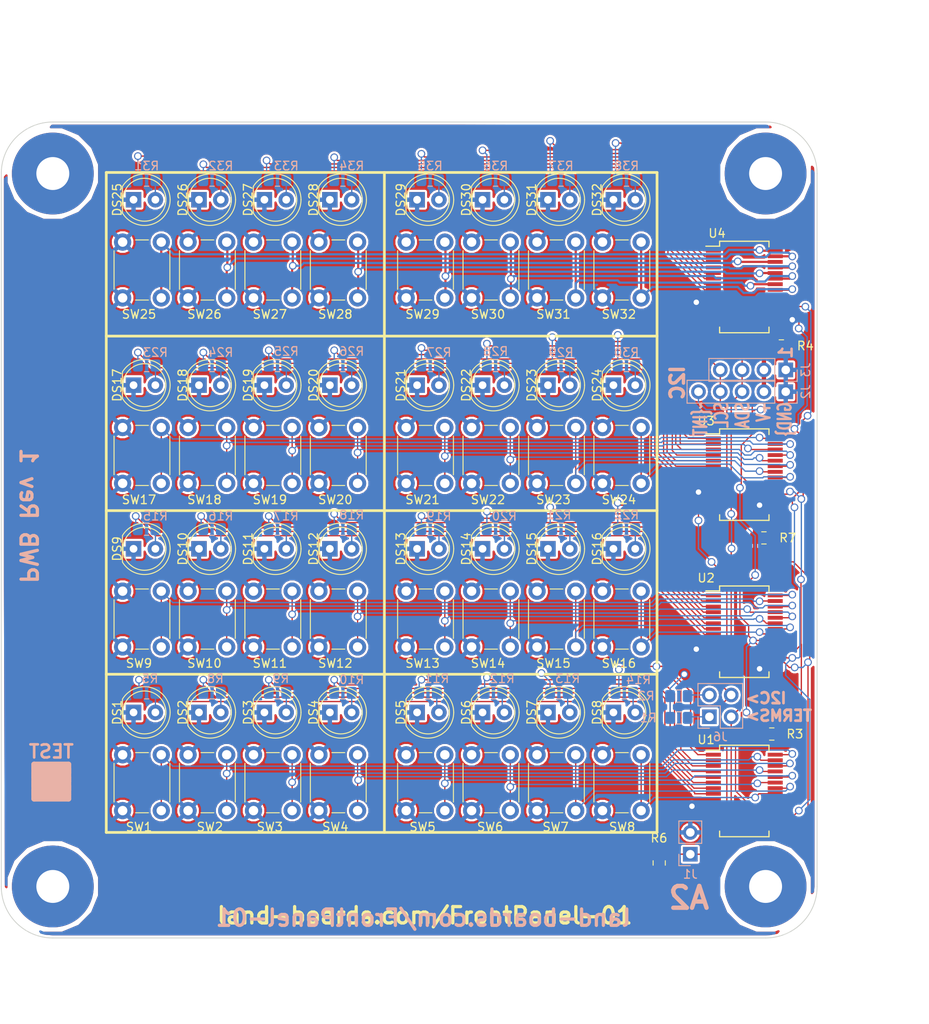
<source format=kicad_pcb>
(kicad_pcb (version 20171130) (host pcbnew "(5.1.5)-3")
  (title_block (title "8-Channel Opto-Isolated Output I2C") (rev X1) (company land-boards.com))
  (layers (0 F.Cu signal) (31 B.Cu signal) (36 B.SilkS user) (37 F.SilkS user) (38 B.Mask user) (39 F.Mask user) (44 Edge.Cuts user))
  (net 0 "")
  (net 1 /A2)
  (net 2 /SCL)
  (net 3 /SDA)
  (net 4 GND)
  (net 5 "Net-(DS1-Pad2)")
  (net 6 "Net-(DS2-Pad2)")
  (net 7 "Net-(DS3-Pad2)")
  (net 8 "Net-(DS4-Pad2)")
  (net 9 "Net-(DS5-Pad2)")
  (net 10 "Net-(DS6-Pad2)")
  (net 11 "Net-(DS7-Pad2)")
  (net 12 "Net-(DS8-Pad2)")
  (net 13 "Net-(DS9-Pad2)")
  (net 14 "Net-(DS10-Pad2)")
  (net 15 "Net-(DS11-Pad2)")
  (net 16 "Net-(DS12-Pad2)")
  (net 17 "Net-(DS13-Pad2)")
  (net 18 "Net-(DS14-Pad2)")
  (net 19 "Net-(DS15-Pad2)")
  (net 20 "Net-(DS16-Pad2)")
  (net 21 "Net-(DS17-Pad2)")
  (net 22 "Net-(DS18-Pad2)")
  (net 23 "Net-(DS19-Pad2)")
  (net 24 "Net-(DS20-Pad2)")
  (net 25 "Net-(DS21-Pad2)")
  (net 26 "Net-(DS22-Pad2)")
  (net 27 "Net-(DS23-Pad2)")
  (net 28 "Net-(DS24-Pad2)")
  (net 29 "Net-(DS25-Pad2)")
  (net 30 "Net-(DS26-Pad2)")
  (net 31 "Net-(DS27-Pad2)")
  (net 32 "Net-(DS28-Pad2)")
  (net 33 "Net-(DS29-Pad2)")
  (net 34 "Net-(DS30-Pad2)")
  (net 35 "Net-(DS31-Pad2)")
  (net 36 "Net-(DS32-Pad2)")
  (net 37 +5V)
  (net 38 /PUPINT)
  (net 39 /PUPRST)
  (net 40 "Net-(R5-Pad2)")
  (net 41 /PUPADR)
  (net 42 "Net-(R8-Pad2)")
  (net 43 "Net-(R9-Pad2)")
  (net 44 "Net-(R10-Pad2)")
  (net 45 "Net-(R11-Pad2)")
  (net 46 "Net-(R12-Pad2)")
  (net 47 "Net-(R13-Pad2)")
  (net 48 "Net-(R14-Pad2)")
  (net 49 "Net-(R15-Pad2)")
  (net 50 "Net-(R16-Pad2)")
  (net 51 "Net-(R17-Pad2)")
  (net 52 "Net-(R18-Pad2)")
  (net 53 "Net-(R19-Pad2)")
  (net 54 "Net-(R20-Pad2)")
  (net 55 "Net-(R21-Pad2)")
  (net 56 "Net-(R22-Pad2)")
  (net 57 "Net-(R23-Pad2)")
  (net 58 "Net-(R24-Pad2)")
  (net 59 "Net-(R25-Pad2)")
  (net 60 "Net-(R26-Pad2)")
  (net 61 "Net-(R27-Pad2)")
  (net 62 "Net-(R28-Pad2)")
  (net 63 "Net-(R29-Pad2)")
  (net 64 "Net-(R30-Pad2)")
  (net 65 "Net-(R31-Pad2)")
  (net 66 "Net-(R32-Pad2)")
  (net 67 "Net-(R33-Pad2)")
  (net 68 "Net-(R34-Pad2)")
  (net 69 "Net-(R35-Pad2)")
  (net 70 "Net-(R36-Pad2)")
  (net 71 "Net-(R37-Pad2)")
  (net 72 "Net-(R38-Pad2)")
  (net 73 "Net-(J6-Pad1)")
  (net 74 "Net-(J6-Pad3)")
  (net 75 /S1D7)
  (net 76 /S1D6)
  (net 77 /S1D5)
  (net 78 /S1D4)
  (net 79 /S1D3)
  (net 80 /S1D2)
  (net 81 /S1D1)
  (net 82 /S1D0)
  (net 83 /S2D7)
  (net 84 /S2D6)
  (net 85 /S2D5)
  (net 86 /S2D4)
  (net 87 /S2D3)
  (net 88 /S2D2)
  (net 89 /S2D1)
  (net 90 /S2D0)
  (net 91 /S3D7)
  (net 92 /S3D6)
  (net 93 /S3D5)
  (net 94 /S3D4)
  (net 95 /S3D3)
  (net 96 /S3D2)
  (net 97 /S3D1)
  (net 98 /S3D0)
  (net 99 /S4D7)
  (net 100 /S4D6)
  (net 101 /S4D5)
  (net 102 /S4D4)
  (net 103 /S4D3)
  (net 104 /S4D2)
  (net 105 /S4D1)
  (net 106 /S4D0)
  (module LED_THT:LED_D5.0mm (layer F.Cu) (at 25.4 78.74)
    (fp_text reference DS1 (at -1.905 0 90) (layer F.SilkS))
    (fp_text value LED)
    (pad 2 thru_hole circle (at 2.54 0) (size 1.8 1.8) (drill 0.9) (layers *.Cu *.Mask) (net 5 "Net-(DS1-Pad2)"))
    (pad 1 thru_hole rect (at 0 0) (size 1.8 1.8) (drill 0.9) (layers *.Cu *.Mask) (net 4 GND))
  )
  (module LED_THT:LED_D5.0mm (layer F.Cu) (at 33.02 78.74)
    (fp_text reference DS2 (at -1.905 0 90) (layer F.SilkS))
    (fp_text value LED)
    (pad 1 thru_hole rect (at 0 0) (size 1.8 1.8) (drill 0.9) (layers *.Cu *.Mask) (net 4 GND))
    (pad 2 thru_hole circle (at 2.54 0) (size 1.8 1.8) (drill 0.9) (layers *.Cu *.Mask) (net 6 "Net-(DS2-Pad2)"))
  )
  (module LED_THT:LED_D5.0mm (layer F.Cu) (at 40.64 78.74)
    (fp_text reference DS3 (at -1.905 0 90) (layer F.SilkS))
    (fp_text value LED)
    (pad 2 thru_hole circle (at 2.54 0) (size 1.8 1.8) (drill 0.9) (layers *.Cu *.Mask) (net 7 "Net-(DS3-Pad2)"))
    (pad 1 thru_hole rect (at 0 0) (size 1.8 1.8) (drill 0.9) (layers *.Cu *.Mask) (net 4 GND))
  )
  (module LED_THT:LED_D5.0mm (layer F.Cu) (at 48.26 78.74)
    (fp_text reference DS4 (at -1.905 0 90) (layer F.SilkS))
    (fp_text value LED)
    (pad 1 thru_hole rect (at 0 0) (size 1.8 1.8) (drill 0.9) (layers *.Cu *.Mask) (net 4 GND))
    (pad 2 thru_hole circle (at 2.54 0) (size 1.8 1.8) (drill 0.9) (layers *.Cu *.Mask) (net 8 "Net-(DS4-Pad2)"))
  )
  (module LED_THT:LED_D5.0mm (layer F.Cu) (at 58.42 78.74)
    (fp_text reference DS5 (at -1.905 0 90) (layer F.SilkS))
    (fp_text value LED)
    (pad 2 thru_hole circle (at 2.54 0) (size 1.8 1.8) (drill 0.9) (layers *.Cu *.Mask) (net 9 "Net-(DS5-Pad2)"))
    (pad 1 thru_hole rect (at 0 0) (size 1.8 1.8) (drill 0.9) (layers *.Cu *.Mask) (net 4 GND))
  )
  (module LED_THT:LED_D5.0mm (layer F.Cu) (at 66.04 78.74)
    (fp_text reference DS6 (at -1.905 0 90) (layer F.SilkS))
    (fp_text value LED)
    (pad 1 thru_hole rect (at 0 0) (size 1.8 1.8) (drill 0.9) (layers *.Cu *.Mask) (net 4 GND))
    (pad 2 thru_hole circle (at 2.54 0) (size 1.8 1.8) (drill 0.9) (layers *.Cu *.Mask) (net 10 "Net-(DS6-Pad2)"))
  )
  (module LED_THT:LED_D5.0mm (layer F.Cu) (at 73.66 78.74)
    (fp_text reference DS7 (at -1.905 0 90) (layer F.SilkS))
    (fp_text value LED)
    (pad 2 thru_hole circle (at 2.54 0) (size 1.8 1.8) (drill 0.9) (layers *.Cu *.Mask) (net 11 "Net-(DS7-Pad2)"))
    (pad 1 thru_hole rect (at 0 0) (size 1.8 1.8) (drill 0.9) (layers *.Cu *.Mask) (net 4 GND))
  )
  (module LED_THT:LED_D5.0mm (layer F.Cu) (at 81.28 78.74)
    (fp_text reference DS8 (at -1.905 0 90) (layer F.SilkS))
    (fp_text value LED)
    (pad 1 thru_hole rect (at 0 0) (size 1.8 1.8) (drill 0.9) (layers *.Cu *.Mask) (net 4 GND))
    (pad 2 thru_hole circle (at 2.54 0) (size 1.8 1.8) (drill 0.9) (layers *.Cu *.Mask) (net 12 "Net-(DS8-Pad2)"))
  )
  (module LED_THT:LED_D5.0mm (layer F.Cu) (at 25.4 59.69)
    (fp_text reference DS9 (at -1.905 0 90) (layer F.SilkS))
    (fp_text value LED)
    (pad 2 thru_hole circle (at 2.54 0) (size 1.8 1.8) (drill 0.9) (layers *.Cu *.Mask) (net 13 "Net-(DS9-Pad2)"))
    (pad 1 thru_hole rect (at 0 0) (size 1.8 1.8) (drill 0.9) (layers *.Cu *.Mask) (net 4 GND))
  )
  (module LED_THT:LED_D5.0mm (layer F.Cu) (at 33.02 59.69)
    (fp_text reference DS10 (at -1.905 0 90) (layer F.SilkS))
    (fp_text value LED)
    (pad 1 thru_hole rect (at 0 0) (size 1.8 1.8) (drill 0.9) (layers *.Cu *.Mask) (net 4 GND))
    (pad 2 thru_hole circle (at 2.54 0) (size 1.8 1.8) (drill 0.9) (layers *.Cu *.Mask) (net 14 "Net-(DS10-Pad2)"))
  )
  (module LED_THT:LED_D5.0mm (layer F.Cu) (at 40.64 59.69)
    (fp_text reference DS11 (at -1.905 0 90) (layer F.SilkS))
    (fp_text value LED)
    (pad 2 thru_hole circle (at 2.54 0) (size 1.8 1.8) (drill 0.9) (layers *.Cu *.Mask) (net 15 "Net-(DS11-Pad2)"))
    (pad 1 thru_hole rect (at 0 0) (size 1.8 1.8) (drill 0.9) (layers *.Cu *.Mask) (net 4 GND))
  )
  (module LED_THT:LED_D5.0mm (layer F.Cu) (at 48.26 59.69)
    (fp_text reference DS12 (at -1.905 0 90) (layer F.SilkS))
    (fp_text value LED)
    (pad 1 thru_hole rect (at 0 0) (size 1.8 1.8) (drill 0.9) (layers *.Cu *.Mask) (net 4 GND))
    (pad 2 thru_hole circle (at 2.54 0) (size 1.8 1.8) (drill 0.9) (layers *.Cu *.Mask) (net 16 "Net-(DS12-Pad2)"))
  )
  (module LED_THT:LED_D5.0mm (layer F.Cu) (at 58.42 59.69)
    (fp_text reference DS13 (at -1.905 0 90) (layer F.SilkS))
    (fp_text value LED)
    (pad 2 thru_hole circle (at 2.54 0) (size 1.8 1.8) (drill 0.9) (layers *.Cu *.Mask) (net 17 "Net-(DS13-Pad2)"))
    (pad 1 thru_hole rect (at 0 0) (size 1.8 1.8) (drill 0.9) (layers *.Cu *.Mask) (net 4 GND))
  )
  (module LED_THT:LED_D5.0mm (layer F.Cu) (at 66.04 59.69)
    (fp_text reference DS14 (at -1.905 0 90) (layer F.SilkS))
    (fp_text value LED)
    (pad 1 thru_hole rect (at 0 0) (size 1.8 1.8) (drill 0.9) (layers *.Cu *.Mask) (net 4 GND))
    (pad 2 thru_hole circle (at 2.54 0) (size 1.8 1.8) (drill 0.9) (layers *.Cu *.Mask) (net 18 "Net-(DS14-Pad2)"))
  )
  (module LED_THT:LED_D5.0mm (layer F.Cu) (at 73.66 59.69)
    (fp_text reference DS15 (at -1.905 0 90) (layer F.SilkS))
    (fp_text value LED)
    (pad 2 thru_hole circle (at 2.54 0) (size 1.8 1.8) (drill 0.9) (layers *.Cu *.Mask) (net 19 "Net-(DS15-Pad2)"))
    (pad 1 thru_hole rect (at 0 0) (size 1.8 1.8) (drill 0.9) (layers *.Cu *.Mask) (net 4 GND))
  )
  (module LED_THT:LED_D5.0mm (layer F.Cu) (at 81.28 59.69)
    (fp_text reference DS16 (at -1.905 0 90) (layer F.SilkS))
    (fp_text value LED)
    (pad 1 thru_hole rect (at 0 0) (size 1.8 1.8) (drill 0.9) (layers *.Cu *.Mask) (net 4 GND))
    (pad 2 thru_hole circle (at 2.54 0) (size 1.8 1.8) (drill 0.9) (layers *.Cu *.Mask) (net 20 "Net-(DS16-Pad2)"))
  )
  (module LED_THT:LED_D5.0mm (layer F.Cu) (at 25.4 40.64)
    (fp_text reference DS17 (at -1.905 0 90) (layer F.SilkS))
    (fp_text value LED)
    (pad 2 thru_hole circle (at 2.54 0) (size 1.8 1.8) (drill 0.9) (layers *.Cu *.Mask) (net 21 "Net-(DS17-Pad2)"))
    (pad 1 thru_hole rect (at 0 0) (size 1.8 1.8) (drill 0.9) (layers *.Cu *.Mask) (net 4 GND))
  )
  (module LED_THT:LED_D5.0mm (layer F.Cu) (at 33.02 40.64)
    (fp_text reference DS18 (at -1.905 0 90) (layer F.SilkS))
    (fp_text value LED)
    (pad 2 thru_hole circle (at 2.54 0) (size 1.8 1.8) (drill 0.9) (layers *.Cu *.Mask) (net 22 "Net-(DS18-Pad2)"))
    (pad 1 thru_hole rect (at 0 0) (size 1.8 1.8) (drill 0.9) (layers *.Cu *.Mask) (net 4 GND))
  )
  (module LED_THT:LED_D5.0mm (layer F.Cu) (at 40.64 40.64)
    (fp_text reference DS19 (at -1.905 0 90) (layer F.SilkS))
    (fp_text value LED)
    (pad 2 thru_hole circle (at 2.54 0) (size 1.8 1.8) (drill 0.9) (layers *.Cu *.Mask) (net 23 "Net-(DS19-Pad2)"))
    (pad 1 thru_hole rect (at 0 0) (size 1.8 1.8) (drill 0.9) (layers *.Cu *.Mask) (net 4 GND))
  )
  (module LED_THT:LED_D5.0mm (layer F.Cu) (at 48.26 40.64)
    (fp_text reference DS20 (at -1.905 0 90) (layer F.SilkS))
    (fp_text value LED)
    (pad 1 thru_hole rect (at 0 0) (size 1.8 1.8) (drill 0.9) (layers *.Cu *.Mask) (net 4 GND))
    (pad 2 thru_hole circle (at 2.54 0) (size 1.8 1.8) (drill 0.9) (layers *.Cu *.Mask) (net 24 "Net-(DS20-Pad2)"))
  )
  (module LED_THT:LED_D5.0mm (layer F.Cu) (at 58.42 40.64)
    (fp_text reference DS21 (at -1.905 0 90) (layer F.SilkS))
    (fp_text value LED)
    (pad 2 thru_hole circle (at 2.54 0) (size 1.8 1.8) (drill 0.9) (layers *.Cu *.Mask) (net 25 "Net-(DS21-Pad2)"))
    (pad 1 thru_hole rect (at 0 0) (size 1.8 1.8) (drill 0.9) (layers *.Cu *.Mask) (net 4 GND))
  )
  (module LED_THT:LED_D5.0mm (layer F.Cu) (at 66.04 40.64)
    (fp_text reference DS22 (at -1.905 0 90) (layer F.SilkS))
    (fp_text value LED)
    (pad 1 thru_hole rect (at 0 0) (size 1.8 1.8) (drill 0.9) (layers *.Cu *.Mask) (net 4 GND))
    (pad 2 thru_hole circle (at 2.54 0) (size 1.8 1.8) (drill 0.9) (layers *.Cu *.Mask) (net 26 "Net-(DS22-Pad2)"))
  )
  (module LED_THT:LED_D5.0mm (layer F.Cu) (at 73.66 40.64)
    (fp_text reference DS23 (at -1.905 0 90) (layer F.SilkS))
    (fp_text value LED)
    (pad 2 thru_hole circle (at 2.54 0) (size 1.8 1.8) (drill 0.9) (layers *.Cu *.Mask) (net 27 "Net-(DS23-Pad2)"))
    (pad 1 thru_hole rect (at 0 0) (size 1.8 1.8) (drill 0.9) (layers *.Cu *.Mask) (net 4 GND))
  )
  (module LED_THT:LED_D5.0mm (layer F.Cu) (at 81.28 40.64)
    (fp_text reference DS24 (at -1.905 0 90) (layer F.SilkS))
    (fp_text value LED)
    (pad 1 thru_hole rect (at 0 0) (size 1.8 1.8) (drill 0.9) (layers *.Cu *.Mask) (net 4 GND))
    (pad 2 thru_hole circle (at 2.54 0) (size 1.8 1.8) (drill 0.9) (layers *.Cu *.Mask) (net 28 "Net-(DS24-Pad2)"))
  )
  (module LED_THT:LED_D5.0mm (layer F.Cu) (at 25.4 19.05)
    (fp_text reference DS25 (at -1.905 0 90) (layer F.SilkS))
    (fp_text value LED)
    (pad 1 thru_hole rect (at 0 0) (size 1.8 1.8) (drill 0.9) (layers *.Cu *.Mask) (net 4 GND))
    (pad 2 thru_hole circle (at 2.54 0) (size 1.8 1.8) (drill 0.9) (layers *.Cu *.Mask) (net 29 "Net-(DS25-Pad2)"))
  )
  (module LED_THT:LED_D5.0mm (layer F.Cu) (at 33.02 19.05)
    (fp_text reference DS26 (at -1.905 0 90) (layer F.SilkS))
    (fp_text value LED)
    (pad 1 thru_hole rect (at 0 0) (size 1.8 1.8) (drill 0.9) (layers *.Cu *.Mask) (net 4 GND))
    (pad 2 thru_hole circle (at 2.54 0) (size 1.8 1.8) (drill 0.9) (layers *.Cu *.Mask) (net 30 "Net-(DS26-Pad2)"))
  )
  (module LED_THT:LED_D5.0mm (layer F.Cu) (at 40.64 19.05)
    (fp_text reference DS27 (at -1.905 0 90) (layer F.SilkS))
    (fp_text value LED)
    (pad 2 thru_hole circle (at 2.54 0) (size 1.8 1.8) (drill 0.9) (layers *.Cu *.Mask) (net 31 "Net-(DS27-Pad2)"))
    (pad 1 thru_hole rect (at 0 0) (size 1.8 1.8) (drill 0.9) (layers *.Cu *.Mask) (net 4 GND))
  )
  (module LED_THT:LED_D5.0mm (layer F.Cu) (at 48.26 19.05)
    (fp_text reference DS28 (at -1.905 0 90) (layer F.SilkS))
    (fp_text value LED)
    (pad 1 thru_hole rect (at 0 0) (size 1.8 1.8) (drill 0.9) (layers *.Cu *.Mask) (net 4 GND))
    (pad 2 thru_hole circle (at 2.54 0) (size 1.8 1.8) (drill 0.9) (layers *.Cu *.Mask) (net 32 "Net-(DS28-Pad2)"))
  )
  (module LED_THT:LED_D5.0mm (layer F.Cu) (at 58.42 19.05)
    (fp_text reference DS29 (at -1.905 0 90) (layer F.SilkS))
    (fp_text value LED)
    (pad 2 thru_hole circle (at 2.54 0) (size 1.8 1.8) (drill 0.9) (layers *.Cu *.Mask) (net 33 "Net-(DS29-Pad2)"))
    (pad 1 thru_hole rect (at 0 0) (size 1.8 1.8) (drill 0.9) (layers *.Cu *.Mask) (net 4 GND))
  )
  (module LED_THT:LED_D5.0mm (layer F.Cu) (at 66.04 19.05)
    (fp_text reference DS30 (at -1.905 0 90) (layer F.SilkS))
    (fp_text value LED)
    (pad 2 thru_hole circle (at 2.54 0) (size 1.8 1.8) (drill 0.9) (layers *.Cu *.Mask) (net 34 "Net-(DS30-Pad2)"))
    (pad 1 thru_hole rect (at 0 0) (size 1.8 1.8) (drill 0.9) (layers *.Cu *.Mask) (net 4 GND))
  )
  (module LED_THT:LED_D5.0mm (layer F.Cu) (at 73.66 19.05)
    (fp_text reference DS31 (at -1.905 0 90) (layer F.SilkS))
    (fp_text value LED)
    (pad 1 thru_hole rect (at 0 0) (size 1.8 1.8) (drill 0.9) (layers *.Cu *.Mask) (net 4 GND))
    (pad 2 thru_hole circle (at 2.54 0) (size 1.8 1.8) (drill 0.9) (layers *.Cu *.Mask) (net 35 "Net-(DS31-Pad2)"))
  )
  (module LED_THT:LED_D5.0mm (layer F.Cu) (at 81.28 19.05)
    (fp_text reference DS32 (at -1.905 0 90) (layer F.SilkS))
    (fp_text value LED)
    (pad 1 thru_hole rect (at 0 0) (size 1.8 1.8) (drill 0.9) (layers *.Cu *.Mask) (net 4 GND))
    (pad 2 thru_hole circle (at 2.54 0) (size 1.8 1.8) (drill 0.9) (layers *.Cu *.Mask) (net 36 "Net-(DS32-Pad2)"))
  )
  (module Connector_PinHeader_2.54mm:PinHeader_1x02_P2.54mm_Vertical (layer B.Cu) (at 90.2335 95.25)
    (fp_text reference J1 (at 0 2.33) (layer B.SilkS) (effects (justify mirror)))
    (fp_text value Conn_01x02)
    (pad 1 thru_hole rect (at 0 0) (size 1.7 1.7) (drill 1) (layers *.Cu *.Mask) (net 1 /A2))
    (pad 2 thru_hole oval (at 0 -2.54) (size 1.7 1.7) (drill 1) (layers *.Cu *.Mask) (net 4 GND))
  )
  (module Resistor_SMD:R_0805_2012Metric_Pad1.15x1.40mm_HandSolder (layer B.Cu) (at 88.9 79.375 180)
    (fp_text reference R1 (at 3.565 0 180) (layer B.SilkS) (effects (justify mirror)))
    (fp_text value 2.2K)
    (pad 2 smd roundrect (at 1.025 0 180) (size 1.15 1.4) (layers B.Cu B.Paste B.Mask) (roundrect_rratio 0.217391) (net 37 +5V))
    (pad 1 smd roundrect (at -1.025 0 180) (size 1.15 1.4) (layers B.Cu B.Paste B.Mask) (roundrect_rratio 0.217391) (net 73 "Net-(J6-Pad1)"))
  )
  (module Resistor_SMD:R_0805_2012Metric_Pad1.15x1.40mm_HandSolder (layer B.Cu) (at 88.9 76.835 180)
    (fp_text reference R2 (at 3.81 0 180) (layer B.SilkS) (effects (justify mirror)))
    (fp_text value 2.2K)
    (pad 1 smd roundrect (at -1.025 0 180) (size 1.15 1.4) (layers B.Cu B.Paste B.Mask) (roundrect_rratio 0.217391) (net 74 "Net-(J6-Pad3)"))
    (pad 2 smd roundrect (at 1.025 0 180) (size 1.15 1.4) (layers B.Cu B.Paste B.Mask) (roundrect_rratio 0.217391) (net 37 +5V))
  )
  (module Resistor_SMD:R_0805_2012Metric_Pad1.15x1.40mm_HandSolder (layer F.Cu) (at 99.7204 81.2546 180)
    (fp_text reference R3 (at -2.6924 0 180) (layer F.SilkS))
    (fp_text value 10K)
    (pad 2 smd roundrect (at 1.025 0 180) (size 1.15 1.4) (layers F.Cu F.Paste F.Mask) (roundrect_rratio 0.217391) (net 38 /PUPINT))
    (pad 1 smd roundrect (at -1.025 0 180) (size 1.15 1.4) (layers F.Cu F.Paste F.Mask) (roundrect_rratio 0.217391) (net 37 +5V))
  )
  (module Resistor_SMD:R_0805_2012Metric_Pad1.15x1.40mm_HandSolder (layer F.Cu) (at 100.838 36.068 180)
    (fp_text reference R4 (at -2.794 0 180) (layer F.SilkS))
    (fp_text value 10K)
    (pad 1 smd roundrect (at -1.025 0 180) (size 1.15 1.4) (layers F.Cu F.Paste F.Mask) (roundrect_rratio 0.217391) (net 37 +5V))
    (pad 2 smd roundrect (at 1.025 0 180) (size 1.15 1.4) (layers F.Cu F.Paste F.Mask) (roundrect_rratio 0.217391) (net 39 /PUPRST))
  )
  (module Resistor_SMD:R_0805_2012Metric_Pad1.15x1.40mm_HandSolder (layer B.Cu) (at 26.924 76.454 180)
    (fp_text reference R5 (at -0.381 1.65 180) (layer B.SilkS) (effects (justify mirror)))
    (fp_text value 330)
    (pad 2 smd roundrect (at 1.025 0 180) (size 1.15 1.4) (layers B.Cu B.Paste B.Mask) (roundrect_rratio 0.217391) (net 40 "Net-(R5-Pad2)"))
    (pad 1 smd roundrect (at -1.025 0 180) (size 1.15 1.4) (layers B.Cu B.Paste B.Mask) (roundrect_rratio 0.217391) (net 5 "Net-(DS1-Pad2)"))
  )
  (module Resistor_SMD:R_0805_2012Metric_Pad1.15x1.40mm_HandSolder (layer F.Cu) (at 86.614 96.266 270)
    (fp_text reference R6 (at -2.8956 0.0254) (layer F.SilkS))
    (fp_text value 10K)
    (pad 2 smd roundrect (at 1.025 0 270) (size 1.15 1.4) (layers F.Cu F.Paste F.Mask) (roundrect_rratio 0.217391) (net 37 +5V))
    (pad 1 smd roundrect (at -1.025 0 270) (size 1.15 1.4) (layers F.Cu F.Paste F.Mask) (roundrect_rratio 0.217391) (net 1 /A2))
  )
  (module Resistor_SMD:R_0805_2012Metric_Pad1.15x1.40mm_HandSolder (layer F.Cu) (at 98.806 58.42)
    (fp_text reference R7 (at 2.7686 0) (layer F.SilkS))
    (fp_text value 10K)
    (pad 1 smd roundrect (at -1.025 0) (size 1.15 1.4) (layers F.Cu F.Paste F.Mask) (roundrect_rratio 0.217391) (net 37 +5V))
    (pad 2 smd roundrect (at 1.025 0) (size 1.15 1.4) (layers F.Cu F.Paste F.Mask) (roundrect_rratio 0.217391) (net 41 /PUPADR))
  )
  (module Resistor_SMD:R_0805_2012Metric_Pad1.15x1.40mm_HandSolder (layer B.Cu) (at 34.544 76.454 180)
    (fp_text reference R8 (at -0.381 1.65 180) (layer B.SilkS) (effects (justify mirror)))
    (fp_text value 330)
    (pad 1 smd roundrect (at -1.025 0 180) (size 1.15 1.4) (layers B.Cu B.Paste B.Mask) (roundrect_rratio 0.217391) (net 6 "Net-(DS2-Pad2)"))
    (pad 2 smd roundrect (at 1.025 0 180) (size 1.15 1.4) (layers B.Cu B.Paste B.Mask) (roundrect_rratio 0.217391) (net 42 "Net-(R8-Pad2)"))
  )
  (module Resistor_SMD:R_0805_2012Metric_Pad1.15x1.40mm_HandSolder (layer B.Cu) (at 42.164 76.454 180)
    (fp_text reference R9 (at -0.381 1.65 180) (layer B.SilkS) (effects (justify mirror)))
    (fp_text value 330)
    (pad 2 smd roundrect (at 1.025 0 180) (size 1.15 1.4) (layers B.Cu B.Paste B.Mask) (roundrect_rratio 0.217391) (net 43 "Net-(R9-Pad2)"))
    (pad 1 smd roundrect (at -1.025 0 180) (size 1.15 1.4) (layers B.Cu B.Paste B.Mask) (roundrect_rratio 0.217391) (net 7 "Net-(DS3-Pad2)"))
  )
  (module Resistor_SMD:R_0805_2012Metric_Pad1.15x1.40mm_HandSolder (layer B.Cu) (at 49.784 76.454 180)
    (fp_text reference R10 (at -1.016 1.524 180) (layer B.SilkS) (effects (justify mirror)))
    (fp_text value 330)
    (pad 1 smd roundrect (at -1.025 0 180) (size 1.15 1.4) (layers B.Cu B.Paste B.Mask) (roundrect_rratio 0.217391) (net 8 "Net-(DS4-Pad2)"))
    (pad 2 smd roundrect (at 1.025 0 180) (size 1.15 1.4) (layers B.Cu B.Paste B.Mask) (roundrect_rratio 0.217391) (net 44 "Net-(R10-Pad2)"))
  )
  (module Resistor_SMD:R_0805_2012Metric_Pad1.15x1.40mm_HandSolder (layer B.Cu) (at 59.69 76.454 180)
    (fp_text reference R11 (at -1.016 1.65 180) (layer B.SilkS) (effects (justify mirror)))
    (fp_text value 330)
    (pad 1 smd roundrect (at -1.025 0 180) (size 1.15 1.4) (layers B.Cu B.Paste B.Mask) (roundrect_rratio 0.217391) (net 9 "Net-(DS5-Pad2)"))
    (pad 2 smd roundrect (at 1.025 0 180) (size 1.15 1.4) (layers B.Cu B.Paste B.Mask) (roundrect_rratio 0.217391) (net 45 "Net-(R11-Pad2)"))
  )
  (module Resistor_SMD:R_0805_2012Metric_Pad1.15x1.40mm_HandSolder (layer B.Cu) (at 67.31 76.454 180)
    (fp_text reference R12 (at -1.016 1.65 180) (layer B.SilkS) (effects (justify mirror)))
    (fp_text value 330)
    (pad 1 smd roundrect (at -1.025 0 180) (size 1.15 1.4) (layers B.Cu B.Paste B.Mask) (roundrect_rratio 0.217391) (net 10 "Net-(DS6-Pad2)"))
    (pad 2 smd roundrect (at 1.025 0 180) (size 1.15 1.4) (layers B.Cu B.Paste B.Mask) (roundrect_rratio 0.217391) (net 46 "Net-(R12-Pad2)"))
  )
  (module Resistor_SMD:R_0805_2012Metric_Pad1.15x1.40mm_HandSolder (layer B.Cu) (at 74.93 76.454 180)
    (fp_text reference R13 (at -1.016 1.65 180) (layer B.SilkS) (effects (justify mirror)))
    (fp_text value 330)
    (pad 2 smd roundrect (at 1.025 0 180) (size 1.15 1.4) (layers B.Cu B.Paste B.Mask) (roundrect_rratio 0.217391) (net 47 "Net-(R13-Pad2)"))
    (pad 1 smd roundrect (at -1.025 0 180) (size 1.15 1.4) (layers B.Cu B.Paste B.Mask) (roundrect_rratio 0.217391) (net 11 "Net-(DS7-Pad2)"))
  )
  (module Resistor_SMD:R_0805_2012Metric_Pad1.15x1.40mm_HandSolder (layer B.Cu) (at 82.55 76.454 180)
    (fp_text reference R14 (at -1.651 1.524 180) (layer B.SilkS) (effects (justify mirror)))
    (fp_text value 330)
    (pad 2 smd roundrect (at 1.025 0 180) (size 1.15 1.4) (layers B.Cu B.Paste B.Mask) (roundrect_rratio 0.217391) (net 48 "Net-(R14-Pad2)"))
    (pad 1 smd roundrect (at -1.025 0 180) (size 1.15 1.4) (layers B.Cu B.Paste B.Mask) (roundrect_rratio 0.217391) (net 12 "Net-(DS8-Pad2)"))
  )
  (module Resistor_SMD:R_0805_2012Metric_Pad1.15x1.40mm_HandSolder (layer B.Cu) (at 26.924 57.404 180)
    (fp_text reference R15 (at -1.016 1.524 180) (layer B.SilkS) (effects (justify mirror)))
    (fp_text value 330)
    (pad 2 smd roundrect (at 1.025 0 180) (size 1.15 1.4) (layers B.Cu B.Paste B.Mask) (roundrect_rratio 0.217391) (net 49 "Net-(R15-Pad2)"))
    (pad 1 smd roundrect (at -1.025 0 180) (size 1.15 1.4) (layers B.Cu B.Paste B.Mask) (roundrect_rratio 0.217391) (net 13 "Net-(DS9-Pad2)"))
  )
  (module Resistor_SMD:R_0805_2012Metric_Pad1.15x1.40mm_HandSolder (layer B.Cu) (at 34.544 57.404 180)
    (fp_text reference R16 (at -1.016 1.524 180) (layer B.SilkS) (effects (justify mirror)))
    (fp_text value 330)
    (pad 2 smd roundrect (at 1.025 0 180) (size 1.15 1.4) (layers B.Cu B.Paste B.Mask) (roundrect_rratio 0.217391) (net 50 "Net-(R16-Pad2)"))
    (pad 1 smd roundrect (at -1.025 0 180) (size 1.15 1.4) (layers B.Cu B.Paste B.Mask) (roundrect_rratio 0.217391) (net 14 "Net-(DS10-Pad2)"))
  )
  (module Resistor_SMD:R_0805_2012Metric_Pad1.15x1.40mm_HandSolder (layer B.Cu) (at 42.164 57.404 180)
    (fp_text reference R17 (at -1.016 1.524 180) (layer B.SilkS) (effects (justify mirror)))
    (fp_text value 330)
    (pad 1 smd roundrect (at -1.025 0 180) (size 1.15 1.4) (layers B.Cu B.Paste B.Mask) (roundrect_rratio 0.217391) (net 15 "Net-(DS11-Pad2)"))
    (pad 2 smd roundrect (at 1.025 0 180) (size 1.15 1.4) (layers B.Cu B.Paste B.Mask) (roundrect_rratio 0.217391) (net 51 "Net-(R17-Pad2)"))
  )
  (module Resistor_SMD:R_0805_2012Metric_Pad1.15x1.40mm_HandSolder (layer B.Cu) (at 49.784 57.404 180)
    (fp_text reference R18 (at -1.016 1.65 180) (layer B.SilkS) (effects (justify mirror)))
    (fp_text value 330)
    (pad 1 smd roundrect (at -1.025 0 180) (size 1.15 1.4) (layers B.Cu B.Paste B.Mask) (roundrect_rratio 0.217391) (net 16 "Net-(DS12-Pad2)"))
    (pad 2 smd roundrect (at 1.025 0 180) (size 1.15 1.4) (layers B.Cu B.Paste B.Mask) (roundrect_rratio 0.217391) (net 52 "Net-(R18-Pad2)"))
  )
  (module Resistor_SMD:R_0805_2012Metric_Pad1.15x1.40mm_HandSolder (layer B.Cu) (at 59.944 57.404 180)
    (fp_text reference R19 (at -1.016 1.524 180) (layer B.SilkS) (effects (justify mirror)))
    (fp_text value 330)
    (pad 2 smd roundrect (at 1.025 0 180) (size 1.15 1.4) (layers B.Cu B.Paste B.Mask) (roundrect_rratio 0.217391) (net 53 "Net-(R19-Pad2)"))
    (pad 1 smd roundrect (at -1.025 0 180) (size 1.15 1.4) (layers B.Cu B.Paste B.Mask) (roundrect_rratio 0.217391) (net 17 "Net-(DS13-Pad2)"))
  )
  (module Resistor_SMD:R_0805_2012Metric_Pad1.15x1.40mm_HandSolder (layer B.Cu) (at 67.564 57.404 180)
    (fp_text reference R20 (at -1.016 1.524 180) (layer B.SilkS) (effects (justify mirror)))
    (fp_text value 330)
    (pad 2 smd roundrect (at 1.025 0 180) (size 1.15 1.4) (layers B.Cu B.Paste B.Mask) (roundrect_rratio 0.217391) (net 54 "Net-(R20-Pad2)"))
    (pad 1 smd roundrect (at -1.025 0 180) (size 1.15 1.4) (layers B.Cu B.Paste B.Mask) (roundrect_rratio 0.217391) (net 18 "Net-(DS14-Pad2)"))
  )
  (module Resistor_SMD:R_0805_2012Metric_Pad1.15x1.40mm_HandSolder (layer B.Cu) (at 75.184 57.404 180)
    (fp_text reference R21 (at 0.254 1.65 180) (layer B.SilkS) (effects (justify mirror)))
    (fp_text value 330)
    (pad 1 smd roundrect (at -1.025 0 180) (size 1.15 1.4) (layers B.Cu B.Paste B.Mask) (roundrect_rratio 0.217391) (net 19 "Net-(DS15-Pad2)"))
    (pad 2 smd roundrect (at 1.025 0 180) (size 1.15 1.4) (layers B.Cu B.Paste B.Mask) (roundrect_rratio 0.217391) (net 55 "Net-(R21-Pad2)"))
  )
  (module Resistor_SMD:R_0805_2012Metric_Pad1.15x1.40mm_HandSolder (layer B.Cu) (at 82.804 57.404 180)
    (fp_text reference R22 (at 0 1.65 180) (layer B.SilkS) (effects (justify mirror)))
    (fp_text value 330)
    (pad 1 smd roundrect (at -1.025 0 180) (size 1.15 1.4) (layers B.Cu B.Paste B.Mask) (roundrect_rratio 0.217391) (net 20 "Net-(DS16-Pad2)"))
    (pad 2 smd roundrect (at 1.025 0 180) (size 1.15 1.4) (layers B.Cu B.Paste B.Mask) (roundrect_rratio 0.217391) (net 56 "Net-(R22-Pad2)"))
  )
  (module Resistor_SMD:R_0805_2012Metric_Pad1.15x1.40mm_HandSolder (layer B.Cu) (at 26.933 38.354 180)
    (fp_text reference R23 (at -1.007 1.524 180) (layer B.SilkS) (effects (justify mirror)))
    (fp_text value 330)
    (pad 2 smd roundrect (at 1.025 0 180) (size 1.15 1.4) (layers B.Cu B.Paste B.Mask) (roundrect_rratio 0.217391) (net 57 "Net-(R23-Pad2)"))
    (pad 1 smd roundrect (at -1.025 0 180) (size 1.15 1.4) (layers B.Cu B.Paste B.Mask) (roundrect_rratio 0.217391) (net 21 "Net-(DS17-Pad2)"))
  )
  (module Resistor_SMD:R_0805_2012Metric_Pad1.15x1.40mm_HandSolder (layer B.Cu) (at 34.544 38.354 180)
    (fp_text reference R24 (at -1.016 1.524 180) (layer B.SilkS) (effects (justify mirror)))
    (fp_text value 330)
    (pad 1 smd roundrect (at -1.025 0 180) (size 1.15 1.4) (layers B.Cu B.Paste B.Mask) (roundrect_rratio 0.217391) (net 22 "Net-(DS18-Pad2)"))
    (pad 2 smd roundrect (at 1.025 0 180) (size 1.15 1.4) (layers B.Cu B.Paste B.Mask) (roundrect_rratio 0.217391) (net 58 "Net-(R24-Pad2)"))
  )
  (module Resistor_SMD:R_0805_2012Metric_Pad1.15x1.40mm_HandSolder (layer B.Cu) (at 42.164 38.354 180)
    (fp_text reference R25 (at -1.016 1.65 180) (layer B.SilkS) (effects (justify mirror)))
    (fp_text value 330)
    (pad 2 smd roundrect (at 1.025 0 180) (size 1.15 1.4) (layers B.Cu B.Paste B.Mask) (roundrect_rratio 0.217391) (net 59 "Net-(R25-Pad2)"))
    (pad 1 smd roundrect (at -1.025 0 180) (size 1.15 1.4) (layers B.Cu B.Paste B.Mask) (roundrect_rratio 0.217391) (net 23 "Net-(DS19-Pad2)"))
  )
  (module Resistor_SMD:R_0805_2012Metric_Pad1.15x1.40mm_HandSolder (layer B.Cu) (at 49.784 38.354 180)
    (fp_text reference R26 (at -1.016 1.65 180) (layer B.SilkS) (effects (justify mirror)))
    (fp_text value 330)
    (pad 1 smd roundrect (at -1.025 0 180) (size 1.15 1.4) (layers B.Cu B.Paste B.Mask) (roundrect_rratio 0.217391) (net 24 "Net-(DS20-Pad2)"))
    (pad 2 smd roundrect (at 1.025 0 180) (size 1.15 1.4) (layers B.Cu B.Paste B.Mask) (roundrect_rratio 0.217391) (net 60 "Net-(R26-Pad2)"))
  )
  (module Resistor_SMD:R_0805_2012Metric_Pad1.15x1.40mm_HandSolder (layer B.Cu) (at 59.944 38.354 180)
    (fp_text reference R27 (at -1.016 1.524 180) (layer B.SilkS) (effects (justify mirror)))
    (fp_text value 330)
    (pad 2 smd roundrect (at 1.025 0 180) (size 1.15 1.4) (layers B.Cu B.Paste B.Mask) (roundrect_rratio 0.217391) (net 61 "Net-(R27-Pad2)"))
    (pad 1 smd roundrect (at -1.025 0 180) (size 1.15 1.4) (layers B.Cu B.Paste B.Mask) (roundrect_rratio 0.217391) (net 25 "Net-(DS21-Pad2)"))
  )
  (module Resistor_SMD:R_0805_2012Metric_Pad1.15x1.40mm_HandSolder (layer B.Cu) (at 67.564 38.354 180)
    (fp_text reference R28 (at 0 1.65 180) (layer B.SilkS) (effects (justify mirror)))
    (fp_text value 330)
    (pad 2 smd roundrect (at 1.025 0 180) (size 1.15 1.4) (layers B.Cu B.Paste B.Mask) (roundrect_rratio 0.217391) (net 62 "Net-(R28-Pad2)"))
    (pad 1 smd roundrect (at -1.025 0 180) (size 1.15 1.4) (layers B.Cu B.Paste B.Mask) (roundrect_rratio 0.217391) (net 26 "Net-(DS22-Pad2)"))
  )
  (module Resistor_SMD:R_0805_2012Metric_Pad1.15x1.40mm_HandSolder (layer B.Cu) (at 75.184 38.354 180)
    (fp_text reference R29 (at 0 1.524 180) (layer B.SilkS) (effects (justify mirror)))
    (fp_text value 330)
    (pad 1 smd roundrect (at -1.025 0 180) (size 1.15 1.4) (layers B.Cu B.Paste B.Mask) (roundrect_rratio 0.217391) (net 27 "Net-(DS23-Pad2)"))
    (pad 2 smd roundrect (at 1.025 0 180) (size 1.15 1.4) (layers B.Cu B.Paste B.Mask) (roundrect_rratio 0.217391) (net 63 "Net-(R29-Pad2)"))
  )
  (module Resistor_SMD:R_0805_2012Metric_Pad1.15x1.40mm_HandSolder (layer B.Cu) (at 82.804 38.354 180)
    (fp_text reference R30 (at 0 1.524 180) (layer B.SilkS) (effects (justify mirror)))
    (fp_text value 330)
    (pad 1 smd roundrect (at -1.025 0 180) (size 1.15 1.4) (layers B.Cu B.Paste B.Mask) (roundrect_rratio 0.217391) (net 28 "Net-(DS24-Pad2)"))
    (pad 2 smd roundrect (at 1.025 0 180) (size 1.15 1.4) (layers B.Cu B.Paste B.Mask) (roundrect_rratio 0.217391) (net 64 "Net-(R30-Pad2)"))
  )
  (module Resistor_SMD:R_0805_2012Metric_Pad1.15x1.40mm_HandSolder (layer B.Cu) (at 26.924 16.764 180)
    (fp_text reference R31 (at 0 1.65 180) (layer B.SilkS) (effects (justify mirror)))
    (fp_text value 330)
    (pad 1 smd roundrect (at -1.025 0 180) (size 1.15 1.4) (layers B.Cu B.Paste B.Mask) (roundrect_rratio 0.217391) (net 29 "Net-(DS25-Pad2)"))
    (pad 2 smd roundrect (at 1.025 0 180) (size 1.15 1.4) (layers B.Cu B.Paste B.Mask) (roundrect_rratio 0.217391) (net 65 "Net-(R31-Pad2)"))
  )
  (module Resistor_SMD:R_0805_2012Metric_Pad1.15x1.40mm_HandSolder (layer B.Cu) (at 34.544 16.764 180)
    (fp_text reference R32 (at -1.016 1.65 180) (layer B.SilkS) (effects (justify mirror)))
    (fp_text value 330)
    (pad 2 smd roundrect (at 1.025 0 180) (size 1.15 1.4) (layers B.Cu B.Paste B.Mask) (roundrect_rratio 0.217391) (net 66 "Net-(R32-Pad2)"))
    (pad 1 smd roundrect (at -1.025 0 180) (size 1.15 1.4) (layers B.Cu B.Paste B.Mask) (roundrect_rratio 0.217391) (net 30 "Net-(DS26-Pad2)"))
  )
  (module Resistor_SMD:R_0805_2012Metric_Pad1.15x1.40mm_HandSolder (layer B.Cu) (at 42.164 16.764 180)
    (fp_text reference R33 (at -1.016 1.65 180) (layer B.SilkS) (effects (justify mirror)))
    (fp_text value 330)
    (pad 2 smd roundrect (at 1.025 0 180) (size 1.15 1.4) (layers B.Cu B.Paste B.Mask) (roundrect_rratio 0.217391) (net 67 "Net-(R33-Pad2)"))
    (pad 1 smd roundrect (at -1.025 0 180) (size 1.15 1.4) (layers B.Cu B.Paste B.Mask) (roundrect_rratio 0.217391) (net 31 "Net-(DS27-Pad2)"))
  )
  (module Resistor_SMD:R_0805_2012Metric_Pad1.15x1.40mm_HandSolder (layer B.Cu) (at 49.784 16.764 180)
    (fp_text reference R34 (at -1.016 1.65 180) (layer B.SilkS) (effects (justify mirror)))
    (fp_text value 330)
    (pad 1 smd roundrect (at -1.025 0 180) (size 1.15 1.4) (layers B.Cu B.Paste B.Mask) (roundrect_rratio 0.217391) (net 32 "Net-(DS28-Pad2)"))
    (pad 2 smd roundrect (at 1.025 0 180) (size 1.15 1.4) (layers B.Cu B.Paste B.Mask) (roundrect_rratio 0.217391) (net 68 "Net-(R34-Pad2)"))
  )
  (module Resistor_SMD:R_0805_2012Metric_Pad1.15x1.40mm_HandSolder (layer B.Cu) (at 59.944 16.764 180)
    (fp_text reference R35 (at 0 1.65 180) (layer B.SilkS) (effects (justify mirror)))
    (fp_text value 330)
    (pad 2 smd roundrect (at 1.025 0 180) (size 1.15 1.4) (layers B.Cu B.Paste B.Mask) (roundrect_rratio 0.217391) (net 69 "Net-(R35-Pad2)"))
    (pad 1 smd roundrect (at -1.025 0 180) (size 1.15 1.4) (layers B.Cu B.Paste B.Mask) (roundrect_rratio 0.217391) (net 33 "Net-(DS29-Pad2)"))
  )
  (module Resistor_SMD:R_0805_2012Metric_Pad1.15x1.40mm_HandSolder (layer B.Cu) (at 67.564 16.764 180)
    (fp_text reference R36 (at 0 1.65 180) (layer B.SilkS) (effects (justify mirror)))
    (fp_text value 330)
    (pad 1 smd roundrect (at -1.025 0 180) (size 1.15 1.4) (layers B.Cu B.Paste B.Mask) (roundrect_rratio 0.217391) (net 34 "Net-(DS30-Pad2)"))
    (pad 2 smd roundrect (at 1.025 0 180) (size 1.15 1.4) (layers B.Cu B.Paste B.Mask) (roundrect_rratio 0.217391) (net 70 "Net-(R36-Pad2)"))
  )
  (module Resistor_SMD:R_0805_2012Metric_Pad1.15x1.40mm_HandSolder (layer B.Cu) (at 75.184 16.764 180)
    (fp_text reference R37 (at 0 1.65 180) (layer B.SilkS) (effects (justify mirror)))
    (fp_text value 330)
    (pad 2 smd roundrect (at 1.025 0 180) (size 1.15 1.4) (layers B.Cu B.Paste B.Mask) (roundrect_rratio 0.217391) (net 71 "Net-(R37-Pad2)"))
    (pad 1 smd roundrect (at -1.025 0 180) (size 1.15 1.4) (layers B.Cu B.Paste B.Mask) (roundrect_rratio 0.217391) (net 35 "Net-(DS31-Pad2)"))
  )
  (module Resistor_SMD:R_0805_2012Metric_Pad1.15x1.40mm_HandSolder (layer B.Cu) (at 82.804 16.764 180)
    (fp_text reference R38 (at 0 1.65 180) (layer B.SilkS) (effects (justify mirror)))
    (fp_text value 330)
    (pad 1 smd roundrect (at -1.025 0 180) (size 1.15 1.4) (layers B.Cu B.Paste B.Mask) (roundrect_rratio 0.217391) (net 36 "Net-(DS32-Pad2)"))
    (pad 2 smd roundrect (at 1.025 0 180) (size 1.15 1.4) (layers B.Cu B.Paste B.Mask) (roundrect_rratio 0.217391) (net 72 "Net-(R38-Pad2)"))
  )
  (module Button_Switch_THT:SW_PUSH_6mm (layer F.Cu) (at 24.13 90.17 90)
    (fp_text reference SW1 (at -1.905 1.905 180) (layer F.SilkS))
    (fp_text value SW_Push)
    (pad 2 thru_hole circle (at 0 4.5 180) (size 2 2) (drill 1.1) (layers *.Cu *.Mask) (net 75 /S1D7))
    (pad 1 thru_hole circle (at 0 0 180) (size 2 2) (drill 1.1) (layers *.Cu *.Mask) (net 4 GND))
    (pad 2 thru_hole circle (at 6.5 4.5 180) (size 2 2) (drill 1.1) (layers *.Cu *.Mask) (net 75 /S1D7))
    (pad 1 thru_hole circle (at 6.5 0 180) (size 2 2) (drill 1.1) (layers *.Cu *.Mask) (net 4 GND))
  )
  (module Button_Switch_THT:SW_PUSH_6mm (layer F.Cu) (at 31.75 90.17 90)
    (fp_text reference SW2 (at -1.905 2.54 180) (layer F.SilkS))
    (fp_text value SW_Push)
    (pad 1 thru_hole circle (at 6.5 0 180) (size 2 2) (drill 1.1) (layers *.Cu *.Mask) (net 4 GND))
    (pad 2 thru_hole circle (at 6.5 4.5 180) (size 2 2) (drill 1.1) (layers *.Cu *.Mask) (net 76 /S1D6))
    (pad 1 thru_hole circle (at 0 0 180) (size 2 2) (drill 1.1) (layers *.Cu *.Mask) (net 4 GND))
    (pad 2 thru_hole circle (at 0 4.5 180) (size 2 2) (drill 1.1) (layers *.Cu *.Mask) (net 76 /S1D6))
  )
  (module Button_Switch_THT:SW_PUSH_6mm (layer F.Cu) (at 39.37 90.17 90)
    (fp_text reference SW3 (at -1.905 1.905 180) (layer F.SilkS))
    (fp_text value SW_Push)
    (pad 2 thru_hole circle (at 0 4.5 180) (size 2 2) (drill 1.1) (layers *.Cu *.Mask) (net 77 /S1D5))
    (pad 1 thru_hole circle (at 0 0 180) (size 2 2) (drill 1.1) (layers *.Cu *.Mask) (net 4 GND))
    (pad 2 thru_hole circle (at 6.5 4.5 180) (size 2 2) (drill 1.1) (layers *.Cu *.Mask) (net 77 /S1D5))
    (pad 1 thru_hole circle (at 6.5 0 180) (size 2 2) (drill 1.1) (layers *.Cu *.Mask) (net 4 GND))
  )
  (module Button_Switch_THT:SW_PUSH_6mm (layer F.Cu) (at 46.99 90.17 90)
    (fp_text reference SW4 (at -1.905 1.905 180) (layer F.SilkS))
    (fp_text value SW_Push)
    (pad 1 thru_hole circle (at 6.5 0 180) (size 2 2) (drill 1.1) (layers *.Cu *.Mask) (net 4 GND))
    (pad 2 thru_hole circle (at 6.5 4.5 180) (size 2 2) (drill 1.1) (layers *.Cu *.Mask) (net 78 /S1D4))
    (pad 1 thru_hole circle (at 0 0 180) (size 2 2) (drill 1.1) (layers *.Cu *.Mask) (net 4 GND))
    (pad 2 thru_hole circle (at 0 4.5 180) (size 2 2) (drill 1.1) (layers *.Cu *.Mask) (net 78 /S1D4))
  )
  (module Button_Switch_THT:SW_PUSH_6mm (layer F.Cu) (at 57.15 90.17 90)
    (fp_text reference SW5 (at -1.905 1.905 180) (layer F.SilkS))
    (fp_text value SW_Push)
    (pad 2 thru_hole circle (at 0 4.5 180) (size 2 2) (drill 1.1) (layers *.Cu *.Mask) (net 79 /S1D3))
    (pad 1 thru_hole circle (at 0 0 180) (size 2 2) (drill 1.1) (layers *.Cu *.Mask) (net 4 GND))
    (pad 2 thru_hole circle (at 6.5 4.5 180) (size 2 2) (drill 1.1) (layers *.Cu *.Mask) (net 79 /S1D3))
    (pad 1 thru_hole circle (at 6.5 0 180) (size 2 2) (drill 1.1) (layers *.Cu *.Mask) (net 4 GND))
  )
  (module Button_Switch_THT:SW_PUSH_6mm (layer F.Cu) (at 64.77 90.17 90)
    (fp_text reference SW6 (at -1.905 2.159 180) (layer F.SilkS))
    (fp_text value SW_Push)
    (pad 1 thru_hole circle (at 6.5 0 180) (size 2 2) (drill 1.1) (layers *.Cu *.Mask) (net 4 GND))
    (pad 2 thru_hole circle (at 6.5 4.5 180) (size 2 2) (drill 1.1) (layers *.Cu *.Mask) (net 80 /S1D2))
    (pad 1 thru_hole circle (at 0 0 180) (size 2 2) (drill 1.1) (layers *.Cu *.Mask) (net 4 GND))
    (pad 2 thru_hole circle (at 0 4.5 180) (size 2 2) (drill 1.1) (layers *.Cu *.Mask) (net 80 /S1D2))
  )
  (module Button_Switch_THT:SW_PUSH_6mm (layer F.Cu) (at 72.39 90.17 90)
    (fp_text reference SW7 (at -1.905 2.159 180) (layer F.SilkS))
    (fp_text value SW_Push)
    (pad 2 thru_hole circle (at 0 4.5 180) (size 2 2) (drill 1.1) (layers *.Cu *.Mask) (net 81 /S1D1))
    (pad 1 thru_hole circle (at 0 0 180) (size 2 2) (drill 1.1) (layers *.Cu *.Mask) (net 4 GND))
    (pad 2 thru_hole circle (at 6.5 4.5 180) (size 2 2) (drill 1.1) (layers *.Cu *.Mask) (net 81 /S1D1))
    (pad 1 thru_hole circle (at 6.5 0 180) (size 2 2) (drill 1.1) (layers *.Cu *.Mask) (net 4 GND))
  )
  (module Button_Switch_THT:SW_PUSH_6mm (layer F.Cu) (at 80.01 90.17 90)
    (fp_text reference SW8 (at -1.905 2.286 180) (layer F.SilkS))
    (fp_text value SW_Push)
    (pad 1 thru_hole circle (at 6.5 0 180) (size 2 2) (drill 1.1) (layers *.Cu *.Mask) (net 4 GND))
    (pad 2 thru_hole circle (at 6.5 4.5 180) (size 2 2) (drill 1.1) (layers *.Cu *.Mask) (net 82 /S1D0))
    (pad 1 thru_hole circle (at 0 0 180) (size 2 2) (drill 1.1) (layers *.Cu *.Mask) (net 4 GND))
    (pad 2 thru_hole circle (at 0 4.5 180) (size 2 2) (drill 1.1) (layers *.Cu *.Mask) (net 82 /S1D0))
  )
  (module Button_Switch_THT:SW_PUSH_6mm (layer F.Cu) (at 24.13 71.12 90)
    (fp_text reference SW9 (at -1.905 1.905 180) (layer F.SilkS))
    (fp_text value SW_Push)
    (pad 2 thru_hole circle (at 0 4.5 180) (size 2 2) (drill 1.1) (layers *.Cu *.Mask) (net 83 /S2D7))
    (pad 1 thru_hole circle (at 0 0 180) (size 2 2) (drill 1.1) (layers *.Cu *.Mask) (net 4 GND))
    (pad 2 thru_hole circle (at 6.5 4.5 180) (size 2 2) (drill 1.1) (layers *.Cu *.Mask) (net 83 /S2D7))
    (pad 1 thru_hole circle (at 6.5 0 180) (size 2 2) (drill 1.1) (layers *.Cu *.Mask) (net 4 GND))
  )
  (module Button_Switch_THT:SW_PUSH_6mm (layer F.Cu) (at 31.75 71.12 90)
    (fp_text reference SW10 (at -1.905 1.905 180) (layer F.SilkS))
    (fp_text value SW_Push)
    (pad 1 thru_hole circle (at 6.5 0 180) (size 2 2) (drill 1.1) (layers *.Cu *.Mask) (net 4 GND))
    (pad 2 thru_hole circle (at 6.5 4.5 180) (size 2 2) (drill 1.1) (layers *.Cu *.Mask) (net 84 /S2D6))
    (pad 1 thru_hole circle (at 0 0 180) (size 2 2) (drill 1.1) (layers *.Cu *.Mask) (net 4 GND))
    (pad 2 thru_hole circle (at 0 4.5 180) (size 2 2) (drill 1.1) (layers *.Cu *.Mask) (net 84 /S2D6))
  )
  (module Button_Switch_THT:SW_PUSH_6mm (layer F.Cu) (at 39.37 71.12 90)
    (fp_text reference SW11 (at -1.905 1.905 180) (layer F.SilkS))
    (fp_text value SW_Push)
    (pad 2 thru_hole circle (at 0 4.5 180) (size 2 2) (drill 1.1) (layers *.Cu *.Mask) (net 85 /S2D5))
    (pad 1 thru_hole circle (at 0 0 180) (size 2 2) (drill 1.1) (layers *.Cu *.Mask) (net 4 GND))
    (pad 2 thru_hole circle (at 6.5 4.5 180) (size 2 2) (drill 1.1) (layers *.Cu *.Mask) (net 85 /S2D5))
    (pad 1 thru_hole circle (at 6.5 0 180) (size 2 2) (drill 1.1) (layers *.Cu *.Mask) (net 4 GND))
  )
  (module Button_Switch_THT:SW_PUSH_6mm (layer F.Cu) (at 46.99 71.12 90)
    (fp_text reference SW12 (at -1.905 1.905 180) (layer F.SilkS))
    (fp_text value SW_Push)
    (pad 1 thru_hole circle (at 6.5 0 180) (size 2 2) (drill 1.1) (layers *.Cu *.Mask) (net 4 GND))
    (pad 2 thru_hole circle (at 6.5 4.5 180) (size 2 2) (drill 1.1) (layers *.Cu *.Mask) (net 86 /S2D4))
    (pad 1 thru_hole circle (at 0 0 180) (size 2 2) (drill 1.1) (layers *.Cu *.Mask) (net 4 GND))
    (pad 2 thru_hole circle (at 0 4.5 180) (size 2 2) (drill 1.1) (layers *.Cu *.Mask) (net 86 /S2D4))
  )
  (module Button_Switch_THT:SW_PUSH_6mm (layer F.Cu) (at 57.15 71.12 90)
    (fp_text reference SW13 (at -1.905 1.905 180) (layer F.SilkS))
    (fp_text value SW_Push)
    (pad 2 thru_hole circle (at 0 4.5 180) (size 2 2) (drill 1.1) (layers *.Cu *.Mask) (net 87 /S2D3))
    (pad 1 thru_hole circle (at 0 0 180) (size 2 2) (drill 1.1) (layers *.Cu *.Mask) (net 4 GND))
    (pad 2 thru_hole circle (at 6.5 4.5 180) (size 2 2) (drill 1.1) (layers *.Cu *.Mask) (net 87 /S2D3))
    (pad 1 thru_hole circle (at 6.5 0 180) (size 2 2) (drill 1.1) (layers *.Cu *.Mask) (net 4 GND))
  )
  (module Button_Switch_THT:SW_PUSH_6mm (layer F.Cu) (at 64.77 71.12 90)
    (fp_text reference SW14 (at -1.905 1.905 180) (layer F.SilkS))
    (fp_text value SW_Push)
    (pad 1 thru_hole circle (at 6.5 0 180) (size 2 2) (drill 1.1) (layers *.Cu *.Mask) (net 4 GND))
    (pad 2 thru_hole circle (at 6.5 4.5 180) (size 2 2) (drill 1.1) (layers *.Cu *.Mask) (net 88 /S2D2))
    (pad 1 thru_hole circle (at 0 0 180) (size 2 2) (drill 1.1) (layers *.Cu *.Mask) (net 4 GND))
    (pad 2 thru_hole circle (at 0 4.5 180) (size 2 2) (drill 1.1) (layers *.Cu *.Mask) (net 88 /S2D2))
  )
  (module Button_Switch_THT:SW_PUSH_6mm (layer F.Cu) (at 72.39 71.12 90)
    (fp_text reference SW15 (at -1.905 1.905 180) (layer F.SilkS))
    (fp_text value SW_Push)
    (pad 1 thru_hole circle (at 6.5 0 180) (size 2 2) (drill 1.1) (layers *.Cu *.Mask) (net 4 GND))
    (pad 2 thru_hole circle (at 6.5 4.5 180) (size 2 2) (drill 1.1) (layers *.Cu *.Mask) (net 89 /S2D1))
    (pad 1 thru_hole circle (at 0 0 180) (size 2 2) (drill 1.1) (layers *.Cu *.Mask) (net 4 GND))
    (pad 2 thru_hole circle (at 0 4.5 180) (size 2 2) (drill 1.1) (layers *.Cu *.Mask) (net 89 /S2D1))
  )
  (module Button_Switch_THT:SW_PUSH_6mm (layer F.Cu) (at 80.01 71.12 90)
    (fp_text reference SW16 (at -1.905 1.905 180) (layer F.SilkS))
    (fp_text value SW_Push)
    (pad 1 thru_hole circle (at 6.5 0 180) (size 2 2) (drill 1.1) (layers *.Cu *.Mask) (net 4 GND))
    (pad 2 thru_hole circle (at 6.5 4.5 180) (size 2 2) (drill 1.1) (layers *.Cu *.Mask) (net 90 /S2D0))
    (pad 1 thru_hole circle (at 0 0 180) (size 2 2) (drill 1.1) (layers *.Cu *.Mask) (net 4 GND))
    (pad 2 thru_hole circle (at 0 4.5 180) (size 2 2) (drill 1.1) (layers *.Cu *.Mask) (net 90 /S2D0))
  )
  (module Button_Switch_THT:SW_PUSH_6mm (layer F.Cu) (at 24.13 52.07 90)
    (fp_text reference SW17 (at -1.905 1.905 180) (layer F.SilkS))
    (fp_text value SW_Push)
    (pad 2 thru_hole circle (at 0 4.5 180) (size 2 2) (drill 1.1) (layers *.Cu *.Mask) (net 91 /S3D7))
    (pad 1 thru_hole circle (at 0 0 180) (size 2 2) (drill 1.1) (layers *.Cu *.Mask) (net 4 GND))
    (pad 2 thru_hole circle (at 6.5 4.5 180) (size 2 2) (drill 1.1) (layers *.Cu *.Mask) (net 91 /S3D7))
    (pad 1 thru_hole circle (at 6.5 0 180) (size 2 2) (drill 1.1) (layers *.Cu *.Mask) (net 4 GND))
  )
  (module Button_Switch_THT:SW_PUSH_6mm (layer F.Cu) (at 31.75 52.07 90)
    (fp_text reference SW18 (at -1.905 1.905 180) (layer F.SilkS))
    (fp_text value SW_Push)
    (pad 1 thru_hole circle (at 6.5 0 180) (size 2 2) (drill 1.1) (layers *.Cu *.Mask) (net 4 GND))
    (pad 2 thru_hole circle (at 6.5 4.5 180) (size 2 2) (drill 1.1) (layers *.Cu *.Mask) (net 92 /S3D6))
    (pad 1 thru_hole circle (at 0 0 180) (size 2 2) (drill 1.1) (layers *.Cu *.Mask) (net 4 GND))
    (pad 2 thru_hole circle (at 0 4.5 180) (size 2 2) (drill 1.1) (layers *.Cu *.Mask) (net 92 /S3D6))
  )
  (module Button_Switch_THT:SW_PUSH_6mm (layer F.Cu) (at 39.37 52.07 90)
    (fp_text reference SW19 (at -1.905 1.905 180) (layer F.SilkS))
    (fp_text value SW_Push)
    (pad 2 thru_hole circle (at 0 4.5 180) (size 2 2) (drill 1.1) (layers *.Cu *.Mask) (net 93 /S3D5))
    (pad 1 thru_hole circle (at 0 0 180) (size 2 2) (drill 1.1) (layers *.Cu *.Mask) (net 4 GND))
    (pad 2 thru_hole circle (at 6.5 4.5 180) (size 2 2) (drill 1.1) (layers *.Cu *.Mask) (net 93 /S3D5))
    (pad 1 thru_hole circle (at 6.5 0 180) (size 2 2) (drill 1.1) (layers *.Cu *.Mask) (net 4 GND))
  )
  (module Button_Switch_THT:SW_PUSH_6mm (layer F.Cu) (at 46.99 52.07 90)
    (fp_text reference SW20 (at -1.905 1.905 180) (layer F.SilkS))
    (fp_text value SW_Push)
    (pad 1 thru_hole circle (at 6.5 0 180) (size 2 2) (drill 1.1) (layers *.Cu *.Mask) (net 4 GND))
    (pad 2 thru_hole circle (at 6.5 4.5 180) (size 2 2) (drill 1.1) (layers *.Cu *.Mask) (net 94 /S3D4))
    (pad 1 thru_hole circle (at 0 0 180) (size 2 2) (drill 1.1) (layers *.Cu *.Mask) (net 4 GND))
    (pad 2 thru_hole circle (at 0 4.5 180) (size 2 2) (drill 1.1) (layers *.Cu *.Mask) (net 94 /S3D4))
  )
  (module Button_Switch_THT:SW_PUSH_6mm (layer F.Cu) (at 57.15 52.07 90)
    (fp_text reference SW21 (at -1.905 1.905 180) (layer F.SilkS))
    (fp_text value SW_Push)
    (pad 2 thru_hole circle (at 0 4.5 180) (size 2 2) (drill 1.1) (layers *.Cu *.Mask) (net 95 /S3D3))
    (pad 1 thru_hole circle (at 0 0 180) (size 2 2) (drill 1.1) (layers *.Cu *.Mask) (net 4 GND))
    (pad 2 thru_hole circle (at 6.5 4.5 180) (size 2 2) (drill 1.1) (layers *.Cu *.Mask) (net 95 /S3D3))
    (pad 1 thru_hole circle (at 6.5 0 180) (size 2 2) (drill 1.1) (layers *.Cu *.Mask) (net 4 GND))
  )
  (module Button_Switch_THT:SW_PUSH_6mm (layer F.Cu) (at 64.77 52.07 90)
    (fp_text reference SW22 (at -1.905 1.905 180) (layer F.SilkS))
    (fp_text value SW_Push)
    (pad 1 thru_hole circle (at 6.5 0 180) (size 2 2) (drill 1.1) (layers *.Cu *.Mask) (net 4 GND))
    (pad 2 thru_hole circle (at 6.5 4.5 180) (size 2 2) (drill 1.1) (layers *.Cu *.Mask) (net 96 /S3D2))
    (pad 1 thru_hole circle (at 0 0 180) (size 2 2) (drill 1.1) (layers *.Cu *.Mask) (net 4 GND))
    (pad 2 thru_hole circle (at 0 4.5 180) (size 2 2) (drill 1.1) (layers *.Cu *.Mask) (net 96 /S3D2))
  )
  (module Button_Switch_THT:SW_PUSH_6mm (layer F.Cu) (at 72.39 52.07 90)
    (fp_text reference SW23 (at -1.905 1.905 180) (layer F.SilkS))
    (fp_text value SW_Push)
    (pad 2 thru_hole circle (at 0 4.5 180) (size 2 2) (drill 1.1) (layers *.Cu *.Mask) (net 97 /S3D1))
    (pad 1 thru_hole circle (at 0 0 180) (size 2 2) (drill 1.1) (layers *.Cu *.Mask) (net 4 GND))
    (pad 2 thru_hole circle (at 6.5 4.5 180) (size 2 2) (drill 1.1) (layers *.Cu *.Mask) (net 97 /S3D1))
    (pad 1 thru_hole circle (at 6.5 0 180) (size 2 2) (drill 1.1) (layers *.Cu *.Mask) (net 4 GND))
  )
  (module Button_Switch_THT:SW_PUSH_6mm (layer F.Cu) (at 80.01 52.07 90)
    (fp_text reference SW24 (at -1.905 1.905 180) (layer F.SilkS))
    (fp_text value SW_Push)
    (pad 2 thru_hole circle (at 0 4.5 180) (size 2 2) (drill 1.1) (layers *.Cu *.Mask) (net 98 /S3D0))
    (pad 1 thru_hole circle (at 0 0 180) (size 2 2) (drill 1.1) (layers *.Cu *.Mask) (net 4 GND))
    (pad 2 thru_hole circle (at 6.5 4.5 180) (size 2 2) (drill 1.1) (layers *.Cu *.Mask) (net 98 /S3D0))
    (pad 1 thru_hole circle (at 6.5 0 180) (size 2 2) (drill 1.1) (layers *.Cu *.Mask) (net 4 GND))
  )
  (module Button_Switch_THT:SW_PUSH_6mm (layer F.Cu) (at 24.13 30.48 90)
    (fp_text reference SW25 (at -1.905 1.905 180) (layer F.SilkS))
    (fp_text value SW_Push)
    (pad 2 thru_hole circle (at 0 4.5 180) (size 2 2) (drill 1.1) (layers *.Cu *.Mask) (net 99 /S4D7))
    (pad 1 thru_hole circle (at 0 0 180) (size 2 2) (drill 1.1) (layers *.Cu *.Mask) (net 4 GND))
    (pad 2 thru_hole circle (at 6.5 4.5 180) (size 2 2) (drill 1.1) (layers *.Cu *.Mask) (net 99 /S4D7))
    (pad 1 thru_hole circle (at 6.5 0 180) (size 2 2) (drill 1.1) (layers *.Cu *.Mask) (net 4 GND))
  )
  (module Button_Switch_THT:SW_PUSH_6mm (layer F.Cu) (at 31.75 30.48 90)
    (fp_text reference SW26 (at -1.905 1.905 180) (layer F.SilkS))
    (fp_text value SW_Push)
    (pad 1 thru_hole circle (at 6.5 0 180) (size 2 2) (drill 1.1) (layers *.Cu *.Mask) (net 4 GND))
    (pad 2 thru_hole circle (at 6.5 4.5 180) (size 2 2) (drill 1.1) (layers *.Cu *.Mask) (net 100 /S4D6))
    (pad 1 thru_hole circle (at 0 0 180) (size 2 2) (drill 1.1) (layers *.Cu *.Mask) (net 4 GND))
    (pad 2 thru_hole circle (at 0 4.5 180) (size 2 2) (drill 1.1) (layers *.Cu *.Mask) (net 100 /S4D6))
  )
  (module Button_Switch_THT:SW_PUSH_6mm (layer F.Cu) (at 39.37 30.48 90)
    (fp_text reference SW27 (at -1.905 1.905 180) (layer F.SilkS))
    (fp_text value SW_Push)
    (pad 2 thru_hole circle (at 0 4.5 180) (size 2 2) (drill 1.1) (layers *.Cu *.Mask) (net 101 /S4D5))
    (pad 1 thru_hole circle (at 0 0 180) (size 2 2) (drill 1.1) (layers *.Cu *.Mask) (net 4 GND))
    (pad 2 thru_hole circle (at 6.5 4.5 180) (size 2 2) (drill 1.1) (layers *.Cu *.Mask) (net 101 /S4D5))
    (pad 1 thru_hole circle (at 6.5 0 180) (size 2 2) (drill 1.1) (layers *.Cu *.Mask) (net 4 GND))
  )
  (module Button_Switch_THT:SW_PUSH_6mm (layer F.Cu) (at 46.99 30.48 90)
    (fp_text reference SW28 (at -1.905 1.905 180) (layer F.SilkS))
    (fp_text value SW_Push)
    (pad 1 thru_hole circle (at 6.5 0 180) (size 2 2) (drill 1.1) (layers *.Cu *.Mask) (net 4 GND))
    (pad 2 thru_hole circle (at 6.5 4.5 180) (size 2 2) (drill 1.1) (layers *.Cu *.Mask) (net 102 /S4D4))
    (pad 1 thru_hole circle (at 0 0 180) (size 2 2) (drill 1.1) (layers *.Cu *.Mask) (net 4 GND))
    (pad 2 thru_hole circle (at 0 4.5 180) (size 2 2) (drill 1.1) (layers *.Cu *.Mask) (net 102 /S4D4))
  )
  (module Button_Switch_THT:SW_PUSH_6mm (layer F.Cu) (at 57.15 30.48 90)
    (fp_text reference SW29 (at -1.905 1.905 180) (layer F.SilkS))
    (fp_text value SW_Push)
    (pad 2 thru_hole circle (at 0 4.5 180) (size 2 2) (drill 1.1) (layers *.Cu *.Mask) (net 103 /S4D3))
    (pad 1 thru_hole circle (at 0 0 180) (size 2 2) (drill 1.1) (layers *.Cu *.Mask) (net 4 GND))
    (pad 2 thru_hole circle (at 6.5 4.5 180) (size 2 2) (drill 1.1) (layers *.Cu *.Mask) (net 103 /S4D3))
    (pad 1 thru_hole circle (at 6.5 0 180) (size 2 2) (drill 1.1) (layers *.Cu *.Mask) (net 4 GND))
  )
  (module Button_Switch_THT:SW_PUSH_6mm (layer F.Cu) (at 64.77 30.48 90)
    (fp_text reference SW30 (at -1.905 1.905 180) (layer F.SilkS))
    (fp_text value SW_Push)
    (pad 1 thru_hole circle (at 6.5 0 180) (size 2 2) (drill 1.1) (layers *.Cu *.Mask) (net 4 GND))
    (pad 2 thru_hole circle (at 6.5 4.5 180) (size 2 2) (drill 1.1) (layers *.Cu *.Mask) (net 104 /S4D2))
    (pad 1 thru_hole circle (at 0 0 180) (size 2 2) (drill 1.1) (layers *.Cu *.Mask) (net 4 GND))
    (pad 2 thru_hole circle (at 0 4.5 180) (size 2 2) (drill 1.1) (layers *.Cu *.Mask) (net 104 /S4D2))
  )
  (module Button_Switch_THT:SW_PUSH_6mm (layer F.Cu) (at 72.39 30.48 90)
    (fp_text reference SW31 (at -1.905 1.905 180) (layer F.SilkS))
    (fp_text value SW_Push)
    (pad 2 thru_hole circle (at 0 4.5 180) (size 2 2) (drill 1.1) (layers *.Cu *.Mask) (net 105 /S4D1))
    (pad 1 thru_hole circle (at 0 0 180) (size 2 2) (drill 1.1) (layers *.Cu *.Mask) (net 4 GND))
    (pad 2 thru_hole circle (at 6.5 4.5 180) (size 2 2) (drill 1.1) (layers *.Cu *.Mask) (net 105 /S4D1))
    (pad 1 thru_hole circle (at 6.5 0 180) (size 2 2) (drill 1.1) (layers *.Cu *.Mask) (net 4 GND))
  )
  (module Button_Switch_THT:SW_PUSH_6mm (layer F.Cu) (at 80.01 30.48 90)
    (fp_text reference SW32 (at -1.905 1.905 180) (layer F.SilkS))
    (fp_text value SW_Push)
    (pad 1 thru_hole circle (at 6.5 0 180) (size 2 2) (drill 1.1) (layers *.Cu *.Mask) (net 4 GND))
    (pad 2 thru_hole circle (at 6.5 4.5 180) (size 2 2) (drill 1.1) (layers *.Cu *.Mask) (net 106 /S4D0))
    (pad 1 thru_hole circle (at 0 0 180) (size 2 2) (drill 1.1) (layers *.Cu *.Mask) (net 4 GND))
    (pad 2 thru_hole circle (at 0 4.5 180) (size 2 2) (drill 1.1) (layers *.Cu *.Mask) (net 106 /S4D0))
  )
  (module Connector_PinHeader_2.54mm:PinHeader_1x04_P2.54mm_Vertical (layer B.Cu) (at 101.346 38.862 90)
    (fp_text reference J3 (at 0 2.33 90) (layer B.SilkS) (effects (justify mirror)))
    (fp_text value CONN_4)
    (pad 1 thru_hole rect (at 0 0 90) (size 1.7 1.7) (drill 1) (layers *.Cu *.Mask) (net 4 GND))
    (pad 2 thru_hole oval (at 0 -2.54 90) (size 1.7 1.7) (drill 1) (layers *.Cu *.Mask) (net 37 +5V))
    (pad 3 thru_hole oval (at 0 -5.08 90) (size 1.7 1.7) (drill 1) (layers *.Cu *.Mask) (net 3 /SDA))
    (pad 4 thru_hole oval (at 0 -7.62 90) (size 1.7 1.7) (drill 1) (layers *.Cu *.Mask) (net 2 /SCL))
  )
  (module LandBoards_MountHoles:MTG-6-32 (layer F.Cu) (at 99 99 180)
    (fp_text reference MTG1 hide)
    (fp_text value MTG_HOLE hide)
    (pad 1 thru_hole circle (at 0 0 180) (size 9.525 9.525) (drill 3.8354) (layers *.Cu *.Mask) (clearance 0.508))
  )
  (module LandBoards_MountHoles:MTG-6-32 (layer F.Cu) (at 16 99 180)
    (fp_text reference MTG2 hide)
    (fp_text value MTG_HOLE hide)
    (pad 1 thru_hole circle (at 0 0 180) (size 9.525 9.525) (drill 3.8354) (layers *.Cu *.Mask) (clearance 0.508))
  )
  (module LandBoards_MountHoles:MTG-6-32 (layer F.Cu) (at 99 16 180)
    (fp_text reference MTG3 hide)
    (fp_text value MTG_HOLE hide)
    (pad 1 thru_hole circle (at 0 0 180) (size 9.525 9.525) (drill 3.8354) (layers *.Cu *.Mask) (clearance 0.508))
  )
  (module LandBoards_MountHoles:MTG-6-32 (layer F.Cu) (at 16 16 180)
    (fp_text reference MTG4 hide)
    (fp_text value MTG_HOLE hide)
    (pad 1 thru_hole circle (at 0 0 180) (size 9.525 9.525) (drill 3.8354) (layers *.Cu *.Mask) (clearance 0.508))
  )
  (module Package_SO:SSOP-28_5.3x10.2mm_P0.65mm (layer F.Cu) (at 96.52 87.884)
    (fp_text reference U1 (at -4.445 -5.969) (layer F.SilkS))
    (fp_text value MCP23017-E/SS)
    (pad 28 smd rect (at 3.6 -4.225) (size 1.75 0.45) (layers F.Cu F.Paste F.Mask) (net 75 /S1D7))
    (pad 27 smd rect (at 3.6 -3.575) (size 1.75 0.45) (layers F.Cu F.Paste F.Mask) (net 76 /S1D6))
    (pad 26 smd rect (at 3.6 -2.925) (size 1.75 0.45) (layers F.Cu F.Paste F.Mask) (net 77 /S1D5))
    (pad 25 smd rect (at 3.6 -2.275) (size 1.75 0.45) (layers F.Cu F.Paste F.Mask) (net 78 /S1D4))
    (pad 24 smd rect (at 3.6 -1.625) (size 1.75 0.45) (layers F.Cu F.Paste F.Mask) (net 79 /S1D3))
    (pad 23 smd rect (at 3.6 -0.975) (size 1.75 0.45) (layers F.Cu F.Paste F.Mask) (net 80 /S1D2))
    (pad 22 smd rect (at 3.6 -0.325) (size 1.75 0.45) (layers F.Cu F.Paste F.Mask) (net 81 /S1D1))
    (pad 21 smd rect (at 3.6 0.325) (size 1.75 0.45) (layers F.Cu F.Paste F.Mask) (net 82 /S1D0))
    (pad 20 smd rect (at 3.6 0.975) (size 1.75 0.45) (layers F.Cu F.Paste F.Mask) (net 38 /PUPINT))
    (pad 19 smd rect (at 3.6 1.625) (size 1.75 0.45) (layers F.Cu F.Paste F.Mask) (net 38 /PUPINT))
    (pad 18 smd rect (at 3.6 2.275) (size 1.75 0.45) (layers F.Cu F.Paste F.Mask) (net 39 /PUPRST))
    (pad 17 smd rect (at 3.6 2.925) (size 1.75 0.45) (layers F.Cu F.Paste F.Mask) (net 1 /A2))
    (pad 16 smd rect (at 3.6 3.575) (size 1.75 0.45) (layers F.Cu F.Paste F.Mask) (net 41 /PUPADR))
    (pad 15 smd rect (at 3.6 4.225) (size 1.75 0.45) (layers F.Cu F.Paste F.Mask) (net 41 /PUPADR))
    (pad 14 smd rect (at -3.6 4.225) (size 1.75 0.45) (layers F.Cu F.Paste F.Mask))
    (pad 13 smd rect (at -3.6 3.575) (size 1.75 0.45) (layers F.Cu F.Paste F.Mask) (net 3 /SDA))
    (pad 12 smd rect (at -3.6 2.925) (size 1.75 0.45) (layers F.Cu F.Paste F.Mask) (net 2 /SCL))
    (pad 11 smd rect (at -3.6 2.275) (size 1.75 0.45) (layers F.Cu F.Paste F.Mask))
    (pad 10 smd rect (at -3.6 1.625) (size 1.75 0.45) (layers F.Cu F.Paste F.Mask) (net 4 GND))
    (pad 9 smd rect (at -3.6 0.975) (size 1.75 0.45) (layers F.Cu F.Paste F.Mask) (net 37 +5V))
    (pad 8 smd rect (at -3.6 0.325) (size 1.75 0.45) (layers F.Cu F.Paste F.Mask) (net 40 "Net-(R5-Pad2)"))
    (pad 7 smd rect (at -3.6 -0.325) (size 1.75 0.45) (layers F.Cu F.Paste F.Mask) (net 42 "Net-(R8-Pad2)"))
    (pad 6 smd rect (at -3.6 -0.975) (size 1.75 0.45) (layers F.Cu F.Paste F.Mask) (net 43 "Net-(R9-Pad2)"))
    (pad 5 smd rect (at -3.6 -1.625) (size 1.75 0.45) (layers F.Cu F.Paste F.Mask) (net 44 "Net-(R10-Pad2)"))
    (pad 4 smd rect (at -3.6 -2.275) (size 1.75 0.45) (layers F.Cu F.Paste F.Mask) (net 45 "Net-(R11-Pad2)"))
    (pad 3 smd rect (at -3.6 -2.925) (size 1.75 0.45) (layers F.Cu F.Paste F.Mask) (net 46 "Net-(R12-Pad2)"))
    (pad 2 smd rect (at -3.6 -3.575) (size 1.75 0.45) (layers F.Cu F.Paste F.Mask) (net 47 "Net-(R13-Pad2)"))
    (pad 1 smd rect (at -3.6 -4.225) (size 1.75 0.45) (layers F.Cu F.Paste F.Mask) (net 48 "Net-(R14-Pad2)"))
  )
  (module Package_SO:SSOP-28_5.3x10.2mm_P0.65mm (layer F.Cu) (at 96.52 69.342)
    (fp_text reference U2 (at -4.445 -6.25) (layer F.SilkS))
    (fp_text value MCP23017-E/SS)
    (pad 1 smd rect (at -3.6 -4.225) (size 1.75 0.45) (layers F.Cu F.Paste F.Mask) (net 56 "Net-(R22-Pad2)"))
    (pad 2 smd rect (at -3.6 -3.575) (size 1.75 0.45) (layers F.Cu F.Paste F.Mask) (net 55 "Net-(R21-Pad2)"))
    (pad 3 smd rect (at -3.6 -2.925) (size 1.75 0.45) (layers F.Cu F.Paste F.Mask) (net 54 "Net-(R20-Pad2)"))
    (pad 4 smd rect (at -3.6 -2.275) (size 1.75 0.45) (layers F.Cu F.Paste F.Mask) (net 53 "Net-(R19-Pad2)"))
    (pad 5 smd rect (at -3.6 -1.625) (size 1.75 0.45) (layers F.Cu F.Paste F.Mask) (net 52 "Net-(R18-Pad2)"))
    (pad 6 smd rect (at -3.6 -0.975) (size 1.75 0.45) (layers F.Cu F.Paste F.Mask) (net 51 "Net-(R17-Pad2)"))
    (pad 7 smd rect (at -3.6 -0.325) (size 1.75 0.45) (layers F.Cu F.Paste F.Mask) (net 50 "Net-(R16-Pad2)"))
    (pad 8 smd rect (at -3.6 0.325) (size 1.75 0.45) (layers F.Cu F.Paste F.Mask) (net 49 "Net-(R15-Pad2)"))
    (pad 9 smd rect (at -3.6 0.975) (size 1.75 0.45) (layers F.Cu F.Paste F.Mask) (net 37 +5V))
    (pad 10 smd rect (at -3.6 1.625) (size 1.75 0.45) (layers F.Cu F.Paste F.Mask) (net 4 GND))
    (pad 11 smd rect (at -3.6 2.275) (size 1.75 0.45) (layers F.Cu F.Paste F.Mask))
    (pad 12 smd rect (at -3.6 2.925) (size 1.75 0.45) (layers F.Cu F.Paste F.Mask) (net 2 /SCL))
    (pad 13 smd rect (at -3.6 3.575) (size 1.75 0.45) (layers F.Cu F.Paste F.Mask) (net 3 /SDA))
    (pad 14 smd rect (at -3.6 4.225) (size 1.75 0.45) (layers F.Cu F.Paste F.Mask))
    (pad 15 smd rect (at 3.6 4.225) (size 1.75 0.45) (layers F.Cu F.Paste F.Mask) (net 4 GND))
    (pad 16 smd rect (at 3.6 3.575) (size 1.75 0.45) (layers F.Cu F.Paste F.Mask) (net 41 /PUPADR))
    (pad 17 smd rect (at 3.6 2.925) (size 1.75 0.45) (layers F.Cu F.Paste F.Mask) (net 1 /A2))
    (pad 18 smd rect (at 3.6 2.275) (size 1.75 0.45) (layers F.Cu F.Paste F.Mask) (net 39 /PUPRST))
    (pad 19 smd rect (at 3.6 1.625) (size 1.75 0.45) (layers F.Cu F.Paste F.Mask) (net 38 /PUPINT))
    (pad 20 smd rect (at 3.6 0.975) (size 1.75 0.45) (layers F.Cu F.Paste F.Mask) (net 38 /PUPINT))
    (pad 21 smd rect (at 3.6 0.325) (size 1.75 0.45) (layers F.Cu F.Paste F.Mask) (net 90 /S2D0))
    (pad 22 smd rect (at 3.6 -0.325) (size 1.75 0.45) (layers F.Cu F.Paste F.Mask) (net 89 /S2D1))
    (pad 23 smd rect (at 3.6 -0.975) (size 1.75 0.45) (layers F.Cu F.Paste F.Mask) (net 88 /S2D2))
    (pad 24 smd rect (at 3.6 -1.625) (size 1.75 0.45) (layers F.Cu F.Paste F.Mask) (net 87 /S2D3))
    (pad 25 smd rect (at 3.6 -2.275) (size 1.75 0.45) (layers F.Cu F.Paste F.Mask) (net 86 /S2D4))
    (pad 26 smd rect (at 3.6 -2.925) (size 1.75 0.45) (layers F.Cu F.Paste F.Mask) (net 85 /S2D5))
    (pad 27 smd rect (at 3.6 -3.575) (size 1.75 0.45) (layers F.Cu F.Paste F.Mask) (net 84 /S2D6))
    (pad 28 smd rect (at 3.6 -4.225) (size 1.75 0.45) (layers F.Cu F.Paste F.Mask) (net 83 /S2D7))
  )
  (module Package_SO:SSOP-28_5.3x10.2mm_P0.65mm (layer F.Cu) (at 96.52 51.054)
    (fp_text reference U3 (at -4.445 -6.25) (layer F.SilkS))
    (fp_text value MCP23017-E/SS)
    (pad 28 smd rect (at 3.6 -4.225) (size 1.75 0.45) (layers F.Cu F.Paste F.Mask) (net 91 /S3D7))
    (pad 27 smd rect (at 3.6 -3.575) (size 1.75 0.45) (layers F.Cu F.Paste F.Mask) (net 92 /S3D6))
    (pad 26 smd rect (at 3.6 -2.925) (size 1.75 0.45) (layers F.Cu F.Paste F.Mask) (net 93 /S3D5))
    (pad 25 smd rect (at 3.6 -2.275) (size 1.75 0.45) (layers F.Cu F.Paste F.Mask) (net 94 /S3D4))
    (pad 24 smd rect (at 3.6 -1.625) (size 1.75 0.45) (layers F.Cu F.Paste F.Mask) (net 95 /S3D3))
    (pad 23 smd rect (at 3.6 -0.975) (size 1.75 0.45) (layers F.Cu F.Paste F.Mask) (net 96 /S3D2))
    (pad 22 smd rect (at 3.6 -0.325) (size 1.75 0.45) (layers F.Cu F.Paste F.Mask) (net 97 /S3D1))
    (pad 21 smd rect (at 3.6 0.325) (size 1.75 0.45) (layers F.Cu F.Paste F.Mask) (net 98 /S3D0))
    (pad 20 smd rect (at 3.6 0.975) (size 1.75 0.45) (layers F.Cu F.Paste F.Mask) (net 38 /PUPINT))
    (pad 19 smd rect (at 3.6 1.625) (size 1.75 0.45) (layers F.Cu F.Paste F.Mask) (net 38 /PUPINT))
    (pad 18 smd rect (at 3.6 2.275) (size 1.75 0.45) (layers F.Cu F.Paste F.Mask) (net 39 /PUPRST))
    (pad 17 smd rect (at 3.6 2.925) (size 1.75 0.45) (layers F.Cu F.Paste F.Mask) (net 1 /A2))
    (pad 16 smd rect (at 3.6 3.575) (size 1.75 0.45) (layers F.Cu F.Paste F.Mask) (net 4 GND))
    (pad 15 smd rect (at 3.6 4.225) (size 1.75 0.45) (layers F.Cu F.Paste F.Mask) (net 41 /PUPADR))
    (pad 14 smd rect (at -3.6 4.225) (size 1.75 0.45) (layers F.Cu F.Paste F.Mask))
    (pad 13 smd rect (at -3.6 3.575) (size 1.75 0.45) (layers F.Cu F.Paste F.Mask) (net 3 /SDA))
    (pad 12 smd rect (at -3.6 2.925) (size 1.75 0.45) (layers F.Cu F.Paste F.Mask) (net 2 /SCL))
    (pad 11 smd rect (at -3.6 2.275) (size 1.75 0.45) (layers F.Cu F.Paste F.Mask))
    (pad 10 smd rect (at -3.6 1.625) (size 1.75 0.45) (layers F.Cu F.Paste F.Mask) (net 4 GND))
    (pad 9 smd rect (at -3.6 0.975) (size 1.75 0.45) (layers F.Cu F.Paste F.Mask) (net 37 +5V))
    (pad 8 smd rect (at -3.6 0.325) (size 1.75 0.45) (layers F.Cu F.Paste F.Mask) (net 57 "Net-(R23-Pad2)"))
    (pad 7 smd rect (at -3.6 -0.325) (size 1.75 0.45) (layers F.Cu F.Paste F.Mask) (net 58 "Net-(R24-Pad2)"))
    (pad 6 smd rect (at -3.6 -0.975) (size 1.75 0.45) (layers F.Cu F.Paste F.Mask) (net 59 "Net-(R25-Pad2)"))
    (pad 5 smd rect (at -3.6 -1.625) (size 1.75 0.45) (layers F.Cu F.Paste F.Mask) (net 60 "Net-(R26-Pad2)"))
    (pad 4 smd rect (at -3.6 -2.275) (size 1.75 0.45) (layers F.Cu F.Paste F.Mask) (net 61 "Net-(R27-Pad2)"))
    (pad 3 smd rect (at -3.6 -2.925) (size 1.75 0.45) (layers F.Cu F.Paste F.Mask) (net 62 "Net-(R28-Pad2)"))
    (pad 2 smd rect (at -3.6 -3.575) (size 1.75 0.45) (layers F.Cu F.Paste F.Mask) (net 63 "Net-(R29-Pad2)"))
    (pad 1 smd rect (at -3.6 -4.225) (size 1.75 0.45) (layers F.Cu F.Paste F.Mask) (net 64 "Net-(R30-Pad2)"))
  )
  (module Package_SO:SSOP-28_5.3x10.2mm_P0.65mm (layer F.Cu) (at 96.52 29.21)
    (fp_text reference U4 (at -3.175 -6.25) (layer F.SilkS))
    (fp_text value MCP23017-E/SS)
    (pad 1 smd rect (at -3.6 -4.225) (size 1.75 0.45) (layers F.Cu F.Paste F.Mask) (net 72 "Net-(R38-Pad2)"))
    (pad 2 smd rect (at -3.6 -3.575) (size 1.75 0.45) (layers F.Cu F.Paste F.Mask) (net 71 "Net-(R37-Pad2)"))
    (pad 3 smd rect (at -3.6 -2.925) (size 1.75 0.45) (layers F.Cu F.Paste F.Mask) (net 70 "Net-(R36-Pad2)"))
    (pad 4 smd rect (at -3.6 -2.275) (size 1.75 0.45) (layers F.Cu F.Paste F.Mask) (net 69 "Net-(R35-Pad2)"))
    (pad 5 smd rect (at -3.6 -1.625) (size 1.75 0.45) (layers F.Cu F.Paste F.Mask) (net 68 "Net-(R34-Pad2)"))
    (pad 6 smd rect (at -3.6 -0.975) (size 1.75 0.45) (layers F.Cu F.Paste F.Mask) (net 67 "Net-(R33-Pad2)"))
    (pad 7 smd rect (at -3.6 -0.325) (size 1.75 0.45) (layers F.Cu F.Paste F.Mask) (net 66 "Net-(R32-Pad2)"))
    (pad 8 smd rect (at -3.6 0.325) (size 1.75 0.45) (layers F.Cu F.Paste F.Mask) (net 65 "Net-(R31-Pad2)"))
    (pad 9 smd rect (at -3.6 0.975) (size 1.75 0.45) (layers F.Cu F.Paste F.Mask) (net 37 +5V))
    (pad 10 smd rect (at -3.6 1.625) (size 1.75 0.45) (layers F.Cu F.Paste F.Mask) (net 4 GND))
    (pad 11 smd rect (at -3.6 2.275) (size 1.75 0.45) (layers F.Cu F.Paste F.Mask))
    (pad 12 smd rect (at -3.6 2.925) (size 1.75 0.45) (layers F.Cu F.Paste F.Mask) (net 2 /SCL))
    (pad 13 smd rect (at -3.6 3.575) (size 1.75 0.45) (layers F.Cu F.Paste F.Mask) (net 3 /SDA))
    (pad 14 smd rect (at -3.6 4.225) (size 1.75 0.45) (layers F.Cu F.Paste F.Mask))
    (pad 15 smd rect (at 3.6 4.225) (size 1.75 0.45) (layers F.Cu F.Paste F.Mask) (net 4 GND))
    (pad 16 smd rect (at 3.6 3.575) (size 1.75 0.45) (layers F.Cu F.Paste F.Mask) (net 4 GND))
    (pad 17 smd rect (at 3.6 2.925) (size 1.75 0.45) (layers F.Cu F.Paste F.Mask) (net 1 /A2))
    (pad 18 smd rect (at 3.6 2.275) (size 1.75 0.45) (layers F.Cu F.Paste F.Mask) (net 39 /PUPRST))
    (pad 19 smd rect (at 3.6 1.625) (size 1.75 0.45) (layers F.Cu F.Paste F.Mask) (net 38 /PUPINT))
    (pad 20 smd rect (at 3.6 0.975) (size 1.75 0.45) (layers F.Cu F.Paste F.Mask) (net 38 /PUPINT))
    (pad 21 smd rect (at 3.6 0.325) (size 1.75 0.45) (layers F.Cu F.Paste F.Mask) (net 106 /S4D0))
    (pad 22 smd rect (at 3.6 -0.325) (size 1.75 0.45) (layers F.Cu F.Paste F.Mask) (net 105 /S4D1))
    (pad 23 smd rect (at 3.6 -0.975) (size 1.75 0.45) (layers F.Cu F.Paste F.Mask) (net 104 /S4D2))
    (pad 24 smd rect (at 3.6 -1.625) (size 1.75 0.45) (layers F.Cu F.Paste F.Mask) (net 103 /S4D3))
    (pad 25 smd rect (at 3.6 -2.275) (size 1.75 0.45) (layers F.Cu F.Paste F.Mask) (net 102 /S4D4))
    (pad 26 smd rect (at 3.6 -2.925) (size 1.75 0.45) (layers F.Cu F.Paste F.Mask) (net 101 /S4D5))
    (pad 27 smd rect (at 3.6 -3.575) (size 1.75 0.45) (layers F.Cu F.Paste F.Mask) (net 100 /S4D6))
    (pad 28 smd rect (at 3.6 -4.225) (size 1.75 0.45) (layers F.Cu F.Paste F.Mask) (net 99 /S4D7))
  )
  (module Connector_PinHeader_2.54mm:PinHeader_2x02_P2.54mm_Vertical (layer B.Cu) (at 92.456 79.248)
    (fp_text reference J6 (at 1.27 2.33) (layer B.SilkS) (effects (justify mirror)))
    (fp_text value CONN_02X02)
    (pad 1 thru_hole rect (at 0 0) (size 1.7 1.7) (drill 1) (layers *.Cu *.Mask) (net 73 "Net-(J6-Pad1)"))
    (pad 2 thru_hole oval (at 2.54 0) (size 1.7 1.7) (drill 1) (layers *.Cu *.Mask) (net 3 /SDA))
    (pad 3 thru_hole oval (at 0 -2.54) (size 1.7 1.7) (drill 1) (layers *.Cu *.Mask) (net 74 "Net-(J6-Pad3)"))
    (pad 4 thru_hole oval (at 2.54 -2.54) (size 1.7 1.7) (drill 1) (layers *.Cu *.Mask) (net 2 /SCL))
  )
  (module LandBoards_Marking:TEST_BLK-REAR (layer F.Cu) (at 15.8242 86.7918)
    (fp_text reference TEST (at 0 -3.5) (layer B.SilkS) (effects (font (size 1.524 1.524) (thickness 0.3048)) (justify mirror)))
    (fp_text value CONN_1 hide)
  )
  (module Connector_PinHeader_2.54mm:PinHeader_1x05_P2.54mm_Vertical (layer B.Cu) (at 101.346 41.402 90)
    (fp_text reference J2 (at 0 2.33 90) (layer B.SilkS) (effects (justify mirror)))
    (fp_text value Conn_01x05)
    (pad 1 thru_hole rect (at 0 0 90) (size 1.7 1.7) (drill 1) (layers *.Cu *.Mask) (net 4 GND))
    (pad 2 thru_hole oval (at 0 -2.54 90) (size 1.7 1.7) (drill 1) (layers *.Cu *.Mask) (net 37 +5V))
    (pad 3 thru_hole oval (at 0 -5.08 90) (size 1.7 1.7) (drill 1) (layers *.Cu *.Mask) (net 3 /SDA))
    (pad 4 thru_hole oval (at 0 -7.62 90) (size 1.7 1.7) (drill 1) (layers *.Cu *.Mask) (net 2 /SCL))
    (pad 5 thru_hole oval (at 0 -10.16 90) (size 1.7 1.7) (drill 1) (layers *.Cu *.Mask) (net 38 /PUPINT))
  )
  (gr_line (start 54.61 15.875) (end 54.61 92.71) (layer F.SilkS) (width 0.3175))
  (gr_line (start 22.225 34.925) (end 86.36 34.925) (layer F.SilkS) (width 0.3175))
  (gr_line (start 22.225 55.245) (end 86.36 55.245) (layer F.SilkS) (width 0.3175))
  (gr_line (start 22.225 74.295) (end 86.36 74.295) (layer F.SilkS) (width 0.3175))
  (gr_line (start 22.225 15.875) (end 22.225 92.71) (layer F.SilkS) (width 0.3175))
  (gr_line (start 86.36 15.875) (end 22.225 15.875) (layer F.SilkS) (width 0.3175))
  (gr_line (start 86.36 92.71) (end 86.36 15.875) (layer F.SilkS) (width 0.3175))
  (gr_line (start 22.225 92.71) (end 86.36 92.71) (layer F.SilkS) (width 0.3175))
  (gr_text "I2C>\nTERMS>" (at 96.52 78.105) (layer B.SilkS) (effects (font (size 1.27 1.27) (thickness 0.3175)) (justify right mirror)))
  (gr_text A2 (at 90.0684 100.33) (layer B.SilkS) (effects (font (size 2.54 2.54) (thickness 0.508)) (justify mirror)))
  (gr_text land-boards.com/FrontPanel-01 (at 59.1566 102.6668) (layer B.SilkS) (effects (font (size 1.905 1.905) (thickness 0.381)) (justify mirror)))
  (gr_text "PWB Rev 1" (at 13.1572 63.9318 270) (layer B.SilkS) (effects (font (size 1.905 1.905) (thickness 0.381)) (justify left mirror)))
  (gr_text 1 (at 101.346 36.83 90) (layer B.SilkS) (effects (font (size 1.5 1.5) (thickness 0.3)) (justify mirror)))
  (gr_line (start 10 99) (end 10 16) (angle 90) (layer Edge.Cuts) (width 0.1))
  (gr_line (start 99 105) (end 16 105) (angle 90) (layer Edge.Cuts) (width 0.1))
  (gr_line (start 105 16) (end 105 99) (angle 90) (layer Edge.Cuts) (width 0.1))
  (gr_line (start 16 10) (end 99 10) (angle 90) (layer Edge.Cuts) (width 0.1))
  (gr_arc (start 16 99) (end 16 105) (angle 90) (layer Edge.Cuts) (width 0.1))
  (gr_arc (start 99 99) (end 105 99) (angle 90) (layer Edge.Cuts) (width 0.1))
  (gr_arc (start 99 16) (end 99 10) (angle 90) (layer Edge.Cuts) (width 0.1))
  (gr_arc (start 16 16) (end 10 16) (angle 90) (layer Edge.Cuts) (width 0.1))
  (gr_text land-boards.com/FrontPanel-01 (at 59.309 102.3874) (layer F.SilkS) (effects (font (size 1.905 1.905) (thickness 0.381))))
  (gr_text I2C (at 88.7222 40.3606 90) (layer B.SilkS) (effects (font (size 1.5875 1.5875) (thickness 0.396875)) (justify mirror)))
  (gr_text "~INT\nSCL\nSDA\n+V\nGND" (at 96.3168 42.4688 90) (layer B.SilkS) (effects (font (size 1.524 1.0668) (thickness 0.2667)) (justify left mirror)))
  (segment (start 102.882701 53.073299) (end 102.120701 53.835299) (width 0.1524) (layer F.Cu) (net 1))
  (segment (start 90.2245 95.241) (end 90.2335 95.25) (width 0.1524) (layer F.Cu) (net 1))
  (segment (start 86.614 95.241) (end 90.2245 95.241) (width 0.1524) (layer F.Cu) (net 1))
  (segment (start 102.882701 53.073299) (end 102.882701 53.113095) (width 0.1524) (layer F.Cu) (net 1))
  (via (at 102.8573 34.034804) (size 0.889) (drill 0.635) (layers F.Cu B.Cu) (net 1))
  (segment (start 102.882701 34.009403) (end 102.8573 34.034804) (width 0.1524) (layer F.Cu) (net 1))
  (segment (start 102.882701 32.648143) (end 102.882701 34.009403) (width 0.1524) (layer F.Cu) (net 1))
  (segment (start 100.12 32.135) (end 102.369558 32.135) (width 0.1524) (layer F.Cu) (net 1))
  (segment (start 102.369558 32.135) (end 102.882701 32.648143) (width 0.1524) (layer F.Cu) (net 1))
  (via (at 102.362 45.72) (size 0.889) (drill 0.635) (layers F.Cu B.Cu) (net 1))
  (segment (start 102.362 45.72) (end 102.87 46.228) (width 0.1524) (layer F.Cu) (net 1))
  (segment (start 102.87 46.228) (end 102.87 53.086) (width 0.1524) (layer F.Cu) (net 1))
  (segment (start 101.164362 53.979) (end 100.12 53.979) (width 0.1524) (layer F.Cu) (net 1))
  (segment (start 101.308063 53.835299) (end 101.164362 53.979) (width 0.1524) (layer F.Cu) (net 1))
  (segment (start 102.120701 53.835299) (end 101.308063 53.835299) (width 0.1524) (layer F.Cu) (net 1))
  (segment (start 102.87 53.086) (end 102.120701 53.835299) (width 0.1524) (layer F.Cu) (net 1))
  (via (at 102.362 54.864) (size 0.889) (drill 0.635) (layers F.Cu B.Cu) (net 1))
  (segment (start 102.120701 53.835299) (end 102.120701 54.622701) (width 0.1524) (layer F.Cu) (net 1))
  (segment (start 102.120701 54.622701) (end 102.362 54.864) (width 0.1524) (layer F.Cu) (net 1))
  (segment (start 102.362 54.864) (end 102.362 61.468) (width 0.1524) (layer B.Cu) (net 1))
  (segment (start 102.349299 63.617857) (end 102.993442 64.262) (width 0.1524) (layer B.Cu) (net 1))
  (segment (start 102.362 61.468) (end 102.349299 61.480701) (width 0.1524) (layer B.Cu) (net 1))
  (segment (start 102.349299 61.480701) (end 102.349299 63.617857) (width 0.1524) (layer B.Cu) (net 1))
  (segment (start 102.993442 64.262) (end 102.993442 72.266558) (width 0.1524) (layer B.Cu) (net 1))
  (via (at 102.108 72.3917) (size 0.889) (drill 0.635) (layers F.Cu B.Cu) (net 1))
  (segment (start 102.993442 72.266558) (end 102.8683 72.3917) (width 0.1524) (layer B.Cu) (net 1))
  (segment (start 102.8683 72.3917) (end 102.108 72.3917) (width 0.1524) (layer B.Cu) (net 1))
  (segment (start 101.354683 72.267) (end 100.12 72.267) (width 0.1524) (layer F.Cu) (net 1))
  (segment (start 101.479383 72.3917) (end 101.354683 72.267) (width 0.1524) (layer F.Cu) (net 1))
  (segment (start 102.108 72.3917) (end 101.479383 72.3917) (width 0.1524) (layer F.Cu) (net 1))
  (segment (start 90.2335 95.25) (end 93.218 95.25) (width 0.1524) (layer F.Cu) (net 1))
  (segment (start 97.659 90.809) (end 100.12 90.809) (width 0.1524) (layer F.Cu) (net 1))
  (segment (start 93.218 95.25) (end 97.659 90.809) (width 0.1524) (layer F.Cu) (net 1))
  (via (at 102.87 90.17) (size 0.889) (drill 0.635) (layers F.Cu B.Cu) (net 1))
  (segment (start 100.12 90.809) (end 102.231 90.809) (width 0.1524) (layer F.Cu) (net 1))
  (segment (start 102.231 90.809) (end 102.87 90.17) (width 0.1524) (layer F.Cu) (net 1))
  (segment (start 101.346 73.1537) (end 102.108 72.3917) (width 0.1524) (layer B.Cu) (net 1))
  (segment (start 101.346 74.422) (end 101.346 73.1537) (width 0.1524) (layer B.Cu) (net 1))
  (segment (start 102.87 90.17) (end 104.14 88.9) (width 0.1524) (layer B.Cu) (net 1))
  (segment (start 104.14 77.216) (end 101.346 74.422) (width 0.1524) (layer B.Cu) (net 1))
  (segment (start 104.14 88.9) (end 104.14 77.216) (width 0.1524) (layer B.Cu) (net 1))
  (segment (start 102.806499 45.275501) (end 102.806499 44.056301) (width 0.1524) (layer B.Cu) (net 1))
  (segment (start 102.362 45.72) (end 102.806499 45.275501) (width 0.1524) (layer B.Cu) (net 1))
  (segment (start 102.806499 44.056301) (end 103.8352 43.0276) (width 0.1524) (layer B.Cu) (net 1))
  (segment (start 103.8352 35.012704) (end 102.8573 34.034804) (width 0.1524) (layer B.Cu) (net 1))
  (segment (start 103.8352 43.0276) (end 103.8352 35.012704) (width 0.1524) (layer B.Cu) (net 1))
  (segment (start 91.186 36.322) (end 93.726 38.862) (width 0.1524) (layer F.Cu) (net 2))
  (segment (start 91.186 32.8416) (end 91.186 36.322) (width 0.1524) (layer F.Cu) (net 2))
  (segment (start 91.8926 32.135) (end 91.186 32.8416) (width 0.1524) (layer F.Cu) (net 2))
  (segment (start 92.92 32.135) (end 91.8926 32.135) (width 0.1524) (layer F.Cu) (net 2))
  (segment (start 93.726 42.604081) (end 94.488 43.366081) (width 0.1524) (layer F.Cu) (net 2))
  (segment (start 93.726 41.402) (end 93.726 42.604081) (width 0.1524) (layer F.Cu) (net 2))
  (segment (start 94.488 43.366081) (end 94.488 53.848) (width 0.1524) (layer F.Cu) (net 2))
  (segment (start 94.357 53.979) (end 92.92 53.979) (width 0.1524) (layer F.Cu) (net 2))
  (segment (start 94.488 53.848) (end 94.357 53.979) (width 0.1524) (layer F.Cu) (net 2))
  (segment (start 93.726 38.862) (end 93.726 41.402) (width 0.1524) (layer F.Cu) (net 2))
  (segment (start 92.92 72.267) (end 94.103 72.267) (width 0.1524) (layer F.Cu) (net 2))
  (segment (start 94.103 72.267) (end 94.488 71.882) (width 0.1524) (layer F.Cu) (net 2))
  (segment (start 91.563 53.979) (end 92.92 53.979) (width 0.1524) (layer F.Cu) (net 2))
  (segment (start 91.186 54.356) (end 91.563 53.979) (width 0.1524) (layer F.Cu) (net 2))
  (segment (start 94.996 76.708) (end 92.964 74.676) (width 0.1524) (layer F.Cu) (net 2))
  (segment (start 92.964 74.676) (end 92.202 74.676) (width 0.1524) (layer F.Cu) (net 2))
  (segment (start 92.202 74.676) (end 91.186 73.66) (width 0.1524) (layer F.Cu) (net 2))
  (segment (start 91.186 73.66) (end 91.186 72.898) (width 0.1524) (layer F.Cu) (net 2))
  (segment (start 91.817 72.267) (end 92.92 72.267) (width 0.1524) (layer F.Cu) (net 2))
  (segment (start 91.186 72.898) (end 91.817 72.267) (width 0.1524) (layer F.Cu) (net 2))
  (segment (start 93.892001 77.557999) (end 94.146001 77.557999) (width 0.1524) (layer F.Cu) (net 2))
  (segment (start 93.9474 90.809) (end 94.488 90.2684) (width 0.1524) (layer F.Cu) (net 2))
  (segment (start 94.488 90.2684) (end 94.488 81.788) (width 0.1524) (layer F.Cu) (net 2))
  (segment (start 92.92 90.809) (end 93.9474 90.809) (width 0.1524) (layer F.Cu) (net 2))
  (segment (start 94.488 81.788) (end 93.726 81.026) (width 0.1524) (layer F.Cu) (net 2))
  (segment (start 93.726 81.026) (end 93.726 77.724) (width 0.1524) (layer F.Cu) (net 2))
  (segment (start 94.146001 77.557999) (end 94.996 76.708) (width 0.1524) (layer F.Cu) (net 2))
  (segment (start 93.726 77.724) (end 93.892001 77.557999) (width 0.1524) (layer F.Cu) (net 2))
  (via (at 92.71 61.214) (size 0.889) (drill 0.635) (layers F.Cu B.Cu) (net 2))
  (segment (start 94.488 62.992) (end 92.71 61.214) (width 0.1524) (layer F.Cu) (net 2))
  (segment (start 94.488 71.882) (end 94.488 62.992) (width 0.1524) (layer F.Cu) (net 2))
  (via (at 91.186 56.388) (size 0.889) (drill 0.635) (layers F.Cu B.Cu) (net 2))
  (segment (start 91.186 59.69) (end 91.186 56.388) (width 0.1524) (layer B.Cu) (net 2))
  (segment (start 92.71 61.214) (end 91.186 59.69) (width 0.1524) (layer B.Cu) (net 2))
  (segment (start 91.186 56.388) (end 91.186 54.356) (width 0.1524) (layer F.Cu) (net 2))
  (segment (start 96.266 41.402) (end 94.996 42.672) (width 0.1524) (layer F.Cu) (net 3))
  (segment (start 94.996 42.672) (end 94.996 54.356) (width 0.1524) (layer F.Cu) (net 3))
  (segment (start 94.723 54.629) (end 92.92 54.629) (width 0.1524) (layer F.Cu) (net 3))
  (segment (start 94.996 54.356) (end 94.723 54.629) (width 0.1524) (layer F.Cu) (net 3))
  (segment (start 94.507 32.785) (end 96.266 34.544) (width 0.1524) (layer F.Cu) (net 3))
  (segment (start 92.92 32.785) (end 94.507 32.785) (width 0.1524) (layer F.Cu) (net 3))
  (segment (start 96.266 34.544) (end 96.266 38.862) (width 0.1524) (layer F.Cu) (net 3))
  (segment (start 96.266 38.862) (end 96.266 41.402) (width 0.1524) (layer F.Cu) (net 3))
  (segment (start 94.996 72.39) (end 94.469 72.917) (width 0.1524) (layer F.Cu) (net 3))
  (segment (start 94.996 79.248) (end 96.266 77.978) (width 0.1524) (layer F.Cu) (net 3))
  (segment (start 96.266 77.978) (end 96.266 74.676) (width 0.1524) (layer F.Cu) (net 3))
  (segment (start 94.507 72.917) (end 94.234 72.917) (width 0.1524) (layer F.Cu) (net 3))
  (segment (start 96.266 74.676) (end 94.507 72.917) (width 0.1524) (layer F.Cu) (net 3))
  (segment (start 94.469 72.917) (end 94.234 72.917) (width 0.1524) (layer F.Cu) (net 3))
  (segment (start 94.234 72.917) (end 92.92 72.917) (width 0.1524) (layer F.Cu) (net 3))
  (segment (start 94.215 91.459) (end 94.996 90.678) (width 0.1524) (layer F.Cu) (net 3))
  (segment (start 92.92 91.459) (end 94.215 91.459) (width 0.1524) (layer F.Cu) (net 3))
  (segment (start 94.996 79.248) (end 94.996 90.678) (width 0.1524) (layer F.Cu) (net 3))
  (via (at 94.996 55.626) (size 0.889) (drill 0.635) (layers F.Cu B.Cu) (net 3))
  (segment (start 94.996 54.356) (end 94.996 55.626) (width 0.1524) (layer F.Cu) (net 3))
  (via (at 95.035796 59.650204) (size 0.889) (drill 0.635) (layers F.Cu B.Cu) (net 3))
  (segment (start 94.996 59.69) (end 95.035796 59.650204) (width 0.1524) (layer F.Cu) (net 3))
  (segment (start 94.996 72.39) (end 94.996 59.69) (width 0.1524) (layer F.Cu) (net 3))
  (segment (start 95.035796 55.665796) (end 94.996 55.626) (width 0.1524) (layer B.Cu) (net 3))
  (segment (start 95.035796 59.650204) (end 95.035796 55.665796) (width 0.1524) (layer B.Cu) (net 3))
  (via (at 90.932 30.988) (size 0.889) (drill 0.635) (layers F.Cu B.Cu) (net 4))
  (segment (start 92.92 30.835) (end 91.085 30.835) (width 0.1524) (layer F.Cu) (net 4))
  (segment (start 91.085 30.835) (end 90.932 30.988) (width 0.1524) (layer F.Cu) (net 4))
  (via (at 102.108 33.02) (size 0.889) (drill 0.635) (layers F.Cu B.Cu) (net 4))
  (segment (start 100.12 32.785) (end 101.873 32.785) (width 0.1524) (layer F.Cu) (net 4))
  (segment (start 101.873 32.785) (end 102.108 33.02) (width 0.1524) (layer F.Cu) (net 4))
  (segment (start 101.693 33.435) (end 100.12 33.435) (width 0.1524) (layer F.Cu) (net 4))
  (segment (start 102.108 33.02) (end 101.693 33.435) (width 0.1524) (layer F.Cu) (net 4))
  (via (at 90.932 71.374) (size 0.889) (drill 0.635) (layers F.Cu B.Cu) (net 4))
  (segment (start 92.92 70.967) (end 91.339 70.967) (width 0.1524) (layer F.Cu) (net 4))
  (segment (start 91.339 70.967) (end 90.932 71.374) (width 0.1524) (layer F.Cu) (net 4))
  (segment (start 92.92 52.679) (end 91.593 52.679) (width 0.1524) (layer F.Cu) (net 4))
  (segment (start 91.593 52.679) (end 91.186 53.086) (width 0.1524) (layer F.Cu) (net 4))
  (segment (start 92.92 52.679) (end 91.287 52.679) (width 0.1524) (layer F.Cu) (net 4))
  (via (at 91.186 53.086) (size 0.889) (drill 0.635) (layers F.Cu B.Cu) (net 4))
  (via (at 98.298 54.61) (size 0.889) (drill 0.635) (layers F.Cu B.Cu) (net 4))
  (segment (start 100.12 54.629) (end 98.317 54.629) (width 0.1524) (layer F.Cu) (net 4))
  (segment (start 98.317 54.629) (end 98.298 54.61) (width 0.1524) (layer F.Cu) (net 4))
  (via (at 98.298 73.66) (size 0.889) (drill 0.635) (layers F.Cu B.Cu) (net 4))
  (segment (start 100.12 73.567) (end 98.391 73.567) (width 0.1524) (layer F.Cu) (net 4))
  (segment (start 98.391 73.567) (end 98.298 73.66) (width 0.1524) (layer F.Cu) (net 4))
  (via (at 90.424 89.662) (size 0.889) (drill 0.635) (layers F.Cu B.Cu) (net 4))
  (segment (start 92.92 89.509) (end 90.577 89.509) (width 0.1524) (layer F.Cu) (net 4))
  (segment (start 90.577 89.509) (end 90.424 89.662) (width 0.1524) (layer F.Cu) (net 4))
  (segment (start 27.949 78.731) (end 27.94 78.74) (width 0.1524) (layer B.Cu) (net 5))
  (segment (start 27.949 76.454) (end 27.949 78.731) (width 0.1524) (layer B.Cu) (net 5))
  (segment (start 35.569 78.731) (end 35.56 78.74) (width 0.1524) (layer B.Cu) (net 6))
  (segment (start 35.569 76.454) (end 35.569 78.731) (width 0.1524) (layer B.Cu) (net 6))
  (segment (start 43.189 78.731) (end 43.18 78.74) (width 0.1524) (layer B.Cu) (net 7))
  (segment (start 43.189 76.454) (end 43.189 78.731) (width 0.1524) (layer B.Cu) (net 7))
  (segment (start 50.809 78.731) (end 50.8 78.74) (width 0.1524) (layer B.Cu) (net 8))
  (segment (start 50.809 76.454) (end 50.809 78.731) (width 0.1524) (layer B.Cu) (net 8))
  (segment (start 60.715 78.495) (end 60.96 78.74) (width 0.1524) (layer B.Cu) (net 9))
  (segment (start 60.715 76.454) (end 60.715 78.495) (width 0.1524) (layer B.Cu) (net 9))
  (segment (start 68.335 78.495) (end 68.58 78.74) (width 0.1524) (layer B.Cu) (net 10))
  (segment (start 68.335 76.454) (end 68.335 78.495) (width 0.1524) (layer B.Cu) (net 10))
  (segment (start 75.955 78.495) (end 76.2 78.74) (width 0.1524) (layer B.Cu) (net 11))
  (segment (start 75.955 76.454) (end 75.955 78.495) (width 0.1524) (layer B.Cu) (net 11))
  (segment (start 83.575 78.495) (end 83.82 78.74) (width 0.1524) (layer B.Cu) (net 12))
  (segment (start 83.575 76.454) (end 83.575 78.495) (width 0.1524) (layer B.Cu) (net 12))
  (segment (start 27.949 59.681) (end 27.94 59.69) (width 0.1524) (layer B.Cu) (net 13))
  (segment (start 27.949 57.404) (end 27.949 59.681) (width 0.1524) (layer B.Cu) (net 13))
  (segment (start 35.569 59.681) (end 35.56 59.69) (width 0.1524) (layer B.Cu) (net 14))
  (segment (start 35.569 57.404) (end 35.569 59.681) (width 0.1524) (layer B.Cu) (net 14))
  (segment (start 43.189 59.681) (end 43.18 59.69) (width 0.1524) (layer B.Cu) (net 15))
  (segment (start 43.189 57.404) (end 43.189 59.681) (width 0.1524) (layer B.Cu) (net 15))
  (segment (start 50.809 59.681) (end 50.8 59.69) (width 0.1524) (layer B.Cu) (net 16))
  (segment (start 50.809 57.404) (end 50.809 59.681) (width 0.1524) (layer B.Cu) (net 16))
  (segment (start 60.969 59.681) (end 60.96 59.69) (width 0.1524) (layer B.Cu) (net 17))
  (segment (start 60.969 57.404) (end 60.969 59.681) (width 0.1524) (layer B.Cu) (net 17))
  (segment (start 68.589 59.681) (end 68.58 59.69) (width 0.1524) (layer B.Cu) (net 18))
  (segment (start 68.589 57.404) (end 68.589 59.681) (width 0.1524) (layer B.Cu) (net 18))
  (segment (start 76.209 59.681) (end 76.2 59.69) (width 0.1524) (layer B.Cu) (net 19))
  (segment (start 76.209 57.404) (end 76.209 59.681) (width 0.1524) (layer B.Cu) (net 19))
  (segment (start 83.829 59.681) (end 83.82 59.69) (width 0.1524) (layer B.Cu) (net 20))
  (segment (start 83.829 57.404) (end 83.829 59.681) (width 0.1524) (layer B.Cu) (net 20))
  (segment (start 27.958 40.622) (end 27.94 40.64) (width 0.1524) (layer B.Cu) (net 21))
  (segment (start 27.958 38.354) (end 27.958 40.622) (width 0.1524) (layer B.Cu) (net 21))
  (segment (start 35.569 40.631) (end 35.56 40.64) (width 0.1524) (layer B.Cu) (net 22))
  (segment (start 35.569 38.354) (end 35.569 40.631) (width 0.1524) (layer B.Cu) (net 22))
  (segment (start 43.189 40.631) (end 43.18 40.64) (width 0.1524) (layer B.Cu) (net 23))
  (segment (start 43.189 38.354) (end 43.189 40.631) (width 0.1524) (layer B.Cu) (net 23))
  (segment (start 50.809 40.631) (end 50.8 40.64) (width 0.1524) (layer B.Cu) (net 24))
  (segment (start 50.809 38.354) (end 50.809 40.631) (width 0.1524) (layer B.Cu) (net 24))
  (segment (start 60.969 40.631) (end 60.96 40.64) (width 0.1524) (layer B.Cu) (net 25))
  (segment (start 60.969 38.354) (end 60.969 40.631) (width 0.1524) (layer B.Cu) (net 25))
  (segment (start 68.589 40.631) (end 68.58 40.64) (width 0.1524) (layer B.Cu) (net 26))
  (segment (start 68.589 38.354) (end 68.589 40.631) (width 0.1524) (layer B.Cu) (net 26))
  (segment (start 76.209 40.631) (end 76.2 40.64) (width 0.1524) (layer B.Cu) (net 27))
  (segment (start 76.209 38.354) (end 76.209 40.631) (width 0.1524) (layer B.Cu) (net 27))
  (segment (start 83.829 40.631) (end 83.82 40.64) (width 0.1524) (layer B.Cu) (net 28))
  (segment (start 83.829 38.354) (end 83.829 40.631) (width 0.1524) (layer B.Cu) (net 28))
  (segment (start 27.94 16.773) (end 27.949 16.764) (width 0.1524) (layer B.Cu) (net 29))
  (segment (start 27.94 19.05) (end 27.94 16.773) (width 0.1524) (layer B.Cu) (net 29))
  (segment (start 35.569 19.041) (end 35.56 19.05) (width 0.1524) (layer B.Cu) (net 30))
  (segment (start 35.569 16.764) (end 35.569 19.041) (width 0.1524) (layer B.Cu) (net 30))
  (segment (start 43.18 16.773) (end 43.189 16.764) (width 0.1524) (layer B.Cu) (net 31))
  (segment (start 43.18 19.05) (end 43.18 16.773) (width 0.1524) (layer B.Cu) (net 31))
  (segment (start 50.809 19.041) (end 50.8 19.05) (width 0.1524) (layer B.Cu) (net 32))
  (segment (start 50.809 16.764) (end 50.809 19.041) (width 0.1524) (layer B.Cu) (net 32))
  (segment (start 60.96 16.773) (end 60.969 16.764) (width 0.1524) (layer B.Cu) (net 33))
  (segment (start 60.96 19.05) (end 60.96 16.773) (width 0.1524) (layer B.Cu) (net 33))
  (segment (start 68.58 17.263) (end 68.081 16.764) (width 0.1524) (layer B.Cu) (net 34))
  (segment (start 68.58 19.05) (end 68.58 17.263) (width 0.1524) (layer B.Cu) (net 34))
  (segment (start 75.955 18.805) (end 76.2 19.05) (width 0.1524) (layer B.Cu) (net 35))
  (segment (start 76.209 19.041) (end 76.2 19.05) (width 0.1524) (layer B.Cu) (net 35))
  (segment (start 76.209 16.764) (end 76.209 19.041) (width 0.1524) (layer B.Cu) (net 35))
  (segment (start 84.083 18.787) (end 83.82 19.05) (width 0.1524) (layer B.Cu) (net 36))
  (segment (start 83.575 18.805) (end 83.82 19.05) (width 0.1524) (layer B.Cu) (net 36))
  (segment (start 83.829 19.041) (end 83.82 19.05) (width 0.1524) (layer B.Cu) (net 36))
  (segment (start 83.829 16.764) (end 83.829 19.041) (width 0.1524) (layer B.Cu) (net 36))
  (segment (start 87.875 79.375) (end 87.875 76.835) (width 0.1524) (layer B.Cu) (net 37))
  (via (at 89.535 74.295) (size 0.889) (drill 0.635) (layers F.Cu B.Cu) (net 37))
  (segment (start 87.875 76.835) (end 87.875 75.955) (width 0.1524) (layer B.Cu) (net 37))
  (segment (start 87.875 75.955) (end 89.535 74.295) (width 0.1524) (layer B.Cu) (net 37))
  (segment (start 98.339 30.185) (end 100.12 30.185) (width 0.1524) (layer F.Cu) (net 38))
  (segment (start 96.169058 47.629494) (end 97.446201 46.352351) (width 0.1524) (layer F.Cu) (net 38))
  (via (at 96.774 78.74) (size 0.889) (drill 0.635) (layers F.Cu B.Cu) (net 38))
  (segment (start 96.774 78.74) (end 96.176201 78.74) (width 0.1524) (layer F.Cu) (net 38))
  (segment (start 99.0516 70.358) (end 97.536 70.358) (width 0.1524) (layer F.Cu) (net 38))
  (segment (start 99.0926 70.317) (end 99.0516 70.358) (width 0.1524) (layer F.Cu) (net 38))
  (segment (start 100.12 70.317) (end 99.0926 70.317) (width 0.1524) (layer F.Cu) (net 38))
  (segment (start 96.012 67.564) (end 97.028 68.58) (width 0.1524) (layer F.Cu) (net 38))
  (segment (start 97.028 69.85) (end 97.536 70.358) (width 0.1524) (layer F.Cu) (net 38))
  (segment (start 97.028 68.58) (end 97.028 69.85) (width 0.1524) (layer F.Cu) (net 38))
  (via (at 97.536 70.358) (size 0.889) (drill 0.635) (layers F.Cu B.Cu) (net 38))
  (segment (start 96.774 71.12) (end 96.774 78.74) (width 0.1524) (layer B.Cu) (net 38))
  (segment (start 97.536 70.358) (end 96.774 71.12) (width 0.1524) (layer B.Cu) (net 38))
  (segment (start 95.504 81.190201) (end 96.176201 80.518) (width 0.1524) (layer F.Cu) (net 38))
  (segment (start 95.504 87.884) (end 95.504 81.190201) (width 0.1524) (layer F.Cu) (net 38))
  (segment (start 96.176201 78.74) (end 96.176201 80.518) (width 0.1524) (layer F.Cu) (net 38))
  (segment (start 99.0926 88.859) (end 98.2896 89.662) (width 0.1524) (layer F.Cu) (net 38))
  (segment (start 100.12 88.859) (end 99.0926 88.859) (width 0.1524) (layer F.Cu) (net 38))
  (segment (start 97.282 89.662) (end 95.504 87.884) (width 0.1524) (layer F.Cu) (net 38))
  (segment (start 98.2896 89.662) (end 97.282 89.662) (width 0.1524) (layer F.Cu) (net 38))
  (segment (start 96.169058 51.211058) (end 96.987 52.029) (width 0.1524) (layer F.Cu) (net 38))
  (segment (start 96.169058 50.292) (end 96.169058 47.629494) (width 0.1524) (layer F.Cu) (net 38))
  (segment (start 96.169058 50.292) (end 96.169058 51.211058) (width 0.1524) (layer F.Cu) (net 38))
  (segment (start 96.169058 50.292) (end 96.169058 52.420942) (width 0.1524) (layer F.Cu) (net 38))
  (segment (start 96.169058 52.420942) (end 96.012 52.578) (width 0.1524) (layer F.Cu) (net 38))
  (via (at 96.012 52.578) (size 0.889) (drill 0.635) (layers F.Cu B.Cu) (net 38))
  (via (at 97.79 62.738) (size 0.889) (drill 0.635) (layers F.Cu B.Cu) (net 38))
  (segment (start 96.012 64.516) (end 97.79 62.738) (width 0.1524) (layer F.Cu) (net 38))
  (segment (start 96.012 67.564) (end 96.012 64.516) (width 0.1524) (layer F.Cu) (net 38))
  (segment (start 97.79 62.738) (end 97.79 58.166) (width 0.1524) (layer B.Cu) (net 38))
  (segment (start 96.012 56.388) (end 96.012 52.578) (width 0.1524) (layer B.Cu) (net 38))
  (segment (start 97.79 58.166) (end 96.012 56.388) (width 0.1524) (layer B.Cu) (net 38))
  (segment (start 98.6954 80.6614) (end 98.6954 81.2546) (width 0.1524) (layer F.Cu) (net 38))
  (segment (start 96.774 78.74) (end 98.6954 80.6614) (width 0.1524) (layer F.Cu) (net 38))
  (segment (start 97.446201 31.077799) (end 97.536 30.988) (width 0.1524) (layer F.Cu) (net 38))
  (segment (start 97.536 30.988) (end 98.339 30.185) (width 0.1524) (layer F.Cu) (net 38))
  (segment (start 97.689 30.835) (end 97.536 30.988) (width 0.1524) (layer F.Cu) (net 38))
  (segment (start 100.12 30.835) (end 97.689 30.835) (width 0.1524) (layer F.Cu) (net 38))
  (segment (start 98.4426 52.029) (end 98.0694 52.029) (width 0.1524) (layer F.Cu) (net 38))
  (segment (start 99.0926 52.679) (end 98.4426 52.029) (width 0.1524) (layer F.Cu) (net 38))
  (segment (start 100.12 52.679) (end 99.0926 52.679) (width 0.1524) (layer F.Cu) (net 38))
  (segment (start 96.987 52.029) (end 98.0694 52.029) (width 0.1524) (layer F.Cu) (net 38))
  (segment (start 98.0694 52.029) (end 100.12 52.029) (width 0.1524) (layer F.Cu) (net 38))
  (segment (start 98.145 70.967) (end 97.536 70.358) (width 0.1524) (layer F.Cu) (net 38))
  (segment (start 100.12 70.967) (end 98.145 70.967) (width 0.1524) (layer F.Cu) (net 38))
  (segment (start 98.4426 89.509) (end 98.2896 89.662) (width 0.1524) (layer F.Cu) (net 38))
  (segment (start 100.12 89.509) (end 98.4426 89.509) (width 0.1524) (layer F.Cu) (net 38))
  (via (at 98.425 43.4848) (size 0.889) (drill 0.635) (layers F.Cu B.Cu) (net 38))
  (segment (start 97.669383 43.6118) (end 97.446201 43.6118) (width 0.1524) (layer F.Cu) (net 38))
  (segment (start 97.796383 43.4848) (end 97.669383 43.6118) (width 0.1524) (layer F.Cu) (net 38))
  (segment (start 98.425 43.4848) (end 97.796383 43.4848) (width 0.1524) (layer F.Cu) (net 38))
  (segment (start 97.446201 46.352351) (end 97.446201 43.6118) (width 0.1524) (layer F.Cu) (net 38))
  (segment (start 97.446201 43.6118) (end 97.446201 31.077799) (width 0.1524) (layer F.Cu) (net 38))
  (segment (start 92.066719 43.4848) (end 92.1004 43.4848) (width 0.1524) (layer B.Cu) (net 38))
  (segment (start 91.186 42.604081) (end 92.066719 43.4848) (width 0.1524) (layer B.Cu) (net 38))
  (segment (start 91.186 41.402) (end 91.186 42.604081) (width 0.1524) (layer B.Cu) (net 38))
  (segment (start 92.1004 43.4848) (end 98.425 43.4848) (width 0.1524) (layer B.Cu) (net 38))
  (via (at 103.163796 53.887796) (size 0.889) (drill 0.635) (layers F.Cu B.Cu) (net 39))
  (segment (start 103.378 53.673592) (end 103.163796 53.887796) (width 0.1524) (layer F.Cu) (net 39))
  (via (at 101.840815 53.019592) (size 0.889) (drill 0.635) (layers F.Cu B.Cu) (net 39))
  (segment (start 103.163796 53.887796) (end 102.295592 53.019592) (width 0.1524) (layer B.Cu) (net 39))
  (segment (start 102.295592 53.019592) (end 101.840815 53.019592) (width 0.1524) (layer B.Cu) (net 39))
  (segment (start 101.531407 53.329) (end 100.12 53.329) (width 0.1524) (layer F.Cu) (net 39))
  (segment (start 101.840815 53.019592) (end 101.531407 53.329) (width 0.1524) (layer F.Cu) (net 39))
  (segment (start 98.309 31.485) (end 100.12 31.485) (width 0.1524) (layer F.Cu) (net 39))
  (segment (start 97.852611 31.941389) (end 98.309 31.485) (width 0.1524) (layer F.Cu) (net 39))
  (segment (start 97.852611 35.622611) (end 97.852611 31.941389) (width 0.1524) (layer F.Cu) (net 39))
  (segment (start 99.813 36.068) (end 98.298 36.068) (width 0.1524) (layer F.Cu) (net 39))
  (segment (start 98.298 36.068) (end 97.852611 35.622611) (width 0.1524) (layer F.Cu) (net 39))
  (via (at 103.124 63.246) (size 0.889) (drill 0.635) (layers F.Cu B.Cu) (net 39))
  (segment (start 103.163796 53.887796) (end 103.163796 63.206204) (width 0.1524) (layer B.Cu) (net 39))
  (segment (start 103.163796 63.206204) (end 103.124 63.246) (width 0.1524) (layer B.Cu) (net 39))
  (segment (start 103.124 63.246) (end 103.124 70.866) (width 0.1524) (layer F.Cu) (net 39))
  (via (at 103.632 31.496) (size 0.889) (drill 0.635) (layers F.Cu B.Cu) (net 39))
  (segment (start 100.12 31.485) (end 103.621 31.485) (width 0.1524) (layer F.Cu) (net 39))
  (segment (start 103.621 31.485) (end 103.632 31.496) (width 0.1524) (layer F.Cu) (net 39))
  (via (at 103.886 44.196) (size 0.889) (drill 0.635) (layers F.Cu B.Cu) (net 39))
  (segment (start 103.378 44.704) (end 103.378 53.673592) (width 0.1524) (layer F.Cu) (net 39))
  (segment (start 103.886 44.196) (end 103.378 44.704) (width 0.1524) (layer F.Cu) (net 39))
  (segment (start 102.373 71.617) (end 100.12 71.617) (width 0.1524) (layer F.Cu) (net 39))
  (segment (start 103.163796 70.826204) (end 102.373 71.617) (width 0.1524) (layer F.Cu) (net 39))
  (segment (start 103.163796 88.142604) (end 103.163796 70.826204) (width 0.1524) (layer F.Cu) (net 39))
  (segment (start 101.1474 90.159) (end 103.163796 88.142604) (width 0.1524) (layer F.Cu) (net 39))
  (segment (start 100.12 90.159) (end 101.1474 90.159) (width 0.1524) (layer F.Cu) (net 39))
  (segment (start 103.632 31.496) (end 104.267 32.131) (width 0.1524) (layer B.Cu) (net 39))
  (segment (start 104.267 43.815) (end 103.886 44.196) (width 0.1524) (layer B.Cu) (net 39))
  (segment (start 104.267 32.131) (end 104.267 43.815) (width 0.1524) (layer B.Cu) (net 39))
  (segment (start 25.908 76.445) (end 25.899 76.454) (width 0.1524) (layer B.Cu) (net 40))
  (segment (start 92.92 88.209) (end 90.749 88.209) (width 0.1524) (layer F.Cu) (net 40))
  (segment (start 90.749 88.100399) (end 85.725 83.076399) (width 0.1524) (layer F.Cu) (net 40))
  (segment (start 90.749 88.209) (end 90.749 88.100399) (width 0.1524) (layer F.Cu) (net 40))
  (segment (start 85.725 83.076399) (end 85.725 78.105) (width 0.1524) (layer F.Cu) (net 40))
  (segment (start 85.725 78.105) (end 85.09 77.47) (width 0.1524) (layer F.Cu) (net 40))
  (segment (start 85.09 77.47) (end 80.338518 77.47) (width 0.1524) (layer F.Cu) (net 40))
  (segment (start 80.338518 77.47) (end 31.75 77.47) (width 0.1524) (layer F.Cu) (net 40))
  (segment (start 31.75 77.47) (end 29.845 75.565) (width 0.1524) (layer F.Cu) (net 40))
  (via (at 26.035 74.93) (size 0.889) (drill 0.635) (layers F.Cu B.Cu) (net 40))
  (segment (start 29.845 75.565) (end 29.21 74.93) (width 0.1524) (layer F.Cu) (net 40))
  (segment (start 29.21 74.93) (end 26.035 74.93) (width 0.1524) (layer F.Cu) (net 40))
  (segment (start 26.035 76.318) (end 25.899 76.454) (width 0.1524) (layer B.Cu) (net 40))
  (segment (start 26.035 74.93) (end 26.035 76.318) (width 0.1524) (layer B.Cu) (net 40))
  (segment (start 100.12 55.279) (end 100.12 56.09) (width 0.1524) (layer F.Cu) (net 41))
  (segment (start 99.813 56.397) (end 99.813 58.674) (width 0.1524) (layer F.Cu) (net 41))
  (segment (start 100.12 56.09) (end 99.813 56.397) (width 0.1524) (layer F.Cu) (net 41))
  (segment (start 102.229558 61.205) (end 104.14 63.115442) (width 0.1524) (layer F.Cu) (net 41))
  (segment (start 99.813 61.205) (end 102.229558 61.205) (width 0.1524) (layer F.Cu) (net 41))
  (via (at 103.938496 72.898) (size 0.889) (drill 0.635) (layers F.Cu B.Cu) (net 41))
  (segment (start 104.14 63.115442) (end 104.14 72.696496) (width 0.1524) (layer F.Cu) (net 41))
  (segment (start 104.14 72.696496) (end 103.938496 72.898) (width 0.1524) (layer F.Cu) (net 41))
  (via (at 102.385656 73.500466) (size 0.889) (drill 0.635) (layers F.Cu B.Cu) (net 41))
  (segment (start 103.938496 72.898) (end 103.33603 73.500466) (width 0.1524) (layer B.Cu) (net 41))
  (segment (start 103.33603 73.500466) (end 102.385656 73.500466) (width 0.1524) (layer B.Cu) (net 41))
  (segment (start 101.173573 72.917) (end 100.12 72.917) (width 0.1524) (layer F.Cu) (net 41))
  (segment (start 101.757039 73.500466) (end 101.173573 72.917) (width 0.1524) (layer F.Cu) (net 41))
  (segment (start 102.385656 73.500466) (end 101.757039 73.500466) (width 0.1524) (layer F.Cu) (net 41))
  (segment (start 100.12 91.459) (end 102.089 91.459) (width 0.1524) (layer F.Cu) (net 41))
  (segment (start 102.089 91.459) (end 102.108 91.478) (width 0.1524) (layer F.Cu) (net 41))
  (segment (start 101.477 92.109) (end 100.12 92.109) (width 0.1524) (layer F.Cu) (net 41))
  (segment (start 102.108 91.478) (end 101.477 92.109) (width 0.1524) (layer F.Cu) (net 41))
  (segment (start 100.12 91.459) (end 103.105 91.459) (width 0.1524) (layer F.Cu) (net 41))
  (segment (start 103.938496 90.625504) (end 103.938496 72.898) (width 0.1524) (layer F.Cu) (net 41))
  (segment (start 103.105 91.459) (end 103.938496 90.625504) (width 0.1524) (layer F.Cu) (net 41))
  (segment (start 99.813 58.674) (end 99.813 61.205) (width 0.1524) (layer F.Cu) (net 41))
  (via (at 33.528 74.93) (size 0.889) (drill 0.635) (layers F.Cu B.Cu) (net 42))
  (segment (start 33.528 76.445) (end 33.519 76.454) (width 0.1524) (layer B.Cu) (net 42))
  (segment (start 33.528 74.93) (end 33.528 76.445) (width 0.1524) (layer B.Cu) (net 42))
  (segment (start 90.66075 87.559) (end 92.92 87.559) (width 0.1524) (layer F.Cu) (net 42))
  (segment (start 86.258409 83.156659) (end 90.66075 87.559) (width 0.1524) (layer F.Cu) (net 42))
  (segment (start 86.258409 77.368409) (end 86.258409 83.156659) (width 0.1524) (layer F.Cu) (net 42))
  (segment (start 85.852 76.962) (end 86.258409 77.368409) (width 0.1524) (layer F.Cu) (net 42))
  (segment (start 33.528 74.93) (end 35.56 76.962) (width 0.1524) (layer F.Cu) (net 42))
  (segment (start 35.56 76.962) (end 85.852 76.962) (width 0.1524) (layer F.Cu) (net 42))
  (via (at 41.148 74.93) (size 0.889) (drill 0.635) (layers F.Cu B.Cu) (net 43))
  (segment (start 41.148 76.445) (end 41.139 76.454) (width 0.1524) (layer B.Cu) (net 43))
  (segment (start 41.148 74.93) (end 41.148 76.445) (width 0.1524) (layer B.Cu) (net 43))
  (segment (start 90.5855 86.909) (end 92.92 86.909) (width 0.1524) (layer F.Cu) (net 43))
  (segment (start 86.868 83.1915) (end 90.5855 86.909) (width 0.1524) (layer F.Cu) (net 43))
  (segment (start 86.868 77.343) (end 86.868 83.1915) (width 0.1524) (layer F.Cu) (net 43))
  (segment (start 85.979 76.454) (end 86.868 77.343) (width 0.1524) (layer F.Cu) (net 43))
  (segment (start 41.148 74.93) (end 42.672 76.454) (width 0.1524) (layer F.Cu) (net 43))
  (segment (start 42.672 76.454) (end 85.979 76.454) (width 0.1524) (layer F.Cu) (net 43))
  (via (at 48.768 74.93) (size 0.889) (drill 0.635) (layers F.Cu B.Cu) (net 44))
  (segment (start 48.768 76.445) (end 48.759 76.454) (width 0.1524) (layer B.Cu) (net 44))
  (segment (start 48.768 74.93) (end 48.768 76.445) (width 0.1524) (layer B.Cu) (net 44))
  (segment (start 90.51025 86.259) (end 92.92 86.259) (width 0.1524) (layer F.Cu) (net 44))
  (segment (start 87.274409 83.023159) (end 90.51025 86.259) (width 0.1524) (layer F.Cu) (net 44))
  (segment (start 87.274409 77.114409) (end 87.274409 83.023159) (width 0.1524) (layer F.Cu) (net 44))
  (segment (start 86.106 75.946) (end 87.274409 77.114409) (width 0.1524) (layer F.Cu) (net 44))
  (segment (start 49.784 75.946) (end 86.106 75.946) (width 0.1524) (layer F.Cu) (net 44))
  (segment (start 48.768 74.93) (end 49.784 75.946) (width 0.1524) (layer F.Cu) (net 44))
  (segment (start 90.435 85.609) (end 92.92 85.609) (width 0.1524) (layer F.Cu) (net 45))
  (segment (start 87.884 83.058) (end 90.435 85.609) (width 0.1524) (layer F.Cu) (net 45))
  (segment (start 87.884 77.089) (end 87.884 83.058) (width 0.1524) (layer F.Cu) (net 45))
  (segment (start 86.233 75.438) (end 87.884 77.089) (width 0.1524) (layer F.Cu) (net 45))
  (segment (start 62.992 74.93) (end 63.5 75.438) (width 0.1524) (layer F.Cu) (net 45))
  (segment (start 63.5 75.438) (end 86.233 75.438) (width 0.1524) (layer F.Cu) (net 45))
  (via (at 58.928 74.93) (size 0.889) (drill 0.635) (layers F.Cu B.Cu) (net 45))
  (segment (start 58.665 75.193) (end 58.928 74.93) (width 0.1524) (layer B.Cu) (net 45))
  (segment (start 58.665 76.454) (end 58.665 75.193) (width 0.1524) (layer B.Cu) (net 45))
  (segment (start 58.928 74.93) (end 62.992 74.93) (width 0.1524) (layer F.Cu) (net 45))
  (segment (start 90.48025 84.959) (end 92.92 84.959) (width 0.1524) (layer F.Cu) (net 46))
  (segment (start 88.392 82.87075) (end 90.48025 84.959) (width 0.1524) (layer F.Cu) (net 46))
  (segment (start 88.392 76.56838) (end 88.392 82.87075) (width 0.1524) (layer F.Cu) (net 46))
  (segment (start 86.75362 74.93) (end 88.392 76.56838) (width 0.1524) (layer F.Cu) (net 46))
  (via (at 66.548 74.676) (size 0.889) (drill 0.635) (layers F.Cu B.Cu) (net 46))
  (segment (start 66.285 76.454) (end 66.285 74.939) (width 0.1524) (layer B.Cu) (net 46))
  (segment (start 66.285 74.939) (end 66.548 74.676) (width 0.1524) (layer B.Cu) (net 46))
  (segment (start 66.802 74.93) (end 67.056 74.93) (width 0.1524) (layer F.Cu) (net 46))
  (segment (start 66.548 74.676) (end 66.802 74.93) (width 0.1524) (layer F.Cu) (net 46))
  (segment (start 67.056 74.93) (end 86.75362 74.93) (width 0.1524) (layer F.Cu) (net 46))
  (via (at 72.898 74.1553) (size 0.889) (drill 0.635) (layers F.Cu B.Cu) (net 47))
  (segment (start 90.405 84.309) (end 89.135 83.039) (width 0.1524) (layer F.Cu) (net 47))
  (segment (start 92.92 84.309) (end 90.405 84.309) (width 0.1524) (layer F.Cu) (net 47))
  (segment (start 73.1647 74.422) (end 72.898 74.1553) (width 0.1524) (layer F.Cu) (net 47))
  (segment (start 80.01 74.422) (end 87.757 74.422) (width 0.1524) (layer F.Cu) (net 47))
  (segment (start 80.01 74.422) (end 73.1647 74.422) (width 0.1524) (layer F.Cu) (net 47))
  (segment (start 80.388383 74.422) (end 80.01 74.422) (width 0.1524) (layer F.Cu) (net 47))
  (segment (start 89.135 75.8) (end 89.135 79.375) (width 0.1524) (layer F.Cu) (net 47))
  (segment (start 87.757 74.422) (end 89.135 75.8) (width 0.1524) (layer F.Cu) (net 47))
  (segment (start 89.135 79.375) (end 89.135 83.039) (width 0.1524) (layer F.Cu) (net 47))
  (segment (start 73.905 75.1623) (end 72.898 74.1553) (width 0.1524) (layer B.Cu) (net 47))
  (segment (start 73.905 76.454) (end 73.905 75.1623) (width 0.1524) (layer B.Cu) (net 47))
  (segment (start 92.92 83.659) (end 91.118 83.659) (width 0.1524) (layer F.Cu) (net 48))
  (segment (start 91.118 83.659) (end 90.263 82.804) (width 0.1524) (layer F.Cu) (net 48))
  (segment (start 90.263 82.804) (end 90.263 81.28) (width 0.1524) (layer F.Cu) (net 48))
  (segment (start 90.263 79.375) (end 90.263 76.293) (width 0.1524) (layer F.Cu) (net 48))
  (segment (start 90.263 79.375) (end 90.263 77.563) (width 0.1524) (layer F.Cu) (net 48))
  (segment (start 90.263 81.28) (end 90.263 79.375) (width 0.1524) (layer F.Cu) (net 48))
  (via (at 86.280808 73.380599) (size 0.889) (drill 0.635) (layers F.Cu B.Cu) (net 48))
  (segment (start 90.263 76.293) (end 87.350599 73.380599) (width 0.1524) (layer F.Cu) (net 48))
  (via (at 81.915 73.7489) (size 0.889) (drill 0.635) (layers F.Cu B.Cu) (net 48))
  (segment (start 82.283301 73.380599) (end 81.915 73.7489) (width 0.1524) (layer F.Cu) (net 48))
  (segment (start 86.995 73.380599) (end 82.283301 73.380599) (width 0.1524) (layer F.Cu) (net 48))
  (segment (start 86.995 73.380599) (end 86.280808 73.380599) (width 0.1524) (layer F.Cu) (net 48))
  (segment (start 87.350599 73.380599) (end 86.995 73.380599) (width 0.1524) (layer F.Cu) (net 48))
  (segment (start 81.915 76.064) (end 81.525 76.454) (width 0.1524) (layer B.Cu) (net 48))
  (segment (start 81.915 73.7489) (end 81.915 76.064) (width 0.1524) (layer B.Cu) (net 48))
  (segment (start 86.106 58.928) (end 85.344 58.166) (width 0.1524) (layer F.Cu) (net 49))
  (via (at 25.654 55.88) (size 0.889) (drill 0.635) (layers F.Cu B.Cu) (net 49))
  (segment (start 85.344 58.166) (end 27.94 58.166) (width 0.1524) (layer F.Cu) (net 49))
  (segment (start 27.94 58.166) (end 25.654 55.88) (width 0.1524) (layer F.Cu) (net 49))
  (segment (start 25.654 57.159) (end 25.899 57.404) (width 0.1524) (layer B.Cu) (net 49))
  (segment (start 25.654 55.88) (end 25.654 57.159) (width 0.1524) (layer B.Cu) (net 49))
  (segment (start 86.106 63.8804) (end 86.106 58.928) (width 0.1524) (layer F.Cu) (net 49))
  (segment (start 91.8926 69.667) (end 86.106 63.8804) (width 0.1524) (layer F.Cu) (net 49))
  (segment (start 92.92 69.667) (end 91.8926 69.667) (width 0.1524) (layer F.Cu) (net 49))
  (segment (start 86.512409 58.759659) (end 85.41075 57.658) (width 0.1524) (layer F.Cu) (net 50))
  (via (at 33.274 55.88) (size 0.889) (drill 0.635) (layers F.Cu B.Cu) (net 50))
  (segment (start 85.41075 57.658) (end 35.052 57.658) (width 0.1524) (layer F.Cu) (net 50))
  (segment (start 35.052 57.658) (end 33.274 55.88) (width 0.1524) (layer F.Cu) (net 50))
  (segment (start 33.274 57.159) (end 33.519 57.404) (width 0.1524) (layer B.Cu) (net 50))
  (segment (start 33.274 55.88) (end 33.274 57.159) (width 0.1524) (layer B.Cu) (net 50))
  (segment (start 86.512409 63.636809) (end 86.512409 58.759659) (width 0.1524) (layer F.Cu) (net 50))
  (segment (start 91.8926 69.017) (end 86.512409 63.636809) (width 0.1524) (layer F.Cu) (net 50))
  (segment (start 92.92 69.017) (end 91.8926 69.017) (width 0.1524) (layer F.Cu) (net 50))
  (segment (start 87.122 58.7945) (end 85.4775 57.15) (width 0.1524) (layer F.Cu) (net 51))
  (via (at 41.148 55.88) (size 0.889) (drill 0.635) (layers F.Cu B.Cu) (net 51))
  (segment (start 85.4775 57.15) (end 42.418 57.15) (width 0.1524) (layer F.Cu) (net 51))
  (segment (start 42.418 57.15) (end 41.148 55.88) (width 0.1524) (layer F.Cu) (net 51))
  (segment (start 41.148 57.395) (end 41.139 57.404) (width 0.1524) (layer B.Cu) (net 51))
  (segment (start 41.148 55.88) (end 41.148 57.395) (width 0.1524) (layer B.Cu) (net 51))
  (segment (start 87.122 63.5964) (end 87.122 58.7945) (width 0.1524) (layer F.Cu) (net 51))
  (segment (start 91.8926 68.367) (end 87.122 63.5964) (width 0.1524) (layer F.Cu) (net 51))
  (segment (start 92.92 68.367) (end 91.8926 68.367) (width 0.1524) (layer F.Cu) (net 51))
  (segment (start 87.52841 58.57241) (end 85.598 56.642) (width 0.1524) (layer F.Cu) (net 52))
  (via (at 48.768 55.626) (size 0.889) (drill 0.635) (layers F.Cu B.Cu) (net 52))
  (segment (start 85.598 56.642) (end 49.784 56.642) (width 0.1524) (layer F.Cu) (net 52))
  (segment (start 49.784 56.642) (end 48.768 55.626) (width 0.1524) (layer F.Cu) (net 52))
  (segment (start 48.768 57.395) (end 48.759 57.404) (width 0.1524) (layer B.Cu) (net 52))
  (segment (start 48.768 55.626) (end 48.768 57.395) (width 0.1524) (layer B.Cu) (net 52))
  (segment (start 87.52841 63.41141) (end 87.52841 58.57241) (width 0.1524) (layer F.Cu) (net 52))
  (segment (start 91.834 67.717) (end 87.52841 63.41141) (width 0.1524) (layer F.Cu) (net 52))
  (segment (start 92.92 67.717) (end 91.834 67.717) (width 0.1524) (layer F.Cu) (net 52))
  (via (at 58.928 55.8673) (size 0.889) (drill 0.635) (layers F.Cu B.Cu) (net 53))
  (segment (start 58.928 57.395) (end 58.919 57.404) (width 0.1524) (layer B.Cu) (net 53))
  (segment (start 58.928 55.8673) (end 58.928 57.395) (width 0.1524) (layer B.Cu) (net 53))
  (segment (start 59.1947 56.134) (end 58.928 55.8673) (width 0.1524) (layer F.Cu) (net 53))
  (segment (start 85.852 56.134) (end 59.1947 56.134) (width 0.1524) (layer F.Cu) (net 53))
  (segment (start 87.93482 58.21682) (end 85.852 56.134) (width 0.1524) (layer F.Cu) (net 53))
  (segment (start 87.93482 63.24307) (end 87.93482 58.21682) (width 0.1524) (layer F.Cu) (net 53))
  (segment (start 91.75875 67.067) (end 87.93482 63.24307) (width 0.1524) (layer F.Cu) (net 53))
  (segment (start 92.92 67.067) (end 91.75875 67.067) (width 0.1524) (layer F.Cu) (net 53))
  (segment (start 88.341229 58.048479) (end 85.91875 55.626) (width 0.1524) (layer F.Cu) (net 54))
  (via (at 66.548 55.3593) (size 0.889) (drill 0.635) (layers F.Cu B.Cu) (net 54))
  (segment (start 85.91875 55.626) (end 66.8147 55.626) (width 0.1524) (layer F.Cu) (net 54))
  (segment (start 66.8147 55.626) (end 66.548 55.3593) (width 0.1524) (layer F.Cu) (net 54))
  (segment (start 66.548 57.395) (end 66.539 57.404) (width 0.1524) (layer B.Cu) (net 54))
  (segment (start 66.548 55.3593) (end 66.548 57.395) (width 0.1524) (layer B.Cu) (net 54))
  (segment (start 88.341229 63.074729) (end 88.341229 58.048479) (width 0.1524) (layer F.Cu) (net 54))
  (segment (start 91.6835 66.417) (end 88.341229 63.074729) (width 0.1524) (layer F.Cu) (net 54))
  (segment (start 92.92 66.417) (end 91.6835 66.417) (width 0.1524) (layer F.Cu) (net 54))
  (segment (start 88.9 57.658) (end 86.36 55.118) (width 0.1524) (layer F.Cu) (net 55))
  (segment (start 86.36 55.118) (end 74.1807 55.118) (width 0.1524) (layer F.Cu) (net 55))
  (via (at 73.914 54.8513) (size 0.889) (drill 0.635) (layers F.Cu B.Cu) (net 55))
  (segment (start 74.1807 55.118) (end 73.914 54.8513) (width 0.1524) (layer F.Cu) (net 55))
  (segment (start 73.914 57.159) (end 74.159 57.404) (width 0.1524) (layer B.Cu) (net 55))
  (segment (start 73.914 54.8513) (end 73.914 57.159) (width 0.1524) (layer B.Cu) (net 55))
  (segment (start 88.9 63.05875) (end 88.9 57.658) (width 0.1524) (layer F.Cu) (net 55))
  (segment (start 91.60825 65.767) (end 88.9 63.05875) (width 0.1524) (layer F.Cu) (net 55))
  (segment (start 92.92 65.767) (end 91.60825 65.767) (width 0.1524) (layer F.Cu) (net 55))
  (via (at 81.788 54.3433) (size 0.889) (drill 0.635) (layers F.Cu B.Cu) (net 56))
  (segment (start 81.788 57.395) (end 81.779 57.404) (width 0.1524) (layer B.Cu) (net 56))
  (segment (start 81.788 54.3433) (end 81.788 57.395) (width 0.1524) (layer B.Cu) (net 56))
  (segment (start 82.0547 54.61) (end 81.788 54.3433) (width 0.1524) (layer F.Cu) (net 56))
  (segment (start 86.614 54.61) (end 82.0547 54.61) (width 0.1524) (layer F.Cu) (net 56))
  (segment (start 89.30641 57.30241) (end 86.614 54.61) (width 0.1524) (layer F.Cu) (net 56))
  (segment (start 89.30641 62.89041) (end 89.30641 57.30241) (width 0.1524) (layer F.Cu) (net 56))
  (segment (start 91.533 65.117) (end 89.30641 62.89041) (width 0.1524) (layer F.Cu) (net 56))
  (segment (start 92.92 65.117) (end 91.533 65.117) (width 0.1524) (layer F.Cu) (net 56))
  (via (at 25.908 36.83) (size 0.889) (drill 0.635) (layers F.Cu B.Cu) (net 57))
  (segment (start 25.908 36.83) (end 25.908 38.354) (width 0.1524) (layer B.Cu) (net 57))
  (segment (start 88.717 51.379) (end 92.92 51.379) (width 0.1524) (layer F.Cu) (net 57))
  (segment (start 86.106 48.768) (end 88.717 51.379) (width 0.1524) (layer F.Cu) (net 57))
  (segment (start 86.106 40.386) (end 86.106 48.768) (width 0.1524) (layer F.Cu) (net 57))
  (segment (start 84.328 38.608) (end 86.106 40.386) (width 0.1524) (layer F.Cu) (net 57))
  (segment (start 27.686 38.608) (end 84.328 38.608) (width 0.1524) (layer F.Cu) (net 57))
  (segment (start 25.908 36.83) (end 27.686 38.608) (width 0.1524) (layer F.Cu) (net 57))
  (segment (start 92.92 50.729) (end 88.829 50.729) (width 0.1524) (layer F.Cu) (net 58))
  (segment (start 92.92 50.729) (end 88.64175 50.729) (width 0.1524) (layer F.Cu) (net 58))
  (segment (start 88.64175 50.729) (end 86.51241 48.59966) (width 0.1524) (layer F.Cu) (net 58))
  (segment (start 86.512409 40.217659) (end 84.39475 38.1) (width 0.1524) (layer F.Cu) (net 58))
  (segment (start 86.51241 48.59966) (end 86.512409 40.217659) (width 0.1524) (layer F.Cu) (net 58))
  (via (at 33.528 36.83) (size 0.889) (drill 0.635) (layers F.Cu B.Cu) (net 58))
  (segment (start 84.39475 38.1) (end 34.798 38.1) (width 0.1524) (layer F.Cu) (net 58))
  (segment (start 34.798 38.1) (end 33.528 36.83) (width 0.1524) (layer F.Cu) (net 58))
  (segment (start 33.528 38.345) (end 33.519 38.354) (width 0.1524) (layer B.Cu) (net 58))
  (segment (start 33.528 36.83) (end 33.528 38.345) (width 0.1524) (layer B.Cu) (net 58))
  (via (at 41.148 36.576) (size 0.889) (drill 0.635) (layers F.Cu B.Cu) (net 59))
  (segment (start 41.148 38.345) (end 41.139 38.354) (width 0.1524) (layer B.Cu) (net 59))
  (segment (start 41.148 36.576) (end 41.148 38.345) (width 0.1524) (layer B.Cu) (net 59))
  (segment (start 88.5665 50.079) (end 92.92 50.079) (width 0.1524) (layer F.Cu) (net 59))
  (segment (start 87.122001 48.634501) (end 88.5665 50.079) (width 0.1524) (layer F.Cu) (net 59))
  (segment (start 87.122001 40.132001) (end 87.122001 48.634501) (width 0.1524) (layer F.Cu) (net 59))
  (segment (start 84.582 37.592) (end 87.122001 40.132001) (width 0.1524) (layer F.Cu) (net 59))
  (segment (start 42.164 37.592) (end 84.582 37.592) (width 0.1524) (layer F.Cu) (net 59))
  (segment (start 41.148 36.576) (end 42.164 37.592) (width 0.1524) (layer F.Cu) (net 59))
  (via (at 48.768 36.576) (size 0.889) (drill 0.635) (layers F.Cu B.Cu) (net 60))
  (segment (start 48.768 38.345) (end 48.759 38.354) (width 0.1524) (layer B.Cu) (net 60))
  (segment (start 48.768 36.576) (end 48.768 38.345) (width 0.1524) (layer B.Cu) (net 60))
  (segment (start 88.545 49.429) (end 92.92 49.429) (width 0.1524) (layer F.Cu) (net 60))
  (segment (start 87.528411 48.412411) (end 88.545 49.429) (width 0.1524) (layer F.Cu) (net 60))
  (segment (start 87.528411 39.963661) (end 87.528411 48.412411) (width 0.1524) (layer F.Cu) (net 60))
  (segment (start 84.64875 37.084) (end 87.528411 39.963661) (width 0.1524) (layer F.Cu) (net 60))
  (segment (start 49.276 37.084) (end 84.64875 37.084) (width 0.1524) (layer F.Cu) (net 60))
  (segment (start 48.768 36.576) (end 49.276 37.084) (width 0.1524) (layer F.Cu) (net 60))
  (segment (start 92.92 48.779) (end 88.657 48.779) (width 0.1524) (layer F.Cu) (net 61))
  (segment (start 88.657 48.779) (end 88.138 48.26) (width 0.1524) (layer F.Cu) (net 61))
  (segment (start 88.138 39.9985) (end 84.7155 36.576) (width 0.1524) (layer F.Cu) (net 61))
  (segment (start 88.138 48.26) (end 88.138 39.9985) (width 0.1524) (layer F.Cu) (net 61))
  (via (at 58.928 36.3093) (size 0.889) (drill 0.635) (layers F.Cu B.Cu) (net 61))
  (segment (start 84.7155 36.576) (end 59.1947 36.576) (width 0.1524) (layer F.Cu) (net 61))
  (segment (start 59.1947 36.576) (end 58.928 36.3093) (width 0.1524) (layer F.Cu) (net 61))
  (segment (start 58.928 38.345) (end 58.919 38.354) (width 0.1524) (layer B.Cu) (net 61))
  (segment (start 58.928 36.3093) (end 58.928 38.345) (width 0.1524) (layer B.Cu) (net 61))
  (via (at 66.548 35.8013) (size 0.889) (drill 0.635) (layers F.Cu B.Cu) (net 62))
  (segment (start 84.836 36.068) (end 66.8147 36.068) (width 0.1524) (layer F.Cu) (net 62))
  (segment (start 66.8147 36.068) (end 66.548 35.8013) (width 0.1524) (layer F.Cu) (net 62))
  (segment (start 66.548 38.345) (end 66.539 38.354) (width 0.1524) (layer B.Cu) (net 62))
  (segment (start 66.548 35.8013) (end 66.548 38.345) (width 0.1524) (layer B.Cu) (net 62))
  (segment (start 88.138 39.42375) (end 88.54441 39.83016) (width 0.1524) (layer F.Cu) (net 62))
  (segment (start 88.138 39.37) (end 88.138 39.42375) (width 0.1524) (layer F.Cu) (net 62))
  (segment (start 88.138 39.37) (end 84.836 36.068) (width 0.1524) (layer F.Cu) (net 62))
  (segment (start 89.21025 48.129) (end 92.92 48.129) (width 0.1524) (layer F.Cu) (net 62))
  (segment (start 88.54441 47.46316) (end 89.21025 48.129) (width 0.1524) (layer F.Cu) (net 62))
  (segment (start 88.54441 39.83016) (end 88.54441 47.46316) (width 0.1524) (layer F.Cu) (net 62))
  (segment (start 91.8926 47.479) (end 91.8736 47.498) (width 0.1524) (layer F.Cu) (net 63))
  (segment (start 92.92 47.479) (end 91.8926 47.479) (width 0.1524) (layer F.Cu) (net 63))
  (segment (start 89.154 47.498) (end 89.05241 47.39641) (width 0.1524) (layer F.Cu) (net 63))
  (segment (start 91.8736 47.498) (end 89.154 47.498) (width 0.1524) (layer F.Cu) (net 63))
  (segment (start 89.05241 39.70966) (end 84.90275 35.56) (width 0.1524) (layer F.Cu) (net 63))
  (segment (start 89.05241 47.39641) (end 89.05241 39.70966) (width 0.1524) (layer F.Cu) (net 63))
  (via (at 74.168 35.052) (size 0.889) (drill 0.635) (layers F.Cu B.Cu) (net 63))
  (segment (start 84.90275 35.56) (end 74.676 35.56) (width 0.1524) (layer F.Cu) (net 63))
  (segment (start 74.676 35.56) (end 74.168 35.052) (width 0.1524) (layer F.Cu) (net 63))
  (segment (start 74.168 35.052) (end 74.168 38.862) (width 0.1524) (layer B.Cu) (net 63))
  (segment (start 92.92 46.829) (end 90.009 46.829) (width 0.1524) (layer F.Cu) (net 64))
  (segment (start 90.009 46.829) (end 89.45882 46.27882) (width 0.1524) (layer F.Cu) (net 64))
  (segment (start 89.45882 46.27882) (end 89.458819 39.541319) (width 0.1524) (layer F.Cu) (net 64))
  (segment (start 89.458819 39.541319) (end 84.9695 35.052) (width 0.1524) (layer F.Cu) (net 64))
  (via (at 81.788 34.7853) (size 0.889) (drill 0.635) (layers F.Cu B.Cu) (net 64))
  (segment (start 84.9695 35.052) (end 82.0547 35.052) (width 0.1524) (layer F.Cu) (net 64))
  (segment (start 82.0547 35.052) (end 81.788 34.7853) (width 0.1524) (layer F.Cu) (net 64))
  (segment (start 81.788 38.345) (end 81.779 38.354) (width 0.1524) (layer B.Cu) (net 64))
  (segment (start 81.788 34.7853) (end 81.788 38.345) (width 0.1524) (layer B.Cu) (net 64))
  (segment (start 91.8926 29.535) (end 87.63 25.2724) (width 0.1524) (layer F.Cu) (net 65))
  (segment (start 92.92 29.535) (end 91.8926 29.535) (width 0.1524) (layer F.Cu) (net 65))
  (segment (start 87.63 25.2724) (end 87.63 18.034) (width 0.1524) (layer F.Cu) (net 65))
  (segment (start 87.63 18.034) (end 85.344 15.748) (width 0.1524) (layer F.Cu) (net 65))
  (segment (start 72.59323 15.69723) (end 30.42923 15.69723) (width 0.1524) (layer F.Cu) (net 65))
  (segment (start 85.344 15.748) (end 72.644 15.748) (width 0.1524) (layer F.Cu) (net 65))
  (segment (start 72.644 15.748) (end 72.59323 15.69723) (width 0.1524) (layer F.Cu) (net 65))
  (via (at 25.908 13.97) (size 0.889) (drill 0.635) (layers F.Cu B.Cu) (net 65))
  (segment (start 30.42923 15.69723) (end 28.702 13.97) (width 0.1524) (layer F.Cu) (net 65))
  (segment (start 28.702 13.97) (end 25.908 13.97) (width 0.1524) (layer F.Cu) (net 65))
  (segment (start 25.908 16.755) (end 25.899 16.764) (width 0.1524) (layer B.Cu) (net 65))
  (segment (start 25.908 13.97) (end 25.908 16.755) (width 0.1524) (layer B.Cu) (net 65))
  (segment (start 33.528 16.755) (end 33.519 16.764) (width 0.1524) (layer B.Cu) (net 66))
  (segment (start 88.03641 17.86566) (end 85.46157 15.29082) (width 0.1524) (layer F.Cu) (net 66))
  (segment (start 88.03641 25.02881) (end 88.03641 17.86566) (width 0.1524) (layer F.Cu) (net 66))
  (segment (start 91.8926 28.885) (end 88.03641 25.02881) (width 0.1524) (layer F.Cu) (net 66))
  (segment (start 92.92 28.885) (end 91.8926 28.885) (width 0.1524) (layer F.Cu) (net 66))
  (via (at 33.528 14.92253) (size 0.889) (drill 0.635) (layers F.Cu B.Cu) (net 66))
  (segment (start 85.46157 15.29082) (end 33.89629 15.29082) (width 0.1524) (layer F.Cu) (net 66))
  (segment (start 33.528 14.92253) (end 33.528 16.755) (width 0.1524) (layer B.Cu) (net 66))
  (segment (start 33.89629 15.29082) (end 33.528 14.92253) (width 0.1524) (layer F.Cu) (net 66))
  (segment (start 40.894 16.519) (end 41.139 16.764) (width 0.1524) (layer B.Cu) (net 67))
  (segment (start 91.8926 28.235) (end 88.44282 24.78522) (width 0.1524) (layer F.Cu) (net 67))
  (segment (start 92.92 28.235) (end 91.8926 28.235) (width 0.1524) (layer F.Cu) (net 67))
  (segment (start 88.44282 24.78522) (end 88.442819 17.697319) (width 0.1524) (layer F.Cu) (net 67))
  (segment (start 82.296 14.88441) (end 82.55 14.88441) (width 0.1524) (layer F.Cu) (net 67))
  (segment (start 86.868 16.1225) (end 85.86798 15.12248) (width 0.1524) (layer F.Cu) (net 67))
  (segment (start 88.442819 17.697319) (end 86.868 16.1225) (width 0.1524) (layer F.Cu) (net 67))
  (segment (start 85.62991 14.88441) (end 82.296 14.88441) (width 0.1524) (layer F.Cu) (net 67))
  (segment (start 86.868 16.1225) (end 85.62991 14.88441) (width 0.1524) (layer F.Cu) (net 67))
  (segment (start 82.296 14.88441) (end 41.30041 14.88441) (width 0.1524) (layer F.Cu) (net 67))
  (segment (start 40.894 14.478) (end 40.894 16.519) (width 0.1524) (layer B.Cu) (net 67))
  (via (at 40.894 14.478) (size 0.889) (drill 0.635) (layers F.Cu B.Cu) (net 67))
  (segment (start 41.30041 14.88441) (end 40.894 14.478) (width 0.1524) (layer F.Cu) (net 67))
  (segment (start 91.8926 27.585) (end 92.92 27.585) (width 0.1524) (layer F.Cu) (net 68))
  (segment (start 89.154 24.892) (end 89.1996 24.892) (width 0.1524) (layer F.Cu) (net 68))
  (segment (start 88.9 24.638) (end 89.154 24.892) (width 0.1524) (layer F.Cu) (net 68))
  (segment (start 89.1996 24.892) (end 91.8926 27.585) (width 0.1524) (layer F.Cu) (net 68))
  (segment (start 88.9 17.57975) (end 88.9 24.638) (width 0.1524) (layer F.Cu) (net 68))
  (segment (start 85.79825 14.478) (end 49.13629 14.478) (width 0.1524) (layer F.Cu) (net 68))
  (segment (start 85.79825 14.478) (end 88.9 17.57975) (width 0.1524) (layer F.Cu) (net 68))
  (via (at 48.768 14.10971) (size 0.889) (drill 0.635) (layers F.Cu B.Cu) (net 68))
  (segment (start 49.13629 14.478) (end 48.768 14.10971) (width 0.1524) (layer F.Cu) (net 68))
  (segment (start 48.768 16.755) (end 48.759 16.764) (width 0.1524) (layer B.Cu) (net 68))
  (segment (start 48.768 14.10971) (end 48.768 16.755) (width 0.1524) (layer B.Cu) (net 68))
  (segment (start 89.306409 17.411409) (end 85.966591 14.071591) (width 0.1524) (layer F.Cu) (net 69))
  (segment (start 89.30641 24.42406) (end 89.306409 17.411409) (width 0.1524) (layer F.Cu) (net 69))
  (segment (start 91.81735 26.935) (end 89.30641 24.42406) (width 0.1524) (layer F.Cu) (net 69))
  (segment (start 92.92 26.935) (end 91.81735 26.935) (width 0.1524) (layer F.Cu) (net 69))
  (segment (start 85.966591 14.071591) (end 59.287291 14.071591) (width 0.1524) (layer F.Cu) (net 69))
  (segment (start 58.919 16.764) (end 58.919 13.7033) (width 0.1524) (layer B.Cu) (net 69))
  (via (at 58.919 13.7033) (size 0.889) (drill 0.635) (layers F.Cu B.Cu) (net 69))
  (segment (start 59.287291 14.071591) (end 58.919 13.7033) (width 0.1524) (layer F.Cu) (net 69))
  (segment (start 66.04 16.755) (end 66.031 16.764) (width 0.1524) (layer B.Cu) (net 70))
  (via (at 66.04 13.296891) (size 0.889) (drill 0.635) (layers F.Cu B.Cu) (net 70))
  (segment (start 66.539 13.795891) (end 66.04 13.296891) (width 0.1524) (layer B.Cu) (net 70))
  (segment (start 66.539 16.764) (end 66.539 13.795891) (width 0.1524) (layer B.Cu) (net 70))
  (segment (start 86.134931 13.665181) (end 67.42429 13.665181) (width 0.1524) (layer F.Cu) (net 70))
  (segment (start 92.92 26.285) (end 91.875638 26.285) (width 0.1524) (layer F.Cu) (net 70))
  (segment (start 91.875638 26.285) (end 91.632048 26.04141) (width 0.1524) (layer F.Cu) (net 70))
  (segment (start 91.632048 26.04141) (end 91.622659 26.041409) (width 0.1524) (layer F.Cu) (net 70))
  (segment (start 91.622659 26.041409) (end 89.712818 24.131568) (width 0.1524) (layer F.Cu) (net 70))
  (segment (start 89.712818 24.131568) (end 89.712818 17.243068) (width 0.1524) (layer F.Cu) (net 70))
  (segment (start 89.712818 17.243068) (end 86.134931 13.665181) (width 0.1524) (layer F.Cu) (net 70))
  (segment (start 67.056 13.296891) (end 66.04 13.296891) (width 0.1524) (layer F.Cu) (net 70))
  (segment (start 67.42429 13.665181) (end 67.056 13.296891) (width 0.1524) (layer F.Cu) (net 70))
  (via (at 73.914 12.192) (size 0.889) (drill 0.635) (layers F.Cu B.Cu) (net 71))
  (segment (start 73.914 16.755) (end 73.905 16.764) (width 0.1524) (layer B.Cu) (net 71))
  (segment (start 73.914 12.192) (end 73.914 16.755) (width 0.1524) (layer B.Cu) (net 71))
  (segment (start 74.942701 13.220701) (end 73.914 12.192) (width 0.1524) (layer F.Cu) (net 71))
  (segment (start 86.372701 13.220701) (end 74.942701 13.220701) (width 0.1524) (layer F.Cu) (net 71))
  (segment (start 90.17 17.018) (end 86.372701 13.220701) (width 0.1524) (layer F.Cu) (net 71))
  (segment (start 90.17 23.9124) (end 90.17 17.018) (width 0.1524) (layer F.Cu) (net 71))
  (segment (start 91.8926 25.635) (end 90.17 23.9124) (width 0.1524) (layer F.Cu) (net 71))
  (segment (start 92.92 25.635) (end 91.8926 25.635) (width 0.1524) (layer F.Cu) (net 71))
  (via (at 81.534 12.446) (size 0.889) (drill 0.635) (layers F.Cu B.Cu) (net 72))
  (segment (start 81.525 16.764) (end 81.525 12.455) (width 0.1524) (layer B.Cu) (net 72))
  (segment (start 81.525 12.455) (end 81.534 12.446) (width 0.1524) (layer B.Cu) (net 72))
  (segment (start 90.57641 23.74406) (end 90.576409 16.849659) (width 0.1524) (layer F.Cu) (net 72))
  (segment (start 92.92 24.985) (end 91.81735 24.985) (width 0.1524) (layer F.Cu) (net 72))
  (segment (start 91.81735 24.985) (end 90.57641 23.74406) (width 0.1524) (layer F.Cu) (net 72))
  (segment (start 81.534 12.446) (end 82.162617 12.446) (width 0.1524) (layer F.Cu) (net 72))
  (segment (start 82.416617 12.7) (end 86.42675 12.7) (width 0.1524) (layer F.Cu) (net 72))
  (segment (start 82.162617 12.446) (end 82.416617 12.7) (width 0.1524) (layer F.Cu) (net 72))
  (segment (start 90.576409 16.849659) (end 86.42675 12.7) (width 0.1524) (layer F.Cu) (net 72))
  (segment (start 90.052 79.248) (end 89.925 79.375) (width 0.1524) (layer B.Cu) (net 73))
  (segment (start 92.456 79.248) (end 90.052 79.248) (width 0.1524) (layer B.Cu) (net 73))
  (segment (start 90.052 76.708) (end 89.925 76.835) (width 0.1524) (layer B.Cu) (net 74))
  (segment (start 92.456 76.708) (end 90.052 76.708) (width 0.1524) (layer B.Cu) (net 74))
  (segment (start 28.63 83.67) (end 28.63 90.17) (width 0.1524) (layer F.Cu) (net 75))
  (via (at 102.108 83.566) (size 0.889) (drill 0.635) (layers F.Cu B.Cu) (net 75))
  (segment (start 100.12 83.659) (end 102.015 83.659) (width 0.1524) (layer F.Cu) (net 75))
  (segment (start 102.015 83.659) (end 102.108 83.566) (width 0.1524) (layer F.Cu) (net 75))
  (segment (start 101.663501 83.121501) (end 102.108 83.566) (width 0.1524) (layer B.Cu) (net 75))
  (segment (start 88.836499 83.121501) (end 101.663501 83.121501) (width 0.1524) (layer B.Cu) (net 75))
  (segment (start 86.957799 85.000201) (end 88.836499 83.121501) (width 0.1524) (layer B.Cu) (net 75))
  (segment (start 29.960201 85.000201) (end 86.957799 85.000201) (width 0.1524) (layer B.Cu) (net 75))
  (segment (start 28.63 83.67) (end 29.960201 85.000201) (width 0.1524) (layer B.Cu) (net 75))
  (segment (start 36.25 83.67) (end 36.25 85.852) (width 0.1524) (layer F.Cu) (net 76))
  (via (at 98.044 83.896201) (size 0.889) (drill 0.635) (layers F.Cu B.Cu) (net 76))
  (segment (start 100.12 84.309) (end 98.456799 84.309) (width 0.1524) (layer F.Cu) (net 76))
  (segment (start 98.456799 84.309) (end 98.044 83.896201) (width 0.1524) (layer F.Cu) (net 76))
  (via (at 36.25 85.852) (size 0.889) (drill 0.635) (layers F.Cu B.Cu) (net 76))
  (segment (start 36.25 85.852) (end 36.25 90.17) (width 0.1524) (layer F.Cu) (net 76))
  (segment (start 36.695389 85.406611) (end 36.25 85.852) (width 0.1524) (layer B.Cu) (net 76))
  (segment (start 87.12614 85.40661) (end 36.695389 85.406611) (width 0.1524) (layer B.Cu) (net 76))
  (segment (start 88.264285 84.268465) (end 87.12614 85.40661) (width 0.1524) (layer B.Cu) (net 76))
  (segment (start 97.043119 84.268465) (end 88.264285 84.268465) (width 0.1524) (layer B.Cu) (net 76))
  (segment (start 98.044 83.896201) (end 97.415383 83.896201) (width 0.1524) (layer B.Cu) (net 76))
  (segment (start 97.415383 83.896201) (end 97.043119 84.268465) (width 0.1524) (layer B.Cu) (net 76))
  (via (at 101.830782 84.674875) (size 0.889) (drill 0.635) (layers F.Cu B.Cu) (net 77))
  (segment (start 100.12 84.959) (end 101.546657 84.959) (width 0.1524) (layer F.Cu) (net 77))
  (segment (start 101.546657 84.959) (end 101.830782 84.674875) (width 0.1524) (layer F.Cu) (net 77))
  (segment (start 43.87 86.868) (end 43.87 90.17) (width 0.1524) (layer F.Cu) (net 77))
  (segment (start 43.87 83.67) (end 43.87 86.868) (width 0.1524) (layer F.Cu) (net 77))
  (via (at 43.87 86.868) (size 0.889) (drill 0.635) (layers F.Cu B.Cu) (net 77))
  (segment (start 44.924981 85.813019) (end 43.87 86.868) (width 0.1524) (layer B.Cu) (net 77))
  (segment (start 87.294479 85.813019) (end 44.924981 85.813019) (width 0.1524) (layer B.Cu) (net 77))
  (segment (start 88.432624 84.674875) (end 87.294479 85.813019) (width 0.1524) (layer B.Cu) (net 77))
  (segment (start 101.830782 84.674875) (end 88.432624 84.674875) (width 0.1524) (layer B.Cu) (net 77))
  (via (at 98.298 85.449575) (size 0.889) (drill 0.635) (layers F.Cu B.Cu) (net 78))
  (segment (start 100.12 85.609) (end 98.457425 85.609) (width 0.1524) (layer F.Cu) (net 78))
  (segment (start 98.457425 85.609) (end 98.298 85.449575) (width 0.1524) (layer F.Cu) (net 78))
  (segment (start 51.49 86.542) (end 51.562 86.614) (width 0.1524) (layer F.Cu) (net 78))
  (segment (start 51.49 83.67) (end 51.49 86.542) (width 0.1524) (layer F.Cu) (net 78))
  (segment (start 51.49 86.686) (end 51.562 86.614) (width 0.1524) (layer F.Cu) (net 78))
  (segment (start 51.49 90.17) (end 51.49 86.686) (width 0.1524) (layer F.Cu) (net 78))
  (via (at 51.562 86.614) (size 0.889) (drill 0.635) (layers F.Cu B.Cu) (net 78))
  (segment (start 88.232674 85.449575) (end 87.462819 86.219429) (width 0.1524) (layer B.Cu) (net 78))
  (segment (start 98.298 85.449575) (end 88.232674 85.449575) (width 0.1524) (layer B.Cu) (net 78))
  (segment (start 51.956571 86.219429) (end 51.562 86.614) (width 0.1524) (layer B.Cu) (net 78))
  (segment (start 87.462819 86.219429) (end 51.956571 86.219429) (width 0.1524) (layer B.Cu) (net 78))
  (segment (start 61.65 83.67) (end 61.65 86.994129) (width 0.1524) (layer F.Cu) (net 79))
  (via (at 102.108 86.106) (size 0.889) (drill 0.635) (layers F.Cu B.Cu) (net 79))
  (segment (start 100.12 86.259) (end 101.955 86.259) (width 0.1524) (layer F.Cu) (net 79))
  (segment (start 101.955 86.259) (end 102.108 86.106) (width 0.1524) (layer F.Cu) (net 79))
  (via (at 61.65 86.994129) (size 0.889) (drill 0.635) (layers F.Cu B.Cu) (net 79))
  (segment (start 61.65 86.994129) (end 61.65 90.17) (width 0.1524) (layer F.Cu) (net 79))
  (segment (start 101.479383 86.106) (end 102.108 86.106) (width 0.1524) (layer B.Cu) (net 79))
  (segment (start 101.462707 86.122676) (end 101.479383 86.106) (width 0.1524) (layer B.Cu) (net 79))
  (segment (start 90.749363 86.122676) (end 101.462707 86.122676) (width 0.1524) (layer B.Cu) (net 79))
  (segment (start 90.2462 86.625839) (end 90.749363 86.122676) (width 0.1524) (layer B.Cu) (net 79))
  (segment (start 62.01829 86.625839) (end 90.2462 86.625839) (width 0.1524) (layer B.Cu) (net 79))
  (segment (start 61.65 86.994129) (end 62.01829 86.625839) (width 0.1524) (layer B.Cu) (net 79))
  (segment (start 69.27 83.67) (end 69.27 87.400539) (width 0.1524) (layer F.Cu) (net 80))
  (via (at 98.044 86.998976) (size 0.889) (drill 0.635) (layers F.Cu B.Cu) (net 80))
  (segment (start 100.12 86.909) (end 98.133976 86.909) (width 0.1524) (layer F.Cu) (net 80))
  (segment (start 98.133976 86.909) (end 98.044 86.998976) (width 0.1524) (layer F.Cu) (net 80))
  (segment (start 69.27 87.400539) (end 69.27 90.17) (width 0.1524) (layer F.Cu) (net 80))
  (via (at 69.27 87.400539) (size 0.889) (drill 0.635) (layers F.Cu B.Cu) (net 80))
  (segment (start 97.415383 86.998976) (end 98.044 86.998976) (width 0.1524) (layer B.Cu) (net 80))
  (segment (start 97.292359 87.122) (end 97.415383 86.998976) (width 0.1524) (layer B.Cu) (net 80))
  (segment (start 69.548539 87.122) (end 97.292359 87.122) (width 0.1524) (layer B.Cu) (net 80))
  (segment (start 69.27 87.400539) (end 69.548539 87.122) (width 0.1524) (layer B.Cu) (net 80))
  (segment (start 76.89 83.67) (end 76.89 90.17) (width 0.1524) (layer F.Cu) (net 81))
  (via (at 101.854 87.376) (size 0.889) (drill 0.635) (layers F.Cu B.Cu) (net 81))
  (segment (start 100.12 87.559) (end 101.671 87.559) (width 0.1524) (layer F.Cu) (net 81))
  (segment (start 101.671 87.559) (end 101.854 87.376) (width 0.1524) (layer F.Cu) (net 81))
  (segment (start 101.3333 87.8967) (end 101.854 87.376) (width 0.1524) (layer B.Cu) (net 81))
  (segment (start 79.1633 87.8967) (end 76.89 90.17) (width 0.1524) (layer B.Cu) (net 81))
  (segment (start 101.3333 87.8967) (end 79.1633 87.8967) (width 0.1524) (layer B.Cu) (net 81))
  (segment (start 84.51 83.67) (end 84.51 90.17) (width 0.1524) (layer F.Cu) (net 82))
  (via (at 97.79 88.646) (size 0.889) (drill 0.635) (layers F.Cu B.Cu) (net 82))
  (segment (start 100.12 88.209) (end 98.227 88.209) (width 0.1524) (layer F.Cu) (net 82))
  (segment (start 98.227 88.209) (end 97.79 88.646) (width 0.1524) (layer F.Cu) (net 82))
  (segment (start 86.034 88.646) (end 84.51 90.17) (width 0.1524) (layer B.Cu) (net 82))
  (segment (start 97.79 88.646) (end 86.034 88.646) (width 0.1524) (layer B.Cu) (net 82))
  (via (at 102.108 65.024) (size 0.889) (drill 0.635) (layers F.Cu B.Cu) (net 83))
  (segment (start 100.12 65.117) (end 102.015 65.117) (width 0.1524) (layer F.Cu) (net 83))
  (segment (start 102.015 65.117) (end 102.108 65.024) (width 0.1524) (layer F.Cu) (net 83))
  (segment (start 28.63 64.62) (end 28.63 71.12) (width 0.1524) (layer F.Cu) (net 83))
  (segment (start 29.960201 65.950201) (end 28.63 64.62) (width 0.1524) (layer B.Cu) (net 83))
  (segment (start 85.687799 65.950201) (end 29.960201 65.950201) (width 0.1524) (layer B.Cu) (net 83))
  (segment (start 86.614 65.024) (end 85.687799 65.950201) (width 0.1524) (layer B.Cu) (net 83))
  (segment (start 102.108 65.024) (end 86.614 65.024) (width 0.1524) (layer B.Cu) (net 83))
  (segment (start 36.25 64.62) (end 36.25 66.802) (width 0.1524) (layer F.Cu) (net 84))
  (via (at 98.298 65.7987) (size 0.889) (drill 0.635) (layers F.Cu B.Cu) (net 84))
  (segment (start 100.12 65.767) (end 98.3297 65.767) (width 0.1524) (layer F.Cu) (net 84))
  (segment (start 98.3297 65.767) (end 98.298 65.7987) (width 0.1524) (layer F.Cu) (net 84))
  (segment (start 36.695389 66.356611) (end 36.25 66.802) (width 0.1524) (layer B.Cu) (net 84))
  (segment (start 86.68075 65.532) (end 85.856139 66.356611) (width 0.1524) (layer B.Cu) (net 84))
  (segment (start 36.25 66.802) (end 36.25 71.12) (width 0.1524) (layer F.Cu) (net 84))
  (via (at 36.25 66.802) (size 0.889) (drill 0.635) (layers F.Cu B.Cu) (net 84))
  (segment (start 85.856139 66.356611) (end 36.695389 66.356611) (width 0.1524) (layer B.Cu) (net 84))
  (segment (start 98.298 65.7987) (end 97.669383 65.7987) (width 0.1524) (layer B.Cu) (net 84))
  (segment (start 97.669383 65.7987) (end 97.402683 65.532) (width 0.1524) (layer B.Cu) (net 84))
  (segment (start 97.402683 65.532) (end 86.68075 65.532) (width 0.1524) (layer B.Cu) (net 84))
  (segment (start 43.87 64.62) (end 43.87 67.31) (width 0.1524) (layer F.Cu) (net 85))
  (via (at 102.108 66.294) (size 0.889) (drill 0.635) (layers F.Cu B.Cu) (net 85))
  (segment (start 100.12 66.417) (end 101.985 66.417) (width 0.1524) (layer F.Cu) (net 85))
  (segment (start 101.985 66.417) (end 102.108 66.294) (width 0.1524) (layer F.Cu) (net 85))
  (segment (start 98.669857 66.573401) (end 97.815401 66.573401) (width 0.1524) (layer B.Cu) (net 85))
  (segment (start 102.108 66.294) (end 98.949258 66.294) (width 0.1524) (layer B.Cu) (net 85))
  (segment (start 98.949258 66.294) (end 98.669857 66.573401) (width 0.1524) (layer B.Cu) (net 85))
  (segment (start 97.815401 66.573401) (end 97.18041 65.93841) (width 0.1524) (layer B.Cu) (net 85))
  (segment (start 86.84909 65.93841) (end 86.024479 66.763021) (width 0.1524) (layer B.Cu) (net 85))
  (segment (start 97.18041 65.93841) (end 86.84909 65.93841) (width 0.1524) (layer B.Cu) (net 85))
  (via (at 43.87 67.31) (size 0.889) (drill 0.635) (layers F.Cu B.Cu) (net 85))
  (segment (start 44.416979 66.763021) (end 43.87 67.31) (width 0.1524) (layer B.Cu) (net 85))
  (segment (start 86.024479 66.763021) (end 44.416979 66.763021) (width 0.1524) (layer B.Cu) (net 85))
  (segment (start 43.87 67.31) (end 43.87 71.12) (width 0.1524) (layer F.Cu) (net 85))
  (segment (start 51.49 64.62) (end 51.49 67.564) (width 0.1524) (layer F.Cu) (net 86))
  (via (at 96.861204 66.714796) (size 0.889) (drill 0.635) (layers F.Cu B.Cu) (net 86))
  (segment (start 100.12 67.067) (end 97.213408 67.067) (width 0.1524) (layer F.Cu) (net 86))
  (segment (start 97.213408 67.067) (end 96.861204 66.714796) (width 0.1524) (layer F.Cu) (net 86))
  (via (at 51.49 67.564) (size 0.889) (drill 0.635) (layers F.Cu B.Cu) (net 86))
  (segment (start 51.884569 67.169431) (end 51.49 67.564) (width 0.1524) (layer B.Cu) (net 86))
  (segment (start 86.192819 67.169431) (end 51.884569 67.169431) (width 0.1524) (layer B.Cu) (net 86))
  (segment (start 51.49 67.564) (end 51.49 71.12) (width 0.1524) (layer F.Cu) (net 86))
  (segment (start 86.647454 66.714796) (end 86.192819 67.169431) (width 0.1524) (layer B.Cu) (net 86))
  (segment (start 96.861204 66.714796) (end 86.647454 66.714796) (width 0.1524) (layer B.Cu) (net 86))
  (segment (start 61.65 64.62) (end 61.65 68.072) (width 0.1524) (layer F.Cu) (net 87))
  (via (at 102.108 67.564) (size 0.889) (drill 0.635) (layers F.Cu B.Cu) (net 87))
  (segment (start 100.12 67.717) (end 101.955 67.717) (width 0.1524) (layer F.Cu) (net 87))
  (segment (start 101.955 67.717) (end 102.108 67.564) (width 0.1524) (layer F.Cu) (net 87))
  (via (at 61.65 68.072) (size 0.889) (drill 0.635) (layers F.Cu B.Cu) (net 87))
  (segment (start 63.5 67.575841) (end 62.484 67.575841) (width 0.1524) (layer B.Cu) (net 87))
  (segment (start 61.65 68.072) (end 61.65 71.12) (width 0.1524) (layer F.Cu) (net 87))
  (segment (start 63.5 67.575841) (end 62.146159 67.575841) (width 0.1524) (layer B.Cu) (net 87))
  (segment (start 62.146159 67.575841) (end 61.65 68.072) (width 0.1524) (layer B.Cu) (net 87))
  (segment (start 86.361159 67.575841) (end 63.5 67.575841) (width 0.1524) (layer B.Cu) (net 87))
  (segment (start 86.447503 67.489497) (end 86.361159 67.575841) (width 0.1524) (layer B.Cu) (net 87))
  (segment (start 97.356503 67.489497) (end 86.447503 67.489497) (width 0.1524) (layer B.Cu) (net 87))
  (segment (start 97.79 67.056) (end 97.356503 67.489497) (width 0.1524) (layer B.Cu) (net 87))
  (segment (start 101.6 67.056) (end 97.79 67.056) (width 0.1524) (layer B.Cu) (net 87))
  (segment (start 102.108 67.564) (end 101.6 67.056) (width 0.1524) (layer B.Cu) (net 87))
  (segment (start 69.27 64.62) (end 69.27 68.350541) (width 0.1524) (layer F.Cu) (net 88))
  (segment (start 99.0926 68.367) (end 98.7976 68.072) (width 0.1524) (layer F.Cu) (net 88))
  (segment (start 100.12 68.367) (end 99.0926 68.367) (width 0.1524) (layer F.Cu) (net 88))
  (via (at 98.298 67.8417) (size 0.889) (drill 0.635) (layers F.Cu B.Cu) (net 88))
  (segment (start 98.7976 68.072) (end 98.5283 68.072) (width 0.1524) (layer F.Cu) (net 88))
  (segment (start 98.5283 68.072) (end 98.298 67.8417) (width 0.1524) (layer F.Cu) (net 88))
  (segment (start 69.27 68.350541) (end 69.27 71.12) (width 0.1524) (layer F.Cu) (net 88))
  (via (at 69.27 68.350541) (size 0.889) (drill 0.635) (layers F.Cu B.Cu) (net 88))
  (segment (start 69.548541 68.072) (end 69.27 68.350541) (width 0.1524) (layer B.Cu) (net 88))
  (segment (start 86.43975 68.072) (end 69.548541 68.072) (width 0.1524) (layer B.Cu) (net 88))
  (segment (start 86.615843 67.895907) (end 86.43975 68.072) (width 0.1524) (layer B.Cu) (net 88))
  (segment (start 97.615176 67.895907) (end 86.615843 67.895907) (width 0.1524) (layer B.Cu) (net 88))
  (segment (start 97.669383 67.8417) (end 97.615176 67.895907) (width 0.1524) (layer B.Cu) (net 88))
  (segment (start 98.298 67.8417) (end 97.669383 67.8417) (width 0.1524) (layer B.Cu) (net 88))
  (segment (start 76.89 64.62) (end 76.89 71.12) (width 0.1524) (layer F.Cu) (net 89))
  (via (at 101.854 68.834) (size 0.889) (drill 0.635) (layers F.Cu B.Cu) (net 89))
  (segment (start 100.12 69.017) (end 101.671 69.017) (width 0.1524) (layer F.Cu) (net 89))
  (segment (start 101.671 69.017) (end 101.854 68.834) (width 0.1524) (layer F.Cu) (net 89))
  (segment (start 76.89 69.414) (end 76.89 71.12) (width 0.1524) (layer B.Cu) (net 89))
  (segment (start 77.687599 68.616401) (end 76.89 69.414) (width 0.1524) (layer B.Cu) (net 89))
  (segment (start 101.636401 68.616401) (end 77.687599 68.616401) (width 0.1524) (layer B.Cu) (net 89))
  (segment (start 101.854 68.834) (end 101.636401 68.616401) (width 0.1524) (layer B.Cu) (net 89))
  (segment (start 84.51 64.62) (end 84.51 71.12) (width 0.1524) (layer F.Cu) (net 90))
  (segment (start 99.0926 69.667) (end 99.0216 69.596) (width 0.1524) (layer F.Cu) (net 90))
  (segment (start 100.12 69.667) (end 99.0926 69.667) (width 0.1524) (layer F.Cu) (net 90))
  (via (at 98.298 69.391101) (size 0.889) (drill 0.635) (layers F.Cu B.Cu) (net 90))
  (segment (start 99.0216 69.596) (end 98.502899 69.596) (width 0.1524) (layer F.Cu) (net 90))
  (segment (start 98.502899 69.596) (end 98.298 69.391101) (width 0.1524) (layer F.Cu) (net 90))
  (segment (start 86.238899 69.391101) (end 98.298 69.391101) (width 0.1524) (layer B.Cu) (net 90))
  (segment (start 84.51 71.12) (end 86.238899 69.391101) (width 0.1524) (layer B.Cu) (net 90))
  (segment (start 28.63 45.57) (end 28.63 52.07) (width 0.1524) (layer F.Cu) (net 91))
  (segment (start 29.960201 46.900201) (end 86.703799 46.900201) (width 0.1524) (layer B.Cu) (net 91))
  (segment (start 28.63 45.57) (end 29.960201 46.900201) (width 0.1524) (layer B.Cu) (net 91))
  (via (at 98.298 46.736) (size 0.889) (drill 0.635) (layers F.Cu B.Cu) (net 91))
  (segment (start 86.703799 46.900201) (end 86.868 46.736) (width 0.1524) (layer B.Cu) (net 91))
  (segment (start 86.868 46.736) (end 98.298 46.736) (width 0.1524) (layer B.Cu) (net 91))
  (segment (start 98.391 46.829) (end 98.298 46.736) (width 0.1524) (layer F.Cu) (net 91))
  (segment (start 100.12 46.829) (end 98.391 46.829) (width 0.1524) (layer F.Cu) (net 91))
  (segment (start 36.25 45.57) (end 36.25 47.674901) (width 0.1524) (layer F.Cu) (net 92))
  (via (at 101.854 47.498) (size 0.889) (drill 0.635) (layers F.Cu B.Cu) (net 92))
  (segment (start 100.12 47.479) (end 101.835 47.479) (width 0.1524) (layer F.Cu) (net 92))
  (segment (start 101.835 47.479) (end 101.854 47.498) (width 0.1524) (layer F.Cu) (net 92))
  (segment (start 36.61829 47.306611) (end 36.25 47.674901) (width 0.1524) (layer B.Cu) (net 92))
  (segment (start 97.18041 47.14241) (end 87.03634 47.14241) (width 0.1524) (layer B.Cu) (net 92))
  (segment (start 97.548701 47.510701) (end 97.18041 47.14241) (width 0.1524) (layer B.Cu) (net 92))
  (segment (start 87.03634 47.14241) (end 86.872139 47.306611) (width 0.1524) (layer B.Cu) (net 92))
  (segment (start 101.225383 47.498) (end 101.212682 47.510701) (width 0.1524) (layer B.Cu) (net 92))
  (segment (start 101.212682 47.510701) (end 97.548701 47.510701) (width 0.1524) (layer B.Cu) (net 92))
  (segment (start 86.872139 47.306611) (end 36.61829 47.306611) (width 0.1524) (layer B.Cu) (net 92))
  (segment (start 36.25 47.674901) (end 36.25 52.07) (width 0.1524) (layer F.Cu) (net 92))
  (segment (start 101.854 47.498) (end 101.225383 47.498) (width 0.1524) (layer B.Cu) (net 92))
  (via (at 36.25 47.674901) (size 0.889) (drill 0.635) (layers F.Cu B.Cu) (net 92))
  (segment (start 43.87 45.57) (end 43.87 48.26) (width 0.1524) (layer F.Cu) (net 93))
  (via (at 96.943759 48.001351) (size 0.889) (drill 0.635) (layers F.Cu B.Cu) (net 93))
  (segment (start 100.12 48.129) (end 97.071408 48.129) (width 0.1524) (layer F.Cu) (net 93))
  (segment (start 97.071408 48.129) (end 96.943759 48.001351) (width 0.1524) (layer F.Cu) (net 93))
  (segment (start 44.416979 47.713021) (end 43.87 48.26) (width 0.1524) (layer B.Cu) (net 93))
  (segment (start 43.87 48.26) (end 43.87 52.07) (width 0.1524) (layer F.Cu) (net 93))
  (segment (start 96.943759 48.001351) (end 96.491228 47.54882) (width 0.1524) (layer B.Cu) (net 93))
  (segment (start 96.491228 47.54882) (end 87.20468 47.54882) (width 0.1524) (layer B.Cu) (net 93))
  (segment (start 87.040479 47.713021) (end 44.416979 47.713021) (width 0.1524) (layer B.Cu) (net 93))
  (segment (start 87.20468 47.54882) (end 87.040479 47.713021) (width 0.1524) (layer B.Cu) (net 93))
  (via (at 43.87 48.26) (size 0.889) (drill 0.635) (layers F.Cu B.Cu) (net 93))
  (via (at 101.854 48.768) (size 0.889) (drill 0.635) (layers F.Cu B.Cu) (net 94))
  (segment (start 100.12 48.779) (end 101.843 48.779) (width 0.1524) (layer F.Cu) (net 94))
  (segment (start 101.843 48.779) (end 101.854 48.768) (width 0.1524) (layer F.Cu) (net 94))
  (segment (start 51.49 45.57) (end 51.49 48.487721) (width 0.1524) (layer F.Cu) (net 94))
  (segment (start 51.49 48.487721) (end 51.49 52.07) (width 0.1524) (layer F.Cu) (net 94))
  (via (at 51.49 48.487721) (size 0.889) (drill 0.635) (layers F.Cu B.Cu) (net 94))
  (segment (start 51.85829 48.119431) (end 51.49 48.487721) (width 0.1524) (layer B.Cu) (net 94))
  (segment (start 101.854 48.768) (end 101.409501 48.323501) (width 0.1524) (layer B.Cu) (net 94))
  (segment (start 101.409501 48.323501) (end 97.726499 48.323501) (width 0.1524) (layer B.Cu) (net 94))
  (segment (start 97.726499 48.323501) (end 97.273948 48.776052) (width 0.1524) (layer B.Cu) (net 94))
  (segment (start 97.273948 48.776052) (end 96.571902 48.776052) (width 0.1524) (layer B.Cu) (net 94))
  (segment (start 96.571902 48.776052) (end 95.915281 48.119431) (width 0.1524) (layer B.Cu) (net 94))
  (segment (start 95.915281 48.119431) (end 51.85829 48.119431) (width 0.1524) (layer B.Cu) (net 94))
  (segment (start 61.65 45.57) (end 61.65 48.894131) (width 0.1524) (layer F.Cu) (net 95))
  (segment (start 61.65 48.894131) (end 61.65 52.07) (width 0.1524) (layer F.Cu) (net 95))
  (via (at 61.65 48.894131) (size 0.889) (drill 0.635) (layers F.Cu B.Cu) (net 95))
  (via (at 98.298 49.098201) (size 0.889) (drill 0.635) (layers F.Cu B.Cu) (net 95))
  (segment (start 100.12 49.429) (end 98.628799 49.429) (width 0.1524) (layer F.Cu) (net 95))
  (segment (start 98.628799 49.429) (end 98.298 49.098201) (width 0.1524) (layer F.Cu) (net 95))
  (segment (start 97.669383 49.098201) (end 98.298 49.098201) (width 0.1524) (layer B.Cu) (net 95))
  (segment (start 96.4971 49.276) (end 97.491584 49.276) (width 0.1524) (layer B.Cu) (net 95))
  (segment (start 95.746941 48.525841) (end 96.4971 49.276) (width 0.1524) (layer B.Cu) (net 95))
  (segment (start 62.01829 48.525841) (end 95.746941 48.525841) (width 0.1524) (layer B.Cu) (net 95))
  (segment (start 97.491584 49.276) (end 97.669383 49.098201) (width 0.1524) (layer B.Cu) (net 95))
  (segment (start 61.65 48.894131) (end 62.01829 48.525841) (width 0.1524) (layer B.Cu) (net 95))
  (segment (start 69.27 45.57) (end 69.27 49.300541) (width 0.1524) (layer F.Cu) (net 96))
  (via (at 101.854 49.911003) (size 0.889) (drill 0.635) (layers F.Cu B.Cu) (net 96))
  (segment (start 100.12 50.079) (end 101.686003 50.079) (width 0.1524) (layer F.Cu) (net 96))
  (segment (start 101.686003 50.079) (end 101.854 49.911003) (width 0.1524) (layer F.Cu) (net 96))
  (segment (start 69.548541 49.022) (end 69.27 49.300541) (width 0.1524) (layer B.Cu) (net 96))
  (segment (start 95.66835 49.022) (end 69.548541 49.022) (width 0.1524) (layer B.Cu) (net 96))
  (segment (start 96.519252 49.872902) (end 95.66835 49.022) (width 0.1524) (layer B.Cu) (net 96))
  (segment (start 69.27 49.300541) (end 69.27 52.07) (width 0.1524) (layer F.Cu) (net 96))
  (via (at 69.27 49.300541) (size 0.889) (drill 0.635) (layers F.Cu B.Cu) (net 96))
  (segment (start 101.854 49.911003) (end 100.711003 49.911003) (width 0.1524) (layer B.Cu) (net 96))
  (segment (start 100.711003 49.911003) (end 100.672902 49.872902) (width 0.1524) (layer B.Cu) (net 96))
  (segment (start 100.672902 49.872902) (end 96.519252 49.872902) (width 0.1524) (layer B.Cu) (net 96))
  (segment (start 76.89 45.57) (end 76.89 52.07) (width 0.1524) (layer F.Cu) (net 97))
  (via (at 98.298 50.647602) (size 0.889) (drill 0.635) (layers F.Cu B.Cu) (net 97))
  (segment (start 100.12 50.729) (end 98.379398 50.729) (width 0.1524) (layer F.Cu) (net 97))
  (segment (start 98.379398 50.729) (end 98.298 50.647602) (width 0.1524) (layer F.Cu) (net 97))
  (segment (start 76.89 50.546) (end 76.89 52.07) (width 0.1524) (layer B.Cu) (net 97))
  (segment (start 78.00759 49.42841) (end 76.89 50.546) (width 0.1524) (layer B.Cu) (net 97))
  (segment (start 95.40241 49.42841) (end 78.00759 49.42841) (width 0.1524) (layer B.Cu) (net 97))
  (segment (start 96.621602 50.647602) (end 95.40241 49.42841) (width 0.1524) (layer B.Cu) (net 97))
  (segment (start 98.298 50.647602) (end 96.621602 50.647602) (width 0.1524) (layer B.Cu) (net 97))
  (segment (start 84.51 45.57) (end 84.51 52.07) (width 0.1524) (layer F.Cu) (net 98))
  (via (at 101.854 51.308) (size 0.889) (drill 0.635) (layers F.Cu B.Cu) (net 98))
  (segment (start 100.12 51.379) (end 101.783 51.379) (width 0.1524) (layer F.Cu) (net 98))
  (segment (start 101.783 51.379) (end 101.854 51.308) (width 0.1524) (layer F.Cu) (net 98))
  (segment (start 86.74518 49.83482) (end 84.51 52.07) (width 0.1524) (layer B.Cu) (net 98))
  (segment (start 94.79282 49.83482) (end 86.74518 49.83482) (width 0.1524) (layer B.Cu) (net 98))
  (segment (start 96.380303 51.422303) (end 94.79282 49.83482) (width 0.1524) (layer B.Cu) (net 98))
  (segment (start 98.669857 51.422303) (end 96.380303 51.422303) (width 0.1524) (layer B.Cu) (net 98))
  (segment (start 98.78416 51.308) (end 98.669857 51.422303) (width 0.1524) (layer B.Cu) (net 98))
  (segment (start 101.854 51.308) (end 98.78416 51.308) (width 0.1524) (layer B.Cu) (net 98))
  (via (at 98.298 24.892) (size 0.889) (drill 0.635) (layers F.Cu B.Cu) (net 99))
  (segment (start 100.12 24.985) (end 98.391 24.985) (width 0.254) (layer F.Cu) (net 99))
  (segment (start 98.391 24.985) (end 98.298 24.892) (width 0.254) (layer F.Cu) (net 99))
  (segment (start 30.05 25.4) (end 28.63 23.98) (width 0.254) (layer B.Cu) (net 99))
  (segment (start 28.63 30.48) (end 28.63 23.98) (width 0.254) (layer F.Cu) (net 99))
  (segment (start 94.742 24.892) (end 94.234 25.4) (width 0.254) (layer B.Cu) (net 99))
  (segment (start 98.298 24.892) (end 94.742 24.892) (width 0.254) (layer B.Cu) (net 99))
  (segment (start 94.234 25.4) (end 30.05 25.4) (width 0.254) (layer B.Cu) (net 99))
  (via (at 36.322 26.924) (size 0.889) (drill 0.635) (layers F.Cu B.Cu) (net 100))
  (segment (start 36.322 24.052) (end 36.25 23.98) (width 0.254) (layer F.Cu) (net 100))
  (segment (start 36.322 26.924) (end 36.322 24.052) (width 0.254) (layer F.Cu) (net 100))
  (segment (start 36.25 26.996) (end 36.322 26.924) (width 0.254) (layer F.Cu) (net 100))
  (segment (start 36.25 30.48) (end 36.25 26.996) (width 0.254) (layer F.Cu) (net 100))
  (via (at 102.108 25.654) (size 0.889) (drill 0.635) (layers F.Cu B.Cu) (net 100))
  (segment (start 100.12 25.635) (end 102.089 25.635) (width 0.254) (layer F.Cu) (net 100))
  (segment (start 102.089 25.635) (end 102.108 25.654) (width 0.254) (layer F.Cu) (net 100))
  (segment (start 37.338 25.908) (end 36.322 26.924) (width 0.254) (layer B.Cu) (net 100))
  (segment (start 94.444434 25.908) (end 37.338 25.908) (width 0.254) (layer B.Cu) (net 100))
  (segment (start 94.952424 25.40001) (end 94.444434 25.908) (width 0.254) (layer B.Cu) (net 100))
  (segment (start 102.108 25.654) (end 101.663501 25.209501) (width 0.254) (layer B.Cu) (net 100))
  (segment (start 101.663501 25.209501) (end 99.568 25.209501) (width 0.254) (layer B.Cu) (net 100))
  (segment (start 99.568 25.209501) (end 99.06 25.717501) (width 0.254) (layer B.Cu) (net 100))
  (segment (start 99.06 25.717501) (end 97.853501 25.717501) (width 0.254) (layer B.Cu) (net 100))
  (segment (start 97.853501 25.717501) (end 97.53601 25.40001) (width 0.254) (layer B.Cu) (net 100))
  (segment (start 97.53601 25.40001) (end 94.952424 25.40001) (width 0.254) (layer B.Cu) (net 100))
  (via (at 43.942 26.7335) (size 0.889) (drill 0.635) (layers F.Cu B.Cu) (net 101))
  (segment (start 45.21201 26.41601) (end 44.89452 26.7335) (width 0.254) (layer B.Cu) (net 101))
  (segment (start 44.89452 26.7335) (end 43.942 26.7335) (width 0.254) (layer B.Cu) (net 101))
  (segment (start 43.942 24.052) (end 43.87 23.98) (width 0.254) (layer F.Cu) (net 101))
  (segment (start 43.942 26.7335) (end 43.942 24.052) (width 0.254) (layer F.Cu) (net 101))
  (segment (start 43.87 26.8055) (end 43.942 26.7335) (width 0.254) (layer F.Cu) (net 101))
  (segment (start 43.87 30.48) (end 43.87 26.8055) (width 0.254) (layer F.Cu) (net 101))
  (via (at 95.758 26.22551) (size 0.889) (drill 0.635) (layers F.Cu B.Cu) (net 101))
  (segment (start 100.12 26.285) (end 95.81749 26.285) (width 0.254) (layer F.Cu) (net 101))
  (segment (start 95.81749 26.285) (end 95.758 26.22551) (width 0.254) (layer F.Cu) (net 101))
  (segment (start 94.938883 26.41601) (end 45.21201 26.41601) (width 0.254) (layer B.Cu) (net 101))
  (segment (start 95.129383 26.22551) (end 94.938883 26.41601) (width 0.254) (layer B.Cu) (net 101))
  (segment (start 95.758 26.22551) (end 95.129383 26.22551) (width 0.254) (layer B.Cu) (net 101))
  (via (at 102.108 26.797003) (size 0.889) (drill 0.635) (layers F.Cu B.Cu) (net 102))
  (segment (start 100.12 26.935) (end 101.970003 26.935) (width 0.254) (layer F.Cu) (net 102))
  (segment (start 101.970003 26.935) (end 102.108 26.797003) (width 0.254) (layer F.Cu) (net 102))
  (via (at 51.562 27.432) (size 0.889) (drill 0.635) (layers F.Cu B.Cu) (net 102))
  (segment (start 51.562 24.052) (end 51.49 23.98) (width 0.254) (layer F.Cu) (net 102))
  (segment (start 51.562 27.432) (end 51.562 24.052) (width 0.254) (layer F.Cu) (net 102))
  (segment (start 51.562 30.408) (end 51.49 30.48) (width 0.254) (layer F.Cu) (net 102))
  (segment (start 51.562 27.432) (end 51.562 30.408) (width 0.254) (layer F.Cu) (net 102))
  (segment (start 52.06998 26.92402) (end 51.562 27.432) (width 0.254) (layer B.Cu) (net 102))
  (segment (start 94.74202 26.92402) (end 52.06998 26.92402) (width 0.254) (layer B.Cu) (net 102))
  (segment (start 94.869011 27.051011) (end 94.74202 26.92402) (width 0.254) (layer B.Cu) (net 102))
  (segment (start 96.154241 27.051011) (end 94.869011 27.051011) (width 0.254) (layer B.Cu) (net 102))
  (segment (start 96.408249 26.797003) (end 96.154241 27.051011) (width 0.254) (layer B.Cu) (net 102))
  (segment (start 102.108 26.797003) (end 96.408249 26.797003) (width 0.254) (layer B.Cu) (net 102))
  (via (at 98.298 27.622503) (size 0.889) (drill 0.635) (layers F.Cu B.Cu) (net 103))
  (segment (start 100.12 27.585) (end 98.335503 27.585) (width 0.254) (layer F.Cu) (net 103))
  (segment (start 98.335503 27.585) (end 98.298 27.622503) (width 0.254) (layer F.Cu) (net 103))
  (via (at 61.722 27.94) (size 0.889) (drill 0.635) (layers F.Cu B.Cu) (net 103))
  (segment (start 61.722 24.052) (end 61.65 23.98) (width 0.254) (layer F.Cu) (net 103))
  (segment (start 61.722 27.94) (end 61.722 24.052) (width 0.254) (layer F.Cu) (net 103))
  (segment (start 61.722 30.408) (end 61.65 30.48) (width 0.254) (layer F.Cu) (net 103))
  (segment (start 61.722 27.94) (end 61.722 30.408) (width 0.254) (layer F.Cu) (net 103))
  (segment (start 62.22997 27.43203) (end 61.722 27.94) (width 0.254) (layer B.Cu) (net 103))
  (segment (start 94.234 27.43203) (end 62.22997 27.43203) (width 0.254) (layer B.Cu) (net 103))
  (segment (start 94.424473 27.622503) (end 94.234 27.43203) (width 0.254) (layer B.Cu) (net 103))
  (segment (start 98.298 27.622503) (end 94.424473 27.622503) (width 0.254) (layer B.Cu) (net 103))
  (via (at 102.108 27.940006) (size 0.889) (drill 0.635) (layers F.Cu B.Cu) (net 104))
  (segment (start 100.12 28.235) (end 101.813006 28.235) (width 0.254) (layer F.Cu) (net 104))
  (segment (start 101.813006 28.235) (end 102.108 27.940006) (width 0.254) (layer F.Cu) (net 104))
  (via (at 69.342 28.25753) (size 0.889) (drill 0.635) (layers F.Cu B.Cu) (net 104))
  (segment (start 69.342 30.408) (end 69.27 30.48) (width 0.254) (layer F.Cu) (net 104))
  (segment (start 69.342 28.25753) (end 69.342 30.408) (width 0.254) (layer F.Cu) (net 104))
  (segment (start 69.342 24.052) (end 69.27 23.98) (width 0.254) (layer F.Cu) (net 104))
  (segment (start 69.342 28.25753) (end 69.342 24.052) (width 0.254) (layer F.Cu) (net 104))
  (segment (start 69.65949 27.94004) (end 69.342 28.25753) (width 0.254) (layer B.Cu) (net 104))
  (segment (start 92.96404 27.94004) (end 69.65949 27.94004) (width 0.254) (layer B.Cu) (net 104))
  (segment (start 102.108 27.940006) (end 99.568 27.940006) (width 0.254) (layer B.Cu) (net 104))
  (segment (start 99.568 27.940006) (end 98.932985 28.575021) (width 0.254) (layer B.Cu) (net 104))
  (segment (start 97.917021 28.575021) (end 97.536 28.194) (width 0.254) (layer B.Cu) (net 104))
  (segment (start 97.536 28.194) (end 93.218 28.194) (width 0.254) (layer B.Cu) (net 104))
  (segment (start 98.932985 28.575021) (end 97.917021 28.575021) (width 0.254) (layer B.Cu) (net 104))
  (segment (start 93.218 28.194) (end 92.96404 27.94004) (width 0.254) (layer B.Cu) (net 104))
  (via (at 97.238033 29.063467) (size 0.889) (drill 0.635) (layers F.Cu B.Cu) (net 105))
  (segment (start 100.12 28.885) (end 97.4165 28.885) (width 0.254) (layer F.Cu) (net 105))
  (segment (start 97.4165 28.885) (end 97.238033 29.063467) (width 0.254) (layer F.Cu) (net 105))
  (segment (start 76.89 28.774) (end 76.89 30.48) (width 0.254) (layer B.Cu) (net 105))
  (segment (start 96.609416 29.063467) (end 96.247949 28.702) (width 0.254) (layer B.Cu) (net 105))
  (segment (start 97.238033 29.063467) (end 96.609416 29.063467) (width 0.254) (layer B.Cu) (net 105))
  (segment (start 96.247949 28.702) (end 82.042 28.702) (width 0.254) (layer B.Cu) (net 105))
  (segment (start 82.042 28.702) (end 81.78805 28.44805) (width 0.254) (layer B.Cu) (net 105))
  (segment (start 81.78805 28.44805) (end 77.21595 28.44805) (width 0.254) (layer B.Cu) (net 105))
  (segment (start 77.21595 28.44805) (end 76.89 28.774) (width 0.254) (layer B.Cu) (net 105))
  (segment (start 76.89 23.98) (end 76.89 30.48) (width 0.254) (layer F.Cu) (net 105))
  (segment (start 84.51 23.98) (end 84.51 30.48) (width 0.254) (layer F.Cu) (net 106))
  (via (at 102.108 29.464) (size 0.889) (drill 0.635) (layers F.Cu B.Cu) (net 106))
  (segment (start 100.12 29.535) (end 102.037 29.535) (width 0.254) (layer F.Cu) (net 106))
  (segment (start 102.037 29.535) (end 102.108 29.464) (width 0.254) (layer F.Cu) (net 106))
  (segment (start 97.634274 29.888968) (end 96.436968 29.888968) (width 0.254) (layer B.Cu) (net 106))
  (segment (start 102.108 29.464) (end 98.059242 29.464) (width 0.254) (layer B.Cu) (net 106))
  (segment (start 98.059242 29.464) (end 97.634274 29.888968) (width 0.254) (layer B.Cu) (net 106))
  (segment (start 96.436968 29.888968) (end 95.758 29.21) (width 0.254) (layer B.Cu) (net 106))
  (segment (start 85.78 29.21) (end 84.51 30.48) (width 0.254) (layer B.Cu) (net 106))
  (segment (start 95.758 29.21) (end 85.78 29.21) (width 0.254) (layer B.Cu) (net 106))
  (zone (net 4) (net_name GND) (layer B.Cu) (connect_pads (clearance 0.254)) (min_thickness 0.254) (fill yes (arc_segments 16) (thermal_gap 0.508) (thermal_bridge_width 0.508))
    (polygon (pts (xy 16.002 10.16) (xy 99.06 10.16) (xy 104.902 16.002) (xy 105.156 99.06) (xy 99.314 105.41) (xy 15.24 105.41) (xy 10.414 98.806) (xy 10.16 16.764)))
  )
  (zone (net 37) (net_name +5V) (layer F.Cu) (connect_pads (clearance 0.254)) (min_thickness 0.254) (fill yes (arc_segments 16) (thermal_gap 0.508) (thermal_bridge_width 0.508))
    (polygon (pts (xy 16.002 10.16) (xy 99.568 10.414) (xy 105.41 16.002) (xy 105.41 98.806) (xy 100.076 104.902) (xy 15.494 105.156) (xy 10.414 99.06) (xy 10.16 16.51)))
  )
)
</source>
